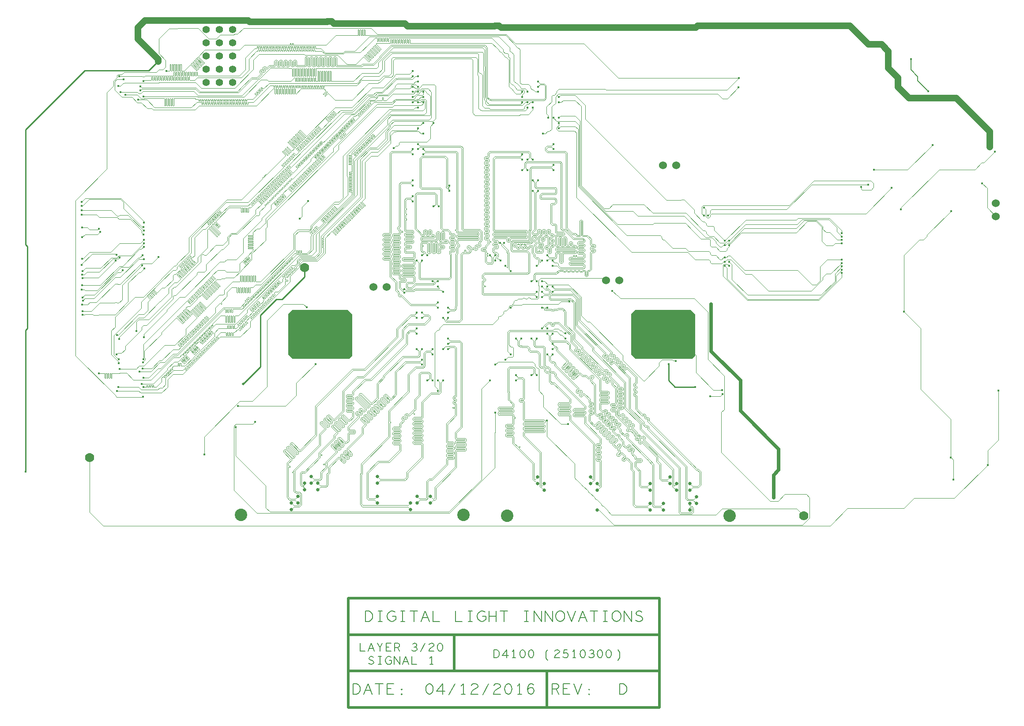
<source format=gbr>
G04 ================== begin FILE IDENTIFICATION RECORD ==================*
G04 Layout Name:  2510300_REV-D.brd*
G04 Film Name:    L03_sig1.gbr*
G04 File Format:  Gerber RS274X*
G04 File Origin:  Cadence Allegro 16.6-2015-S051*
G04 Origin Date:  Tue Apr 12 06:53:56 2016*
G04 *
G04 Layer:  VIA CLASS/L3_SIG1*
G04 Layer:  PIN/L3_SIG1*
G04 Layer:  ETCH/L3_SIG1*
G04 Layer:  DRAWING FORMAT/TITLE_BLOCK*
G04 *
G04 Offset:    (0.00 0.00)*
G04 Mirror:    No*
G04 Mode:      Positive*
G04 Rotation:  0*
G04 FullContactRelief:  No*
G04 UndefLineWidth:     0.00*
G04 ================== end FILE IDENTIFICATION RECORD ====================*
%FSLAX25Y25*MOIN*%
%IR0*IPPOS*OFA0.00000B0.00000*MIA0B0*SFA1.00000B1.00000*%
%ADD15C,.02*%
%ADD16C,.06*%
%ADD12C,.025*%
%ADD11C,.07*%
%ADD10C,.016*%
%ADD13C,.055*%
%ADD14C,.094*%
%ADD17C,.01*%
%ADD18C,.011*%
%ADD19C,.05*%
%ADD20C,.004*%
%ADD21C,.00401*%
%ADD22C,.006*%
%ADD23C,.008*%
%ADD24C,.00399*%
G75*
%LPD*%
G75*
G36*
G01X213000Y128500D02*
X209500Y132000D01*
Y162500D01*
X212500Y165500D01*
X254500D01*
X258000Y162000D01*
Y131000D01*
X255500Y128500D01*
X254204D01*
X254169Y128513D01*
G03X253231I-469J-1214D01*
G01X253196Y128500D01*
X213000D01*
G37*
G36*
G01X472000D02*
X468500Y132000D01*
Y162500D01*
X471500Y165500D01*
X513500D01*
X517000Y162000D01*
Y131000D01*
X514500Y128500D01*
X499880D01*
X499679Y128702D01*
X491709D01*
X491508Y128500D01*
X472000D01*
G37*
G54D10*
X11100Y43100D03*
X54100Y161800D03*
X53900Y169600D03*
X54200Y175000D03*
X54100Y164700D03*
X54400Y172700D03*
X53900Y184100D03*
X54200Y195000D03*
X53700Y180900D03*
X54000Y192200D03*
X54100Y189500D03*
X54000Y204200D03*
X53700Y199500D03*
X53900Y220500D03*
Y228000D03*
X53600Y237700D03*
X53500Y240900D03*
X53600Y244100D03*
Y247300D03*
X66550Y117750D03*
X67400Y224500D03*
X66700Y227000D03*
X80300Y104200D03*
X81100Y107300D03*
X81400Y125300D03*
X82200Y120900D03*
X81730Y143730D03*
X80020Y131920D03*
X81600Y128200D03*
X80300Y146500D03*
X84500Y195700D03*
X80000Y207200D03*
X82250Y205150D03*
X79190Y202790D03*
X81270Y335070D03*
X82850Y330350D03*
X86600Y328300D03*
X85200Y339800D03*
X81840Y342160D03*
X100080Y107120D03*
X99020Y109480D03*
X99970Y100030D03*
X99510Y121290D03*
X97130Y118930D03*
X100010Y126010D03*
X100200Y114200D03*
X100180Y128380D03*
X95000Y149600D03*
X100610Y144910D03*
X100880Y196880D03*
X100420Y213420D03*
X99400Y206900D03*
X99140Y199240D03*
X100470Y203970D03*
X100380Y215780D03*
X100500Y218600D03*
X100200Y222600D03*
X100400Y225500D03*
X100300Y228200D03*
X100500Y231700D03*
X97870Y331530D03*
X97900Y334700D03*
X96260Y324440D03*
X100100Y326800D03*
X100210Y338610D03*
X111400Y205500D03*
X117400Y346400D03*
X146200Y56100D03*
X170000Y77000D03*
X171700Y93000D03*
X184700Y80900D03*
X230047Y124753D03*
X225000Y138000D03*
X217000D03*
X225000Y130000D03*
X217000D03*
X225000Y154500D03*
X217000D03*
X225000Y162000D03*
X217000D03*
Y146000D03*
X225000D03*
X223500Y167500D03*
X224500Y247800D03*
X218150Y234449D03*
X241000Y138000D03*
X249000D03*
X233000D03*
X241000Y130000D03*
X249000D03*
X233000D03*
X241000Y154500D03*
X249000D03*
X233000D03*
X241000Y162000D03*
X249000D03*
X233000D03*
X249000Y146000D03*
X241000D03*
X233000D03*
X297314Y178611D03*
Y181389D03*
X289200Y287900D03*
X310644Y124092D03*
X318518Y112282D03*
X314582D03*
X318518Y135904D03*
X310644D03*
X306708D03*
X310644Y128030D03*
X318518Y131966D03*
X310644Y159548D03*
X306708D03*
Y147715D03*
Y151652D03*
X310644Y163485D03*
X306708D03*
X318518Y187108D03*
X306708Y202856D03*
X310644D03*
X314582Y206792D03*
X310644D03*
X319318Y243807D03*
X303570Y247744D03*
Y259555D03*
Y263492D03*
Y251681D03*
X311445Y283179D03*
X303571D03*
X307507Y291052D03*
X307508Y287115D03*
X311445D03*
Y298948D03*
X303571Y287115D03*
X307508Y302886D03*
X311445Y306822D03*
X307508Y318634D03*
X319319Y306822D03*
X307508Y322571D03*
X303571D03*
Y330445D03*
X307508Y334382D03*
X311445Y330445D03*
Y322571D03*
X303571Y334382D03*
X311445Y326508D03*
X303571D03*
X307508Y330445D03*
X303571Y346193D03*
X307508Y342256D03*
Y338319D03*
X303571Y342256D03*
X322456Y104408D03*
Y112282D03*
X326392D03*
X330330Y139841D03*
Y143778D03*
Y135904D03*
X326392D03*
Y159548D03*
X330330D03*
X326392Y179234D03*
X330330Y163485D03*
Y167422D03*
X322456D03*
Y171359D03*
Y183170D03*
Y187108D03*
X323255Y243807D03*
X331129Y255618D03*
Y259555D03*
X366000Y88000D03*
X361848Y112282D03*
X365785Y124092D03*
Y202856D03*
X361848Y206792D03*
X365785D03*
X369722Y202856D03*
X372389Y216386D03*
X369611D03*
X381534Y116218D03*
Y112282D03*
X385470Y143778D03*
X381534D03*
X377596Y131966D03*
X373659Y128030D03*
X377596Y167422D03*
Y194982D03*
X373659Y198918D03*
X386271Y283178D03*
X390208Y279240D03*
X386271D03*
Y271366D03*
X390208D03*
X390207Y318634D03*
X386270Y330445D03*
X390207Y322571D03*
X386270Y326508D03*
X390207Y330445D03*
X386270Y322571D03*
X405000Y82000D03*
X397282Y116218D03*
X393344D03*
Y143778D03*
X397282D03*
X405156Y131966D03*
Y147715D03*
X401218Y151652D03*
X405156D03*
X401218Y175296D03*
X397282Y179234D03*
X401218D03*
X397282Y175296D03*
X401218Y167422D03*
X405156D03*
Y183170D03*
X393344Y187108D03*
X401218Y183170D03*
X397282Y187108D03*
X401218D03*
X405156Y202856D03*
X401218D03*
X397282Y198918D03*
X405156Y206792D03*
X398082Y263492D03*
Y255618D03*
X394145D03*
Y263492D03*
Y279240D03*
X402018Y298948D03*
X394144Y318634D03*
X405955Y310760D03*
X398081Y334382D03*
Y330445D03*
X394144Y322571D03*
X398081Y338319D03*
X420900Y79100D03*
X409092Y131966D03*
Y139841D03*
Y135904D03*
X419000Y144000D03*
X409092Y147715D03*
X419000Y148000D03*
X409092Y179234D03*
X422000Y172000D03*
X409092Y183170D03*
Y198918D03*
Y202856D03*
X409893Y271366D03*
Y275304D03*
Y291052D03*
Y287114D03*
X413830Y310759D03*
Y306822D03*
X409892Y310759D03*
X413830Y302885D03*
Y322570D03*
Y326508D03*
X454300Y180000D03*
X475500Y130000D03*
Y138000D03*
Y146000D03*
Y162000D03*
Y154500D03*
X491500Y138000D03*
Y130000D03*
X483500Y138000D03*
Y130000D03*
X491500Y154500D03*
Y162000D03*
Y146000D03*
X483500Y154500D03*
Y162000D03*
Y146000D03*
X496900Y124500D03*
X502300Y126900D03*
X499500Y138000D03*
Y130000D03*
X507500D03*
Y138000D03*
Y146000D03*
X499500Y154500D03*
Y162000D03*
Y146000D03*
X507500Y162000D03*
Y154500D03*
X528200Y100300D03*
X516800Y107400D03*
X528900Y170000D03*
X523510Y236789D03*
X526660D03*
X523510Y243088D03*
X537400Y101800D03*
X537200Y105000D03*
X542490Y202061D03*
X539340Y214660D03*
Y202061D03*
X542490Y214660D03*
Y198912D03*
X539340D03*
Y205211D03*
X542490Y217809D03*
X539340D03*
X549500Y333800D03*
X549900Y340900D03*
X576100Y23500D03*
X627500Y193500D03*
Y196000D03*
Y198500D03*
Y201000D03*
Y203500D03*
Y218500D03*
Y221000D03*
Y223500D03*
Y216000D03*
X642200Y258700D03*
X647600Y260400D03*
X651800Y271600D03*
X665300Y257800D03*
X674700Y164300D03*
X672300Y241500D03*
X679900Y355100D03*
X696100Y290400D03*
X693000Y331000D03*
X711761Y37239D03*
X710000Y54000D03*
X710100Y240400D03*
X737900Y48400D03*
X733700Y261300D03*
X739200Y288800D03*
X745900Y104600D03*
X743100Y285100D03*
G54D20*
G01X549900Y340900D02*
X458808D01*
X432718Y366990D01*
X381110D01*
X374223Y373878D01*
X276722D01*
X272100Y378500D01*
X175778D01*
X171378Y374100D01*
X168978D01*
X168628Y373750D01*
X158328D01*
X155078Y370500D01*
X149622D01*
X141622Y378500D01*
X126211D01*
X125910Y378199D01*
X119531D01*
X111801Y370469D01*
Y359531D01*
X117016Y354316D01*
Y349400D01*
X114805Y347189D01*
X111883D01*
X109894Y345200D01*
X85434D01*
X83883Y343649D01*
X81223D01*
X80351Y342777D01*
Y341349D01*
X77634Y338632D01*
Y334934D01*
X72700Y330000D01*
Y272100D01*
X48910Y248310D01*
Y130998D01*
X79120Y100788D01*
Y100592D01*
X79992Y99720D01*
X99660D01*
X99970Y100030D01*
G01X357900Y349762D02*
Y362400D01*
X356300Y364000D01*
X289000D01*
X277500Y352500D01*
G01X146200Y56100D02*
Y69608D01*
X173046Y96454D01*
X182454D01*
X193500Y107500D01*
Y157499D01*
X206001Y170000D01*
X221000D01*
X223500Y167500D01*
G01X366000Y88000D02*
Y73108D01*
X365510Y72618D01*
Y46192D01*
X331327Y12009D01*
X185773D01*
X173300Y24482D01*
X168510Y29273D01*
Y77618D01*
X170014Y79122D01*
X182922D01*
X184700Y80900D01*
G01X171700Y93000D02*
X207600D01*
X215500Y100900D01*
Y110206D01*
X230047Y124753D01*
G01X319319Y306822D02*
X316872Y304375D01*
Y295272D01*
X314300Y292700D01*
X294000D01*
X293249Y291949D01*
Y290434D01*
X292377Y289562D01*
X290862D01*
X289200Y287900D01*
G01X365785Y124092D02*
X368093Y126400D01*
X394100D01*
X395882Y124618D01*
Y123218D01*
X397454Y121646D01*
X397900D01*
X398772Y120774D01*
Y104428D01*
X402200Y101000D01*
Y92400D01*
X415500Y79100D01*
X420900D01*
G01X377596Y131966D02*
X375149Y134413D01*
Y148831D01*
X376480Y150162D01*
X409582D01*
X410520Y151100D01*
X413600D01*
X414910Y149790D01*
X416018D01*
X417808Y148000D01*
X419000D01*
G01Y144000D02*
X416300Y146700D01*
X415000D01*
X414890Y146810D01*
X414782D01*
X413910Y147682D01*
Y147790D01*
X412495Y149205D01*
X376978D01*
X376106Y148333D01*
Y139223D01*
X377596Y137733D01*
X378767D01*
X379600Y136900D01*
Y130700D01*
X378800Y129900D01*
X375529D01*
X373659Y128030D01*
G01X377596Y167422D02*
X378308Y168134D01*
X378435D01*
X379601Y169300D01*
X386000D01*
X386569Y169869D01*
X413469D01*
X415600Y172000D01*
X422000D01*
G01X405000Y82000D02*
Y70000D01*
X425877Y49123D01*
Y38460D01*
X426960Y37377D01*
X427194D01*
X430877Y33694D01*
Y33460D01*
X431960Y32377D01*
X432194D01*
X435787Y28784D01*
Y28423D01*
X436923Y27287D01*
X437284D01*
X440787Y23784D01*
Y23423D01*
X441923Y22287D01*
X442411D01*
X445787Y18911D01*
Y18423D01*
X446923Y17287D01*
X447411D01*
X450787Y13911D01*
Y13423D01*
X453687Y10523D01*
X532423D01*
X537299Y15399D01*
X593601D01*
X599000Y10000D01*
G01X401218Y187108D02*
X403048D01*
X405586Y184570D01*
X421331D01*
X430778Y175123D01*
Y161114D01*
X435382Y156510D01*
X437090D01*
X462300Y131300D01*
Y127700D01*
X477918Y112082D01*
X478482D01*
X489500Y123100D01*
Y125500D01*
X492000Y128000D01*
X499388D01*
X500088Y127300D01*
X501900D01*
X502300Y126900D01*
G01X405955Y310760D02*
Y312589D01*
X404466Y314078D01*
Y319252D01*
X405422Y320208D01*
X405702D01*
X408402Y322908D01*
Y327126D01*
X409274Y327998D01*
X410498D01*
X412340Y329840D01*
Y331062D01*
X413968Y332690D01*
X448718D01*
X449474Y331934D01*
X540934D01*
X549900Y340900D01*
G01X539340Y202061D02*
X538312D01*
X536812Y200561D01*
X529188D01*
X528160Y201589D01*
Y202682D01*
X527281Y203561D01*
X516739D01*
X511149Y209151D01*
X468728D01*
X427141Y250738D01*
Y299569D01*
X425663Y301047D01*
X413547D01*
X412330Y302264D01*
Y303506D01*
X413830Y305006D01*
Y306822D01*
G01X539340Y214660D02*
X538313D01*
X536813Y213160D01*
X535569D01*
X532419Y216310D01*
Y217321D01*
X530431Y219309D01*
X529630Y220109D01*
X525022D01*
X511821Y233310D01*
X508630Y236500D01*
X473522D01*
X469847Y240175D01*
X449281D01*
X429960Y259496D01*
Y308562D01*
X426263Y312259D01*
X415330D01*
X413830Y310759D01*
G01X542490Y214660D02*
Y213632D01*
X540840Y211982D01*
Y210888D01*
X539962Y210010D01*
X535569D01*
X532419Y213160D01*
X529187D01*
X528160Y214187D01*
Y218431D01*
X527282Y219309D01*
X521362D01*
X514971Y225698D01*
X509471Y231198D01*
X485920D01*
X484862Y230140D01*
X458212D01*
X429180Y259172D01*
Y305405D01*
X426185Y308400D01*
X412251D01*
X409892Y310759D01*
G01X539340Y205211D02*
X538313D01*
X536813Y203711D01*
X535569D01*
X532420Y206860D01*
X529187D01*
X528160Y207887D01*
Y208982D01*
X527132Y210010D01*
X511762D01*
X509471Y212301D01*
X500021D01*
X493572Y218750D01*
X492479D01*
X491451Y219778D01*
Y220872D01*
X490424Y221899D01*
X465349D01*
X428400Y258848D01*
Y302248D01*
X426263Y304385D01*
X415330D01*
X413830Y302885D01*
G01X542490Y217809D02*
X541462D01*
X539962Y216309D01*
X535569D01*
X530778Y221100D01*
X527629D01*
X525160Y223569D01*
Y224663D01*
X524132Y225691D01*
X523037D01*
X509928Y238800D01*
X484760D01*
X478360Y245200D01*
X454640D01*
X451740Y242300D01*
X448260D01*
X430900Y259660D01*
Y319433D01*
X426262Y324071D01*
X417145D01*
X415644Y322570D01*
X413830D01*
G01Y326508D02*
X415330Y328008D01*
X426263D01*
X433900Y320371D01*
Y309878D01*
X495278Y248500D01*
X506378D01*
X506678Y248800D01*
X508522D01*
X516200Y241122D01*
Y238829D01*
X522010Y233018D01*
X522888Y232140D01*
X523982D01*
X525160Y230962D01*
Y229868D01*
X526188Y228840D01*
X530431D01*
X531309Y227962D01*
Y225840D01*
X539340Y217809D01*
G01X454300Y180000D02*
X457810Y176490D01*
X458218D01*
X460508Y174200D01*
X516300D01*
X526500Y164000D01*
Y128100D01*
X538890Y115709D01*
Y90390D01*
X536610Y88110D01*
Y58082D01*
X573692Y21000D01*
X579490D01*
X584689Y26199D01*
X600740D01*
X603199Y23740D01*
Y8260D01*
X597939Y3000D01*
X455500D01*
X444273Y14227D01*
X442727D01*
G01X528200Y100300D02*
X535900D01*
X537400Y101800D01*
G01X513627Y135173D02*
X517500Y131300D01*
Y118109D01*
X530609Y105000D01*
X537200D01*
G01X642200Y258700D02*
Y257187D01*
X642977Y256410D01*
X649841D01*
X651590Y258159D01*
Y261213D01*
X649703Y263100D01*
X606498D01*
X587998Y244600D01*
X522914D01*
X522020Y243706D01*
Y238279D01*
X523510Y236789D01*
G01X647600Y260400D02*
X604961D01*
X586000Y241439D01*
X529201D01*
X528309Y240547D01*
Y238540D01*
X527361Y237592D01*
Y237490D01*
X526660Y236789D01*
G01X665300Y257800D02*
X645789Y238289D01*
X529201D01*
X528309Y237397D01*
Y236330D01*
X527278Y235299D01*
X526042D01*
X525010Y236331D01*
Y241588D01*
X523510Y243088D01*
G01X627500Y198500D02*
Y198121D01*
X622403Y193024D01*
Y187323D01*
X611915Y176835D01*
X556447D01*
X544600Y188682D01*
Y199951D01*
X542490Y202061D01*
G01X627500Y193500D02*
Y190218D01*
X610189Y172907D01*
X556124D01*
X537850Y191181D01*
Y199530D01*
X538722Y200402D01*
X541000D01*
X542490Y198912D01*
G01X539340D02*
X540990Y197262D01*
Y189142D01*
X556447Y173685D01*
X609866D01*
X623202Y187021D01*
Y191323D01*
X627500Y195621D01*
Y196000D01*
G01X539340Y202061D02*
X540830Y203551D01*
X543749D01*
X554874Y192425D01*
X559675D01*
X572115Y179985D01*
X604694D01*
X613200Y188491D01*
Y190280D01*
X615720Y192800D01*
X619300D01*
X627500Y201000D01*
G01Y203500D02*
X616420D01*
X611100Y198180D01*
Y187492D01*
X608118Y184510D01*
X605362D01*
X594272Y195600D01*
X554223D01*
X543122Y206701D01*
X541858D01*
X540368Y205211D01*
X539340D01*
G01Y214660D02*
X539760D01*
X541409Y216309D01*
X543112D01*
X554028Y227225D01*
X593297D01*
X599340Y233268D01*
X608441D01*
X613200Y228509D01*
Y226720D01*
X615720Y224200D01*
X618600D01*
X624300Y218500D01*
X627500D01*
G01Y221000D02*
Y221378D01*
X624000Y224878D01*
Y228080D01*
X618034Y234046D01*
X597546D01*
X593800Y230300D01*
X554981D01*
X542490Y217809D01*
G01X539340D02*
X555056Y233525D01*
X593297D01*
X594596Y234824D01*
X618357D01*
X627500Y225681D01*
Y223500D01*
G01Y216000D02*
X622700D01*
X620901Y214201D01*
X615719D01*
X612400Y217520D01*
Y228208D01*
X608118Y232490D01*
X601712D01*
X593147Y223925D01*
X551860D01*
X543444Y215509D01*
X543339D01*
X542490Y214660D01*
G01X651800Y271600D02*
X677300D01*
X696100Y290400D01*
G01X674700Y164300D02*
X687250Y151750D01*
Y105750D01*
X710000Y83000D01*
Y54000D01*
G01X674700Y164300D02*
Y206944D01*
X686196Y218440D01*
X689184D01*
X691940Y221196D01*
Y222240D01*
X710100Y240400D01*
G01X672300Y241500D02*
Y242908D01*
X701092Y271700D01*
X728078D01*
X733378Y277000D01*
X735000D01*
X743100Y285100D01*
G01X711761Y37239D02*
Y52239D01*
X710000Y54000D01*
G01X745900Y104600D02*
Y67231D01*
X737900Y59231D01*
Y48400D01*
G01X744000Y236400D02*
X737500Y242900D01*
Y257500D01*
X733700Y261300D01*
G54D11*
X59500Y53800D03*
X222000Y197500D03*
X599000Y10000D03*
G54D21*
G01X303571Y287115D02*
X302103Y285647D01*
X302102D01*
X302080Y285625D01*
X287626D01*
X286211Y284210D01*
Y223860D01*
X285983Y223632D01*
X281813D01*
X281000Y222819D01*
Y221670D01*
X281813Y220857D01*
X285983D01*
X286211Y220629D01*
Y220308D01*
X285983Y220080D01*
X281813D01*
X281000Y219267D01*
Y218118D01*
X281813Y217305D01*
X285983D01*
X286211Y217077D01*
Y216756D01*
X285983Y216528D01*
X281813D01*
X281000Y215715D01*
Y214566D01*
X281813Y213753D01*
X285983D01*
X286211Y213525D01*
Y213204D01*
X285983Y212976D01*
X281813D01*
X281000Y212163D01*
Y211014D01*
X281813Y210201D01*
X285983D01*
X286211Y209973D01*
Y209652D01*
X285983Y209424D01*
X281813D01*
X281000Y208611D01*
Y207462D01*
X281813Y206649D01*
X285983D01*
X286211Y206421D01*
Y206100D01*
X285983Y205872D01*
X281813D01*
X281000Y205059D01*
Y203910D01*
X281813Y203097D01*
X285983D01*
X286211Y202869D01*
Y190589D01*
X290400Y186400D01*
Y180400D01*
X292649Y178151D01*
Y177829D01*
X292485Y177665D01*
Y176515D01*
X293302Y175698D01*
X294452D01*
X294616Y175862D01*
X294938D01*
X301909Y168891D01*
X306070D01*
X306091Y168912D01*
X320966D01*
X322456Y167422D01*
G01X303571Y283179D02*
X302124Y284626D01*
X300293D01*
X300251Y284668D01*
X288082D01*
X287210Y283796D01*
Y223446D01*
X286397Y222633D01*
X282227D01*
X281999Y222405D01*
Y222084D01*
X282227Y221856D01*
X286397D01*
X287210Y221043D01*
Y219894D01*
X286397Y219081D01*
X282227D01*
X281999Y218853D01*
Y218532D01*
X282227Y218304D01*
X286397D01*
X287210Y217491D01*
Y216342D01*
X286397Y215529D01*
X282227D01*
X281999Y215301D01*
Y214980D01*
X282227Y214752D01*
X286397D01*
X287210Y213939D01*
Y212790D01*
X286397Y211977D01*
X282227D01*
X281999Y211749D01*
Y211428D01*
X282227Y211200D01*
X286397D01*
X287210Y210387D01*
Y209238D01*
X286397Y208425D01*
X282227D01*
X281999Y208197D01*
Y207876D01*
X282227Y207648D01*
X286397D01*
X287210Y206835D01*
Y205686D01*
X286397Y204873D01*
X282227D01*
X281999Y204645D01*
Y204324D01*
X282227Y204096D01*
X286397D01*
X287210Y203283D01*
Y191003D01*
X291399Y186814D01*
Y180814D01*
X291400Y180815D01*
X291401D01*
X293650Y178566D01*
Y177414D01*
X293486Y177250D01*
Y176930D01*
X293717Y176699D01*
X294037D01*
X294201Y176863D01*
X295353D01*
X302326Y169890D01*
X306070D01*
X306091Y169911D01*
X317817D01*
X317859Y169869D01*
X319135D01*
X319177Y169911D01*
X321008D01*
X322456Y171359D01*
G01X303570Y263492D02*
X302177Y262099D01*
X300221D01*
X300214Y262092D01*
X294702D01*
X293297Y260687D01*
Y229006D01*
X293069Y228778D01*
X292813D01*
X292000Y227965D01*
Y226816D01*
X292813Y226003D01*
X293069D01*
X293297Y225775D01*
Y223518D01*
X293069Y223290D01*
X288913D01*
X288100Y222477D01*
Y221328D01*
X288913Y220515D01*
X293069D01*
X293297Y220287D01*
Y219966D01*
X293069Y219738D01*
X288913D01*
X288100Y218925D01*
Y217776D01*
X288913Y216963D01*
X293069D01*
X293297Y216735D01*
Y216414D01*
X293069Y216186D01*
X288913D01*
X288100Y215373D01*
Y214224D01*
X288913Y213411D01*
X293069D01*
X293297Y213183D01*
Y212862D01*
X293069Y212634D01*
X288913D01*
X288100Y211821D01*
Y210672D01*
X288913Y209859D01*
X293069D01*
X293297Y209631D01*
Y209310D01*
X293069Y209082D01*
X288913D01*
X288100Y208269D01*
Y207120D01*
X288913Y206307D01*
X293069D01*
X293297Y206079D01*
Y205758D01*
X293069Y205530D01*
X288913D01*
X288100Y204717D01*
Y203568D01*
X288913Y202755D01*
X293069D01*
X293297Y202527D01*
Y202206D01*
X293069Y201978D01*
X288913D01*
X288100Y201165D01*
Y200016D01*
X288913Y199203D01*
X293069D01*
X293297Y198975D01*
Y198654D01*
X293069Y198426D01*
X288913D01*
X288100Y197613D01*
Y196464D01*
X288913Y195651D01*
X293069D01*
X293297Y195423D01*
Y195102D01*
X293069Y194874D01*
X288913D01*
X288100Y194061D01*
Y192912D01*
X288913Y192099D01*
X293069D01*
X293297Y191871D01*
Y189286D01*
X294110Y188473D01*
X297373D01*
X297601Y188245D01*
Y187924D01*
X297373Y187696D01*
X294110D01*
X293297Y186883D01*
Y182290D01*
X294359Y181227D01*
X295026Y180561D01*
Y180485D01*
X296010Y179501D01*
X296424D01*
X297314Y178611D01*
G01X303570Y259555D02*
X302025Y261100D01*
X300221D01*
X300214Y261093D01*
X295116D01*
X294296Y260273D01*
Y228592D01*
X293483Y227779D01*
X293227D01*
X292999Y227551D01*
Y227230D01*
X293227Y227002D01*
X293483D01*
X294296Y226189D01*
Y225353D01*
X294468Y225181D01*
X295772D01*
X296000Y224953D01*
Y224630D01*
X295772Y224402D01*
X294524D01*
X294296Y224174D01*
Y223104D01*
X293483Y222291D01*
X289327D01*
X289099Y222063D01*
Y221742D01*
X289327Y221514D01*
X293483D01*
X294296Y220701D01*
Y219552D01*
X293483Y218739D01*
X289327D01*
X289099Y218511D01*
Y218190D01*
X289327Y217962D01*
X293483D01*
X294296Y217149D01*
Y216000D01*
X293483Y215187D01*
X289327D01*
X289099Y214959D01*
Y214638D01*
X289327Y214410D01*
X293483D01*
X294296Y213597D01*
Y212448D01*
X293483Y211635D01*
X289327D01*
X289099Y211407D01*
Y211086D01*
X289327Y210858D01*
X293483D01*
X294296Y210045D01*
Y208896D01*
X293483Y208083D01*
X289327D01*
X289099Y207855D01*
Y207534D01*
X289327Y207306D01*
X293483D01*
X294296Y206493D01*
Y205344D01*
X293483Y204531D01*
X289327D01*
X289099Y204303D01*
Y203982D01*
X289327Y203754D01*
X293483D01*
X294296Y202941D01*
Y201792D01*
X293483Y200979D01*
X289327D01*
X289099Y200751D01*
Y200430D01*
X289327Y200202D01*
X293483D01*
X294296Y199389D01*
Y198240D01*
X293483Y197427D01*
X289327D01*
X289099Y197199D01*
Y196878D01*
X289327Y196650D01*
X293483D01*
X294296Y195837D01*
Y194688D01*
X293483Y193875D01*
X289327D01*
X289099Y193647D01*
Y193326D01*
X289327Y193098D01*
X293483D01*
X294296Y192285D01*
Y189700D01*
X294524Y189472D01*
X297787D01*
X298600Y188659D01*
Y187510D01*
X297787Y186697D01*
X294524D01*
X294296Y186469D01*
Y182704D01*
X296025Y180975D01*
Y180899D01*
X296424Y180500D01*
X296425D01*
X297314Y181389D01*
G01X303570Y247744D02*
X302101Y249213D01*
X299123D01*
X298234Y248324D01*
Y242559D01*
X298462Y242331D01*
X298772D01*
X299000Y242103D01*
Y241780D01*
X298772Y241552D01*
X298462D01*
X298234Y241324D01*
Y238621D01*
X298462Y238393D01*
X298772D01*
X299000Y238165D01*
Y237842D01*
X298772Y237614D01*
X298462D01*
X298234Y237386D01*
Y234685D01*
X298462Y234457D01*
X298772D01*
X299000Y234229D01*
Y233906D01*
X298772Y233678D01*
X298462D01*
X298234Y233450D01*
Y227065D01*
X298299Y227000D01*
Y226031D01*
X298527Y225803D01*
X303487D01*
X304300Y224990D01*
Y223841D01*
X303487Y223028D01*
X298527D01*
X298299Y222800D01*
Y222479D01*
X298527Y222251D01*
X303487D01*
X304300Y221438D01*
Y220289D01*
X303487Y219476D01*
X298527D01*
X298299Y219248D01*
Y218927D01*
X298527Y218699D01*
X303487D01*
X304300Y217886D01*
Y216737D01*
X303487Y215924D01*
X298527D01*
X298299Y215696D01*
Y214918D01*
X298527Y214690D01*
X301687D01*
X302500Y213877D01*
Y212728D01*
X301687Y211915D01*
X298527D01*
X298299Y211687D01*
Y209687D01*
X298314Y209672D01*
X304387D01*
X305200Y208859D01*
Y205086D01*
X304387Y204273D01*
X296827D01*
X296599Y204045D01*
Y203724D01*
X296827Y203496D01*
X304387D01*
X305200Y202683D01*
Y200171D01*
X304387Y199358D01*
X296527D01*
X296299Y199130D01*
Y198809D01*
X296527Y198581D01*
X304387D01*
X305200Y197768D01*
Y196619D01*
X304387Y195806D01*
X296527D01*
X296299Y195578D01*
Y195257D01*
X296527Y195029D01*
X304387D01*
X305200Y194216D01*
Y193067D01*
X304387Y192254D01*
X296527D01*
X296299Y192026D01*
Y191705D01*
X296527Y191477D01*
X304387D01*
X305200Y190664D01*
Y186800D01*
X304000Y185600D01*
X299799D01*
X299400Y185201D01*
Y183099D01*
X299799Y182700D01*
X302600D01*
X305600Y185700D01*
X319377D01*
G03X319987Y186310I0J610D01*
G01Y186709D01*
G03X319588Y187108I-399J0D01*
G01X318518D01*
G01X303570Y251681D02*
X302101Y250212D01*
X298709D01*
X297235Y248738D01*
Y227065D01*
X297300Y227000D01*
Y225617D01*
X298113Y224804D01*
X303073D01*
X303301Y224576D01*
Y224255D01*
X303073Y224027D01*
X298113D01*
X297300Y223214D01*
Y222065D01*
X298113Y221252D01*
X303073D01*
X303301Y221024D01*
Y220703D01*
X303073Y220475D01*
X298113D01*
X297300Y219662D01*
Y218513D01*
X298113Y217700D01*
X303073D01*
X303301Y217472D01*
Y217151D01*
X303073Y216923D01*
X298113D01*
X297300Y216110D01*
Y214504D01*
X298113Y213691D01*
X301273D01*
X301501Y213463D01*
Y213142D01*
X301273Y212914D01*
X298113D01*
X297300Y212101D01*
Y209273D01*
X297900Y208673D01*
X303973D01*
X304201Y208445D01*
Y205500D01*
X303973Y205272D01*
X296413D01*
X295600Y204459D01*
Y203310D01*
X296413Y202497D01*
X303973D01*
X304201Y202269D01*
Y200585D01*
X303973Y200357D01*
X296113D01*
X295300Y199544D01*
Y198395D01*
X296113Y197582D01*
X303973D01*
X304201Y197354D01*
Y197033D01*
X303973Y196805D01*
X296113D01*
X295300Y195992D01*
Y194843D01*
X296113Y194030D01*
X303973D01*
X304201Y193802D01*
Y193481D01*
X303973Y193253D01*
X296113D01*
X295300Y192440D01*
Y191291D01*
X296113Y190478D01*
X303973D01*
X304201Y190250D01*
Y187214D01*
X303586Y186599D01*
X299385D01*
X298401Y185615D01*
Y182685D01*
X299385Y181701D01*
X303014D01*
X306014Y184701D01*
X319377D01*
G03X320986Y186310I0J1609D01*
G01Y186709D01*
G02X321385Y187108I399J0D01*
G01X322456D01*
G01X306708Y202856D02*
X308176Y201388D01*
Y189224D01*
X308892Y188508D01*
X331187D01*
X332700Y190021D01*
Y207815D01*
X332299Y208216D01*
Y209511D01*
X332527Y209739D01*
X334787D01*
X335600Y210552D01*
Y211701D01*
X334787Y212514D01*
X332527D01*
X332299Y212742D01*
Y213063D01*
X332527Y213291D01*
X334787D01*
X335600Y214104D01*
Y215253D01*
X334787Y216066D01*
X332527D01*
X332299Y216294D01*
Y216615D01*
X332527Y216843D01*
X334787D01*
X335600Y217656D01*
Y218805D01*
X334787Y219618D01*
X332527D01*
X332299Y219846D01*
Y220167D01*
X332527Y220395D01*
X334787D01*
X335600Y221208D01*
Y222357D01*
X334787Y223170D01*
X332527D01*
X332299Y223398D01*
Y224614D01*
X330254Y226659D01*
X326612D01*
X325699Y227572D01*
Y256814D01*
X324564Y257949D01*
X324150D01*
X324082Y258017D01*
X310597D01*
X310044Y258570D01*
Y279820D01*
X311003Y280779D01*
X327635D01*
X328730Y279684D01*
Y258688D01*
X328801Y258617D01*
G03X330331Y257087I1530J0D01*
G01X330730D01*
G02X331129Y256688I0J-399D01*
G01Y255618D01*
G01X310644Y202856D02*
X309175Y201387D01*
Y189638D01*
X309306Y189507D01*
X330773D01*
X331901Y190635D01*
Y207200D01*
X331300Y207802D01*
Y209925D01*
X332113Y210738D01*
X334373D01*
X334601Y210966D01*
Y211287D01*
X334373Y211515D01*
X332113D01*
X331300Y212328D01*
Y213477D01*
X332113Y214290D01*
X334373D01*
X334601Y214518D01*
Y214839D01*
X334373Y215067D01*
X332113D01*
X331300Y215880D01*
Y217029D01*
X332113Y217842D01*
X334373D01*
X334601Y218070D01*
Y218391D01*
X334373Y218619D01*
X332113D01*
X331300Y219432D01*
Y220581D01*
X332113Y221394D01*
X334373D01*
X334601Y221622D01*
Y221943D01*
X334373Y222171D01*
X332113D01*
X331300Y222984D01*
Y224200D01*
X329840Y225660D01*
X326198D01*
X324700Y227158D01*
Y256400D01*
X324082Y257018D01*
X310182D01*
X309045Y258156D01*
Y280234D01*
X310589Y281778D01*
X328049D01*
X329729Y280098D01*
Y258688D01*
X329800Y258617D01*
G03X330331Y258086I531J0D01*
G01X330730D01*
G03X331129Y258485I0J399D01*
G01Y259555D01*
G01X314582Y206792D02*
X313113Y208261D01*
Y209075D01*
X312129Y210059D01*
X311264D01*
X310399Y210924D01*
Y213374D01*
X310627Y213602D01*
X311272D01*
X311500Y213830D01*
Y214153D01*
X311272Y214381D01*
X310627D01*
X310399Y214609D01*
Y215674D01*
X310627Y215902D01*
X314274D01*
X314502Y215674D01*
Y209013D01*
X315315Y208200D01*
X316464D01*
X317277Y209013D01*
Y215674D01*
X317505Y215902D01*
X317826D01*
X318054Y215674D01*
Y209013D01*
X318867Y208200D01*
X320016D01*
X320829Y209013D01*
Y215674D01*
X321057Y215902D01*
X321378D01*
X321606Y215674D01*
Y209013D01*
X322419Y208200D01*
X323568D01*
X324381Y209013D01*
Y211652D01*
X324609Y211880D01*
X326887D01*
X327700Y212693D01*
Y213842D01*
X326887Y214655D01*
X324609D01*
X324381Y214883D01*
Y215674D01*
X324609Y215902D01*
X329387D01*
X330200Y216715D01*
Y217864D01*
X329387Y218677D01*
X327861D01*
X327633Y218905D01*
Y223987D01*
X326820Y224800D01*
X325671D01*
X324858Y223987D01*
Y218905D01*
X324630Y218677D01*
X324309D01*
X324081Y218905D01*
Y223987D01*
X323268Y224800D01*
X322119D01*
X321306Y223987D01*
Y218905D01*
X321078Y218677D01*
X310627D01*
X310399Y218905D01*
Y219683D01*
X310627Y219911D01*
X319487D01*
X320300Y220724D01*
Y221873D01*
X319487Y222686D01*
X318199D01*
X317971Y222914D01*
Y225587D01*
X317158Y226400D01*
X316009D01*
X315196Y225587D01*
Y222914D01*
X314968Y222686D01*
X314647D01*
X314419Y222914D01*
Y225587D01*
X313606Y226400D01*
X312457D01*
X311644Y225587D01*
Y222914D01*
X311416Y222686D01*
X310627D01*
X306107Y227206D01*
Y252261D01*
X307065Y253219D01*
X320051D01*
X320787Y252483D01*
Y245276D01*
X319318Y243807D01*
G01X310644Y206792D02*
X312114Y208262D01*
Y208661D01*
X311715Y209060D01*
X310850D01*
X309400Y210510D01*
Y216088D01*
X310213Y216901D01*
X314688D01*
X315501Y216088D01*
Y209427D01*
X315729Y209199D01*
X316050D01*
X316278Y209427D01*
Y216088D01*
X317091Y216901D01*
X318240D01*
X319053Y216088D01*
Y209427D01*
X319281Y209199D01*
X319602D01*
X319830Y209427D01*
Y216088D01*
X320643Y216901D01*
X321792D01*
X322605Y216088D01*
Y209427D01*
X322833Y209199D01*
X323154D01*
X323382Y209427D01*
Y212066D01*
X324195Y212879D01*
X326473D01*
X326701Y213107D01*
Y213428D01*
X326473Y213656D01*
X324195D01*
X323382Y214469D01*
Y216088D01*
X324195Y216901D01*
X328973D01*
X329201Y217129D01*
Y217450D01*
X328973Y217678D01*
X327447D01*
X326634Y218491D01*
Y223573D01*
X326406Y223801D01*
X326085D01*
X325857Y223573D01*
Y218491D01*
X325044Y217678D01*
X323895D01*
X323082Y218491D01*
Y223573D01*
X322854Y223801D01*
X322533D01*
X322305Y223573D01*
Y218491D01*
X321492Y217678D01*
X310213D01*
X309400Y218491D01*
Y220097D01*
X310213Y220910D01*
X319073D01*
X319301Y221138D01*
Y221459D01*
X319073Y221687D01*
X317785D01*
X316972Y222500D01*
Y225173D01*
X316744Y225401D01*
X316423D01*
X316195Y225173D01*
Y222500D01*
X315382Y221687D01*
X314233D01*
X313420Y222500D01*
Y225173D01*
X313192Y225401D01*
X312871D01*
X312643Y225173D01*
Y222500D01*
X311830Y221687D01*
X310213D01*
X309692Y222207D01*
Y222491D01*
X305108Y227075D01*
Y252675D01*
X306651Y254218D01*
X320182D01*
X321786Y252614D01*
Y245276D01*
X323255Y243807D01*
G01X311445Y283179D02*
X312913Y284647D01*
X336201D01*
X336600Y284248D01*
Y226582D01*
X336372Y226354D01*
X335728D01*
X335500Y226126D01*
Y225803D01*
X335728Y225575D01*
X336372D01*
X336600Y225347D01*
Y224273D01*
X337413Y223460D01*
X352473D01*
X352701Y223232D01*
Y222911D01*
X352473Y222683D01*
X337413D01*
X336600Y221870D01*
Y220721D01*
X337413Y219908D01*
X352473D01*
X352701Y219680D01*
Y219359D01*
X352473Y219131D01*
X337413D01*
X336600Y218318D01*
Y215427D01*
X337413Y214614D01*
X337673D01*
X337901Y214386D01*
Y214065D01*
X337673Y213837D01*
X337413D01*
X336600Y213024D01*
Y208581D01*
X335805Y207786D01*
Y170695D01*
X335861Y170639D01*
Y169299D01*
X335800Y168905D01*
X335853Y168834D01*
X335800Y168500D01*
X335666Y168366D01*
Y166842D01*
X334846Y166022D01*
X331730D01*
X330330Y167422D01*
G01X307507Y291052D02*
X308977Y289584D01*
X339928D01*
X341404Y288108D01*
Y227066D01*
X341802Y226668D01*
X342352D01*
X342361Y226659D01*
X343521D01*
X343530Y226668D01*
X346289D01*
X346298Y226659D01*
X347458D01*
X347467Y226668D01*
X350226D01*
X350235Y226659D01*
X351395D01*
X351404Y226668D01*
X354232D01*
X356000Y224900D01*
Y218187D01*
X354094Y216281D01*
Y215959D01*
X354953Y215100D01*
Y213952D01*
X354138Y213137D01*
X352990D01*
X352131Y213996D01*
X351809D01*
X351581Y213768D01*
Y213446D01*
X352440Y212587D01*
Y211439D01*
X351625Y210624D01*
X350477D01*
X349618Y211483D01*
X349296D01*
X349113Y211300D01*
X347963D01*
X345989Y213274D01*
X345669D01*
X345439Y213044D01*
Y212724D01*
X347413Y210750D01*
Y209600D01*
X346005Y208192D01*
X341561D01*
X340741Y207372D01*
Y158140D01*
X338882Y156281D01*
X328846D01*
X327862Y157265D01*
Y158078D01*
X326392Y159548D01*
G01X307508Y287115D02*
X308976Y288585D01*
X339514D01*
X340405Y287694D01*
Y226652D01*
X341388Y225669D01*
X341938D01*
X341947Y225660D01*
X343935D01*
X343944Y225669D01*
X345875D01*
X345884Y225660D01*
X347458D01*
X347467Y225669D01*
X349812D01*
X349821Y225660D01*
X351809D01*
X351818Y225669D01*
X353818D01*
X355001Y224486D01*
Y218601D01*
X353095Y216695D01*
Y215545D01*
X353954Y214686D01*
Y214366D01*
X353724Y214136D01*
X353404D01*
X352545Y214995D01*
X351395D01*
X350582Y214182D01*
Y213032D01*
X351441Y212173D01*
Y211853D01*
X351211Y211623D01*
X350891D01*
X350032Y212482D01*
X348882D01*
X348699Y212299D01*
X348377D01*
X346403Y214273D01*
X345255D01*
X344440Y213458D01*
Y212310D01*
X346414Y210336D01*
Y210014D01*
X345591Y209191D01*
X343658D01*
X343430Y209419D01*
Y210772D01*
X343202Y211000D01*
X342879D01*
X342651Y210772D01*
Y209419D01*
X342423Y209191D01*
X341147D01*
X339742Y207786D01*
Y158554D01*
X338468Y157280D01*
X329260D01*
X328861Y157679D01*
Y158079D01*
X330330Y159548D01*
G01X311445Y287115D02*
X312914Y285646D01*
X336615D01*
X337599Y284662D01*
Y224687D01*
X337827Y224459D01*
X352887D01*
X353700Y223646D01*
Y222497D01*
X352887Y221684D01*
X337827D01*
X337599Y221456D01*
Y221135D01*
X337827Y220907D01*
X352887D01*
X353700Y220094D01*
Y218945D01*
X352887Y218132D01*
X337827D01*
X337599Y217904D01*
Y215841D01*
X337827Y215613D01*
X338087D01*
X338900Y214800D01*
Y213651D01*
X338087Y212838D01*
X337827D01*
X337599Y212610D01*
Y208167D01*
X336804Y207372D01*
Y170505D01*
X336860Y170449D01*
Y169222D01*
X336788Y168752D01*
X336718Y168701D01*
X336665Y168366D01*
Y166428D01*
X335260Y165023D01*
X331868D01*
X330330Y163485D01*
G01X397282Y179234D02*
X395813Y177765D01*
X357299D01*
X356900Y178164D01*
Y182877D01*
X357128Y183105D01*
X358272D01*
X358500Y183333D01*
Y183656D01*
X358272Y183884D01*
X357128D01*
X356900Y184112D01*
Y186861D01*
X357128Y187089D01*
X357587D01*
X358400Y187902D01*
Y189051D01*
X357587Y189864D01*
X357128D01*
X356900Y190092D01*
Y191501D01*
X357843Y192444D01*
X361975D01*
X363221Y192521D01*
X390340D01*
X391807Y193988D01*
Y199912D01*
X391800Y199919D01*
Y201855D01*
X391807Y201862D01*
Y203850D01*
X391800Y203857D01*
Y205791D01*
X391807Y205798D01*
Y207786D01*
X391800Y207793D01*
Y208600D01*
X389795Y210605D01*
X379127D01*
X378399Y211333D01*
Y216264D01*
X379348Y217213D01*
X391487D01*
X392300Y218026D01*
Y225542D01*
X392744Y225986D01*
Y271946D01*
X393564Y272766D01*
X408493D01*
X409893Y271366D01*
G01X397282Y175296D02*
X395812Y176766D01*
X356885D01*
X355901Y177750D01*
Y187275D01*
X356714Y188088D01*
X357173D01*
X357401Y188316D01*
Y188637D01*
X357173Y188865D01*
X356714D01*
X355901Y189678D01*
Y191915D01*
X357429Y193443D01*
X361944D01*
X362316Y193466D01*
X362341Y193495D01*
X362372Y193497D01*
X362768Y193520D01*
X389926D01*
X390808Y194402D01*
Y199912D01*
X390801Y199919D01*
Y202269D01*
X390808Y202276D01*
Y203436D01*
X390801Y203443D01*
Y206205D01*
X390808Y206212D01*
Y207372D01*
X390801Y207379D01*
Y208186D01*
X389381Y209606D01*
X378713D01*
X377400Y210919D01*
Y216678D01*
X378934Y218212D01*
X391073D01*
X391301Y218440D01*
Y225956D01*
X391745Y226400D01*
Y272360D01*
X393150Y273765D01*
X408353D01*
X408423Y273835D01*
X408424D01*
X409893Y275304D01*
G01X365785Y202856D02*
X365503Y203964D01*
X366255Y204716D01*
Y205282D01*
X367185Y206212D01*
Y207372D01*
X366365Y208192D01*
X365508D01*
X364001Y209699D01*
Y212169D01*
X364814Y212982D01*
X366984D01*
X367212Y213210D01*
Y213531D01*
X366984Y213759D01*
X364814D01*
X364001Y214572D01*
Y215721D01*
X364814Y216534D01*
X366984D01*
X367212Y216762D01*
Y217083D01*
X366984Y217311D01*
X364814D01*
X364001Y218124D01*
Y219730D01*
X364814Y220543D01*
X374647D01*
X375460Y219730D01*
Y218027D01*
X375688Y217799D01*
X376009D01*
X376237Y218027D01*
Y219730D01*
X377050Y220543D01*
X388973D01*
X389201Y220771D01*
Y221092D01*
X388973Y221320D01*
X364814D01*
X364001Y222133D01*
Y223282D01*
X364814Y224095D01*
X388973D01*
X389201Y224323D01*
Y224644D01*
X388973Y224872D01*
X364814D01*
X364100Y225586D01*
Y280149D01*
X365660Y281709D01*
X384802D01*
X386271Y283178D01*
G01X390208Y279240D02*
X391677Y280709D01*
Y283689D01*
X390788Y284578D01*
X362068D01*
X361248Y283758D01*
Y281560D01*
X360435Y280747D01*
X358727D01*
X358499Y280519D01*
Y280198D01*
X358727Y279970D01*
X360435D01*
X361248Y279157D01*
Y278008D01*
X360435Y277195D01*
X358727D01*
X358499Y276967D01*
Y276646D01*
X358727Y276418D01*
X360435D01*
X361248Y275605D01*
Y274456D01*
X360435Y273643D01*
X358727D01*
X358499Y273415D01*
Y273094D01*
X358727Y272866D01*
X360435D01*
X361248Y272053D01*
Y270904D01*
X360435Y270091D01*
X358727D01*
X358499Y269863D01*
Y269542D01*
X358727Y269314D01*
X360435D01*
X361248Y268501D01*
Y267352D01*
X360435Y266539D01*
X358727D01*
X358499Y266311D01*
Y265990D01*
X358727Y265762D01*
X360435D01*
X361248Y264949D01*
Y263800D01*
X360435Y262987D01*
X358727D01*
X358499Y262759D01*
Y262438D01*
X358727Y262210D01*
X360435D01*
X361248Y261397D01*
Y260248D01*
X360435Y259435D01*
X358727D01*
X358499Y259207D01*
Y258886D01*
X358727Y258658D01*
X360435D01*
X361248Y257845D01*
Y256696D01*
X360435Y255883D01*
X358727D01*
X358499Y255655D01*
Y255334D01*
X358727Y255106D01*
X360435D01*
X361248Y254293D01*
Y253144D01*
X360435Y252331D01*
X358727D01*
X358499Y252103D01*
Y251782D01*
X358727Y251554D01*
X360435D01*
X361248Y250741D01*
Y249592D01*
X360435Y248779D01*
X358727D01*
X358499Y248551D01*
Y248230D01*
X358727Y248002D01*
X360435D01*
X361248Y247189D01*
Y246040D01*
X360435Y245227D01*
X358727D01*
X358499Y244999D01*
Y244678D01*
X358727Y244450D01*
X360435D01*
X361248Y243637D01*
Y242488D01*
X360435Y241675D01*
X358727D01*
X358499Y241447D01*
Y241126D01*
X358727Y240898D01*
X360435D01*
X361248Y240085D01*
Y238936D01*
X360435Y238123D01*
X358727D01*
X358499Y237895D01*
Y237574D01*
X358727Y237346D01*
X360435D01*
X361248Y236533D01*
Y235384D01*
X360435Y234571D01*
X358727D01*
X358499Y234343D01*
Y234022D01*
X358727Y233794D01*
X360435D01*
X361248Y232981D01*
Y231832D01*
X360435Y231019D01*
X358727D01*
X358499Y230791D01*
Y230470D01*
X358727Y230242D01*
X360435D01*
X361248Y229429D01*
Y228280D01*
X360435Y227467D01*
X358727D01*
X358499Y227239D01*
Y226918D01*
X358727Y226690D01*
X360435D01*
X361248Y225877D01*
Y224728D01*
X360435Y223915D01*
X358727D01*
X358499Y223687D01*
Y223366D01*
X358727Y223138D01*
X360435D01*
X361248Y222325D01*
Y221176D01*
X360435Y220363D01*
X358727D01*
X358499Y220135D01*
Y219814D01*
X358727Y219586D01*
X360435D01*
X361248Y218773D01*
Y217833D01*
X361476Y217605D01*
X362272D01*
X362500Y217377D01*
Y217054D01*
X362272Y216826D01*
X361476D01*
X361248Y216598D01*
Y215588D01*
X359333Y213673D01*
Y212441D01*
X358519Y211627D01*
X356565D01*
X356337Y211399D01*
Y211076D01*
X356565Y210848D01*
X358519D01*
X359333Y210034D01*
Y208779D01*
X359561Y208551D01*
X360072D01*
X360300Y208323D01*
Y208000D01*
X360072Y207772D01*
X359561D01*
X359333Y207544D01*
Y207221D01*
X359561Y206993D01*
X360072D01*
X360300Y206765D01*
Y206442D01*
X360072Y206214D01*
X359561D01*
X359333Y205986D01*
Y202369D01*
X359617Y202085D01*
Y202083D01*
X360383Y201317D01*
X363035D01*
X363317Y201599D01*
Y205323D01*
X361848Y206792D01*
G01X394145Y279240D02*
X392676Y280709D01*
Y284103D01*
X391202Y285577D01*
X361654D01*
X360249Y284172D01*
Y281974D01*
X360021Y281746D01*
X358313D01*
X357500Y280933D01*
Y279784D01*
X358313Y278971D01*
X360021D01*
X360249Y278743D01*
Y278422D01*
X360021Y278194D01*
X358313D01*
X357500Y277381D01*
Y276232D01*
X358313Y275419D01*
X360021D01*
X360249Y275191D01*
Y274870D01*
X360021Y274642D01*
X358313D01*
X357500Y273829D01*
Y272680D01*
X358313Y271867D01*
X360021D01*
X360249Y271639D01*
Y271318D01*
X360021Y271090D01*
X358313D01*
X357500Y270277D01*
Y269128D01*
X358313Y268315D01*
X360021D01*
X360249Y268087D01*
Y267766D01*
X360021Y267538D01*
X358313D01*
X357500Y266725D01*
Y265576D01*
X358313Y264763D01*
X360021D01*
X360249Y264535D01*
Y264214D01*
X360021Y263986D01*
X358313D01*
X357500Y263173D01*
Y262024D01*
X358313Y261211D01*
X360021D01*
X360249Y260983D01*
Y260662D01*
X360021Y260434D01*
X358313D01*
X357500Y259621D01*
Y258472D01*
X358313Y257659D01*
X360021D01*
X360249Y257431D01*
Y257110D01*
X360021Y256882D01*
X358313D01*
X357500Y256069D01*
Y254920D01*
X358313Y254107D01*
X360021D01*
X360249Y253879D01*
Y253558D01*
X360021Y253330D01*
X358313D01*
X357500Y252517D01*
Y251368D01*
X358313Y250555D01*
X360021D01*
X360249Y250327D01*
Y250006D01*
X360021Y249778D01*
X358313D01*
X357500Y248965D01*
Y247816D01*
X358313Y247003D01*
X360021D01*
X360249Y246775D01*
Y246454D01*
X360021Y246226D01*
X358313D01*
X357500Y245413D01*
Y244264D01*
X358313Y243451D01*
X360021D01*
X360249Y243223D01*
Y242902D01*
X360021Y242674D01*
X358313D01*
X357500Y241861D01*
Y240712D01*
X358313Y239899D01*
X360021D01*
X360249Y239671D01*
Y239350D01*
X360021Y239122D01*
X358313D01*
X357500Y238309D01*
Y237160D01*
X358313Y236347D01*
X360021D01*
X360249Y236119D01*
Y235798D01*
X360021Y235570D01*
X358313D01*
X357500Y234757D01*
Y233608D01*
X358313Y232795D01*
X360021D01*
X360249Y232567D01*
Y232246D01*
X360021Y232018D01*
X358313D01*
X357500Y231205D01*
Y230056D01*
X358313Y229243D01*
X360021D01*
X360249Y229015D01*
Y228694D01*
X360021Y228466D01*
X358313D01*
X357500Y227653D01*
Y226504D01*
X358313Y225691D01*
X360021D01*
X360249Y225463D01*
Y225142D01*
X360021Y224914D01*
X358313D01*
X357500Y224101D01*
Y222952D01*
X358313Y222139D01*
X360021D01*
X360249Y221911D01*
Y221590D01*
X360021Y221362D01*
X358313D01*
X357500Y220549D01*
Y219400D01*
X358313Y218587D01*
X360021D01*
X360249Y218359D01*
Y216228D01*
X360247Y216226D01*
Y216003D01*
X358332Y214088D01*
Y212856D01*
X358104Y212628D01*
X356150D01*
X355336Y211814D01*
Y210661D01*
X356150Y209847D01*
X358104D01*
X358332Y209619D01*
Y201954D01*
X358616Y201670D01*
Y201668D01*
X358907Y201377D01*
X358911D01*
X359969Y200318D01*
X363449D01*
X364316Y201185D01*
Y205323D01*
X365785Y206792D01*
G01X369722Y202856D02*
X368253Y204325D01*
X367449D01*
X367254Y204520D01*
Y204868D01*
X368184Y205798D01*
Y207786D01*
X366779Y209191D01*
X365922D01*
X365000Y210113D01*
Y211755D01*
X365228Y211983D01*
X367398D01*
X368211Y212796D01*
Y213945D01*
X367398Y214758D01*
X365228D01*
X365000Y214986D01*
Y215307D01*
X365228Y215535D01*
X367398D01*
X368211Y216348D01*
Y217497D01*
X367398Y218310D01*
X365228D01*
X365000Y218538D01*
Y219316D01*
X365228Y219544D01*
X374233D01*
X374461Y219316D01*
Y217613D01*
X375274Y216800D01*
X376423D01*
X377236Y217613D01*
Y219316D01*
X377464Y219544D01*
X389387D01*
X390200Y220357D01*
Y221506D01*
X389387Y222319D01*
X365228D01*
X365000Y222547D01*
Y222868D01*
X365228Y223096D01*
X389387D01*
X390200Y223909D01*
Y225058D01*
X389387Y225871D01*
X365228D01*
X365099Y226000D01*
Y279735D01*
X366074Y280710D01*
X384801D01*
X386271Y279240D01*
G01X369611Y216386D02*
X370501Y215496D01*
Y214385D01*
X374701Y210185D01*
Y208986D01*
X375197Y208490D01*
Y197792D01*
X375094Y197689D01*
X374888D01*
X373659Y198918D01*
G01X372389Y216386D02*
X371500Y215497D01*
Y214800D01*
X375500Y210800D01*
Y209600D01*
X376196Y208905D01*
Y196382D01*
X377596Y194982D01*
G01X398082Y255618D02*
X396613Y254149D01*
Y226300D01*
X394599Y224286D01*
Y223508D01*
X394827Y223280D01*
X397391D01*
X397619Y223508D01*
Y225787D01*
X398432Y226600D01*
X399581D01*
X400394Y225787D01*
Y223508D01*
X400622Y223280D01*
X400943D01*
X401171Y223508D01*
Y225787D01*
X401984Y226600D01*
X403133D01*
X403946Y225787D01*
Y223508D01*
X404174Y223280D01*
X404495D01*
X404723Y223508D01*
Y225787D01*
X405536Y226600D01*
X406685D01*
X407498Y225787D01*
Y223508D01*
X407726Y223280D01*
X409287D01*
X410100Y222467D01*
Y221318D01*
X409287Y220505D01*
X408479D01*
X408251Y220277D01*
Y219499D01*
X408479Y219271D01*
X409510D01*
X410323Y218458D01*
Y217309D01*
X409510Y216496D01*
X408479D01*
X408251Y216268D01*
Y215947D01*
X408479Y215719D01*
X409510D01*
X410323Y214906D01*
Y213757D01*
X409510Y212944D01*
X408479D01*
X408251Y212716D01*
Y209005D01*
X407438Y208192D01*
X406289D01*
X405476Y209005D01*
Y211369D01*
X405248Y211597D01*
X403913D01*
X403100Y212410D01*
Y213559D01*
X403913Y214372D01*
X405248D01*
X405476Y214600D01*
Y220277D01*
X405248Y220505D01*
X403418D01*
X403190Y220277D01*
Y218213D01*
X402377Y217400D01*
X401228D01*
X400415Y218213D01*
Y220277D01*
X400187Y220505D01*
X399360D01*
X399132Y220277D01*
Y216559D01*
X399360Y216331D01*
X401487D01*
X402300Y215518D01*
Y214369D01*
X401487Y213556D01*
X399360D01*
X399132Y213328D01*
Y213007D01*
X399360Y212779D01*
X401487D01*
X402300Y211966D01*
Y209500D01*
X401300Y208500D01*
X397170D01*
X396357Y209313D01*
Y212777D01*
X395376Y213758D01*
Y214967D01*
X396357Y215948D01*
Y216329D01*
X395376Y217310D01*
Y218519D01*
X396357Y219500D01*
Y220277D01*
X396129Y220505D01*
X394718D01*
X394076Y219863D01*
Y216876D01*
X392637Y215437D01*
X389478D01*
X389041Y215000D01*
X388699D01*
X388262Y215437D01*
X387920D01*
X387483Y215000D01*
X387141D01*
X386704Y215437D01*
X386362D01*
X385925Y215000D01*
X385583D01*
X385146Y215437D01*
X384804D01*
X384367Y215000D01*
X384025D01*
X383588Y215437D01*
X383246D01*
X382809Y215000D01*
X382467D01*
X382030Y215437D01*
X380750D01*
X380199Y214886D01*
Y214214D01*
X380252Y214161D01*
X382033D01*
X382846Y213348D01*
Y212727D01*
X383074Y212499D01*
X383395D01*
X383623Y212727D01*
Y213348D01*
X384436Y214161D01*
X385585D01*
X386398Y213348D01*
Y212727D01*
X386626Y212499D01*
X386947D01*
X387175Y212727D01*
Y213348D01*
X387988Y214161D01*
X389137D01*
X389950Y213348D01*
Y212727D01*
X390178Y212499D01*
X390499D01*
X390727Y212727D01*
Y213348D01*
X391540Y214161D01*
X393786D01*
X394599Y213348D01*
Y208930D01*
X395882Y207647D01*
Y206212D01*
X396839Y205255D01*
X398276D01*
X399681Y203850D01*
Y201729D01*
X399784Y201626D01*
X399988D01*
X401218Y202856D01*
G01X394145Y255618D02*
X395614Y254149D01*
Y226714D01*
X393600Y224700D01*
Y223094D01*
X394413Y222281D01*
X397805D01*
X398618Y223094D01*
Y225373D01*
X398846Y225601D01*
X399167D01*
X399395Y225373D01*
Y223094D01*
X400208Y222281D01*
X401357D01*
X402170Y223094D01*
Y225373D01*
X402398Y225601D01*
X402719D01*
X402947Y225373D01*
Y223094D01*
X403760Y222281D01*
X404909D01*
X405722Y223094D01*
Y225373D01*
X405950Y225601D01*
X406271D01*
X406499Y225373D01*
Y223094D01*
X407312Y222281D01*
X408873D01*
X409101Y222053D01*
Y221732D01*
X408873Y221504D01*
X408065D01*
X407252Y220691D01*
Y219085D01*
X408065Y218272D01*
X409096D01*
X409324Y218044D01*
Y217723D01*
X409096Y217495D01*
X408065D01*
X407252Y216682D01*
Y215533D01*
X408065Y214720D01*
X409096D01*
X409324Y214492D01*
Y214171D01*
X409096Y213943D01*
X408065D01*
X407252Y213130D01*
Y209419D01*
X407024Y209191D01*
X406703D01*
X406475Y209419D01*
Y211783D01*
X405662Y212596D01*
X404327D01*
X404099Y212824D01*
Y213145D01*
X404327Y213373D01*
X405662D01*
X406475Y214186D01*
Y220691D01*
X405662Y221504D01*
X403004D01*
X402191Y220691D01*
Y218627D01*
X401963Y218399D01*
X401642D01*
X401414Y218627D01*
Y220691D01*
X400601Y221504D01*
X398946D01*
X398133Y220691D01*
Y216145D01*
X398946Y215332D01*
X401073D01*
X401301Y215104D01*
Y214783D01*
X401073Y214555D01*
X398946D01*
X398133Y213742D01*
Y212593D01*
X398946Y211780D01*
X401073D01*
X401301Y211552D01*
Y209914D01*
X400886Y209499D01*
X399599D01*
X399371Y209727D01*
Y210272D01*
X399143Y210500D01*
X398820D01*
X398592Y210272D01*
Y209671D01*
X398420Y209499D01*
X397584D01*
X397356Y209727D01*
Y213191D01*
X396375Y214172D01*
Y214553D01*
X397356Y215534D01*
Y216743D01*
X396375Y217724D01*
Y218105D01*
X397356Y219086D01*
Y220691D01*
X396543Y221504D01*
X394304D01*
X393077Y220277D01*
Y217290D01*
X392223Y216436D01*
X380336D01*
X379200Y215300D01*
Y213800D01*
X379838Y213162D01*
X381619D01*
X381847Y212934D01*
Y212313D01*
X382660Y211500D01*
X383809D01*
X384622Y212313D01*
Y212934D01*
X384850Y213162D01*
X385171D01*
X385399Y212934D01*
Y212313D01*
X386212Y211500D01*
X387361D01*
X388174Y212313D01*
Y212934D01*
X388402Y213162D01*
X388723D01*
X388951Y212934D01*
Y212313D01*
X389764Y211500D01*
X390913D01*
X391726Y212313D01*
Y212934D01*
X391954Y213162D01*
X393372D01*
X393600Y212934D01*
Y208516D01*
X394883Y207233D01*
Y205798D01*
X396425Y204256D01*
X397862D01*
X398682Y203436D01*
Y200318D01*
X397282Y198918D01*
G01X386271Y271366D02*
X387740Y272835D01*
Y276366D01*
X389214Y277840D01*
X415238D01*
X416366Y276712D01*
Y227479D01*
X417186Y226659D01*
X418611D01*
X420659Y224611D01*
Y224428D01*
X425188Y219899D01*
X432132D01*
X433307Y218724D01*
Y218593D01*
X433399Y218501D01*
Y217309D01*
X432586Y216496D01*
X429227D01*
X428999Y216268D01*
Y215947D01*
X429227Y215719D01*
X432586D01*
X433399Y214906D01*
Y213757D01*
X432586Y212944D01*
X429227D01*
X428999Y212716D01*
Y212395D01*
X429227Y212167D01*
X432586D01*
X433399Y211354D01*
Y210205D01*
X432586Y209392D01*
X429227D01*
X428999Y209164D01*
Y208843D01*
X429227Y208615D01*
X432586D01*
X433399Y207802D01*
Y205420D01*
X432586Y204607D01*
X422827D01*
X422599Y204379D01*
Y204058D01*
X422827Y203830D01*
X432586D01*
X433399Y203017D01*
Y201868D01*
X432586Y201055D01*
X422827D01*
X422599Y200827D01*
Y200506D01*
X422827Y200278D01*
X432586D01*
X433399Y199465D01*
Y197700D01*
X432200Y196501D01*
X414886D01*
X412469Y198918D01*
X409092D01*
G01X390208Y271366D02*
X388739Y272835D01*
Y275952D01*
X389628Y276841D01*
X414824D01*
X415367Y276298D01*
Y227065D01*
X416772Y225660D01*
X418196D01*
X424957Y218900D01*
X431998D01*
X432400Y218498D01*
Y217723D01*
X432172Y217495D01*
X428813D01*
X428000Y216682D01*
Y215533D01*
X428813Y214720D01*
X432172D01*
X432400Y214492D01*
Y214171D01*
X432172Y213943D01*
X428813D01*
X428000Y213130D01*
Y211981D01*
X428813Y211168D01*
X432172D01*
X432400Y210940D01*
Y210619D01*
X432172Y210391D01*
X428813D01*
X428000Y209578D01*
Y208429D01*
X428813Y207616D01*
X432172D01*
X432400Y207388D01*
Y205834D01*
X432172Y205606D01*
X427451D01*
X427223Y205834D01*
Y206772D01*
X426995Y207000D01*
X426672D01*
X426444Y206772D01*
Y205834D01*
X426216Y205606D01*
X425893D01*
X425665Y205834D01*
Y206772D01*
X425437Y207000D01*
X425114D01*
X424886Y206772D01*
Y205834D01*
X424658Y205606D01*
X422413D01*
X421600Y204793D01*
Y203644D01*
X422413Y202831D01*
X432172D01*
X432400Y202603D01*
Y202282D01*
X432172Y202054D01*
X422413D01*
X421600Y201241D01*
Y200092D01*
X422413Y199279D01*
X432172D01*
X432400Y199051D01*
Y198114D01*
X431786Y197500D01*
X415300D01*
X413600Y199200D01*
Y200403D01*
X412616Y201387D01*
X410561D01*
X409092Y202856D01*
G01X393344Y187108D02*
X394813Y188577D01*
Y191968D01*
X396288Y193443D01*
X411543D01*
X413798Y195698D01*
X417068D01*
X417764Y195002D01*
X418541D01*
X419237Y195698D01*
X420220D01*
X420916Y195002D01*
X421693D01*
X422389Y195698D01*
X423372D01*
X424068Y195002D01*
X424845D01*
X425541Y195698D01*
X426524D01*
X427220Y195002D01*
X427997D01*
X428693Y195698D01*
X429676D01*
X430372Y195002D01*
X431149D01*
X431845Y195698D01*
X433659D01*
X434356Y195001D01*
Y192076D01*
X434584Y191848D01*
X434907D01*
X435135Y192076D01*
Y195001D01*
X435818Y195684D01*
X436565Y195718D01*
X436566D01*
X436898Y195732D01*
X437499Y196333D01*
Y209129D01*
X438313Y209943D01*
X440271D01*
X440499Y210171D01*
Y210494D01*
X440271Y210722D01*
X438313D01*
X437499Y211536D01*
Y212689D01*
X438313Y213503D01*
X440271D01*
X440499Y213731D01*
Y214054D01*
X440271Y214282D01*
X438313D01*
X437499Y215096D01*
Y218685D01*
X434983Y221201D01*
X431904D01*
X431207Y221898D01*
Y232471D01*
X430979Y232699D01*
X430656D01*
X430428Y232471D01*
Y221898D01*
X429731Y221201D01*
X427299D01*
X426001Y222499D01*
X423869D01*
X421434Y224934D01*
X421436D01*
X419305Y227065D01*
Y283757D01*
X418484Y284578D01*
X405099D01*
X403557Y286120D01*
Y288108D01*
X405032Y289583D01*
X408424D01*
X409893Y291052D01*
G01X397282Y187108D02*
X395812Y188578D01*
Y191554D01*
X396702Y192444D01*
X411958D01*
X414411Y194897D01*
X416736D01*
X417432Y194201D01*
X418873D01*
X419569Y194897D01*
X419888D01*
X420584Y194201D01*
X422025D01*
X422721Y194897D01*
X423040D01*
X423736Y194201D01*
X425177D01*
X425873Y194897D01*
X426192D01*
X426888Y194201D01*
X428329D01*
X429025Y194897D01*
X429344D01*
X430040Y194201D01*
X431481D01*
X432177Y194897D01*
X433327D01*
X433555Y194669D01*
Y191744D01*
X434252Y191047D01*
X435239D01*
X435936Y191744D01*
Y194669D01*
X436164Y194897D01*
X437245Y194944D01*
X438500Y196201D01*
Y208714D01*
X438728Y208942D01*
X440686D01*
X441500Y209756D01*
Y210909D01*
X440686Y211723D01*
X438728D01*
X438500Y211951D01*
Y212274D01*
X438728Y212502D01*
X440686D01*
X441500Y213316D01*
Y214469D01*
X440686Y215283D01*
X438728D01*
X438500Y215511D01*
Y219100D01*
X435598Y222002D01*
X432236D01*
X432008Y222230D01*
Y232803D01*
X431311Y233500D01*
X430324D01*
X429627Y232803D01*
Y222230D01*
X429399Y222002D01*
X427914D01*
X426416Y223500D01*
X424284D01*
X420304Y227479D01*
Y284171D01*
X418898Y285577D01*
X405513D01*
X404556Y286534D01*
Y287694D01*
X405446Y288584D01*
X408423D01*
X409893Y287114D01*
G01X405156Y202856D02*
X406625Y204325D01*
X411115D01*
X412300Y205510D01*
Y208045D01*
X412528Y208273D01*
X414103D01*
X414331Y208045D01*
Y201813D01*
X415144Y201000D01*
X416293D01*
X417106Y201813D01*
Y208045D01*
X417334Y208273D01*
X426287D01*
X427100Y209086D01*
Y210235D01*
X426287Y211048D01*
X412528D01*
X412300Y211276D01*
Y211597D01*
X412528Y211825D01*
X426287D01*
X427100Y212638D01*
Y213787D01*
X426287Y214600D01*
X424551D01*
X424323Y214828D01*
Y216487D01*
X423510Y217300D01*
X422361D01*
X421548Y216487D01*
Y214828D01*
X421320Y214600D01*
X420101D01*
X419873Y214828D01*
Y219987D01*
X419060Y220800D01*
X417911D01*
X417098Y219987D01*
Y214828D01*
X416870Y214600D01*
X416549D01*
X416321Y214828D01*
Y219987D01*
X415508Y220800D01*
X414359D01*
X413546Y219987D01*
Y214828D01*
X413318Y214600D01*
X412528D01*
X412300Y214828D01*
Y221425D01*
X412528Y221653D01*
X417287D01*
X418100Y222466D01*
Y223615D01*
X417287Y224428D01*
X412664D01*
X412368Y224724D01*
Y229632D01*
X411500Y230500D01*
X409400D01*
X408461Y231439D01*
Y245062D01*
X408744Y245345D01*
X410887D01*
X412292Y246750D01*
Y249014D01*
X411163Y250143D01*
X400657D01*
X400481Y250319D01*
Y252123D01*
X401439Y253081D01*
X411481D01*
X412314Y253914D01*
Y257286D01*
X411446Y258155D01*
X397503D01*
X396613Y259045D01*
Y262023D01*
X398082Y263492D01*
G01X405156Y206792D02*
X406624Y205324D01*
X410701D01*
X411301Y205924D01*
Y208459D01*
X412114Y209272D01*
X414517D01*
X415330Y208459D01*
Y202227D01*
X415558Y201999D01*
X415879D01*
X416107Y202227D01*
Y208459D01*
X416920Y209272D01*
X425873D01*
X426101Y209500D01*
Y209821D01*
X425873Y210049D01*
X412114D01*
X411301Y210862D01*
Y212011D01*
X412114Y212824D01*
X425873D01*
X426101Y213052D01*
Y213373D01*
X425873Y213601D01*
X424137D01*
X423324Y214414D01*
Y216073D01*
X423096Y216301D01*
X422775D01*
X422547Y216073D01*
Y214414D01*
X421734Y213601D01*
X419687D01*
X418874Y214414D01*
Y219573D01*
X418646Y219801D01*
X418325D01*
X418097Y219573D01*
Y214414D01*
X417284Y213601D01*
X416135D01*
X415322Y214414D01*
Y219573D01*
X415094Y219801D01*
X414773D01*
X414545Y219573D01*
Y214414D01*
X413732Y213601D01*
X412114D01*
X411301Y214414D01*
Y221839D01*
X412114Y222652D01*
X416873D01*
X417101Y222880D01*
Y223201D01*
X416873Y223429D01*
X412250D01*
X411369Y224310D01*
Y229218D01*
X411086Y229501D01*
X408986D01*
X407462Y231025D01*
Y245476D01*
X408330Y246344D01*
X410473D01*
X411293Y247164D01*
Y248600D01*
X410749Y249144D01*
X400243D01*
X399482Y249905D01*
Y252537D01*
X401025Y254080D01*
X411067D01*
X411315Y254328D01*
Y256872D01*
X411031Y257156D01*
X397089D01*
X395614Y258631D01*
Y262023D01*
X394145Y263492D01*
G54D12*
G01X528900Y170000D02*
Y134390D01*
X551200Y112090D01*
Y89100D01*
X580000Y60300D01*
Y44500D01*
X576100Y40600D01*
Y23500D01*
X111200Y353600D03*
X211727Y19727D03*
Y14727D03*
X216727Y19727D03*
X226727Y34727D03*
Y39727D03*
X216727Y24727D03*
X231727Y34727D03*
Y29727D03*
X221727Y34727D03*
Y29727D03*
X276727Y19727D03*
Y39727D03*
Y24727D03*
Y34727D03*
X301727Y14727D03*
Y19727D03*
X316727D03*
X306727D03*
X316727Y24727D03*
X306727D03*
X397727Y34227D03*
X402727D03*
Y29227D03*
X397727Y39227D03*
X442727Y14227D03*
X437727Y34227D03*
Y39227D03*
X442727Y34227D03*
Y29227D03*
X492727Y14227D03*
X482727Y19227D03*
X492727D03*
X482727Y14227D03*
Y34227D03*
Y29227D03*
X512727Y19227D03*
Y14227D03*
Y29227D03*
X497727Y39227D03*
X512727Y34227D03*
X497727D03*
X502727Y29227D03*
Y34227D03*
X517727Y19227D03*
Y24227D03*
G54D22*
G01X263917Y-86500D02*
Y-92500D01*
X267583D01*
G01X269958D02*
X272250Y-86500D01*
X274542Y-92500D01*
G01X273717Y-90400D02*
X270783D01*
G01X278750Y-92500D02*
Y-89800D01*
X276917Y-86500D01*
G01X280583D02*
X278750Y-89800D01*
G01X287083Y-92500D02*
X283417D01*
Y-86500D01*
X287083D01*
G01X285617Y-89400D02*
X283417D01*
G01X289917Y-92500D02*
Y-86500D01*
X292208D01*
X292942Y-86800D01*
X293400Y-87200D01*
X293583Y-88000D01*
X293400Y-88800D01*
X292850Y-89300D01*
X292208Y-89600D01*
X289917D01*
G01X292208D02*
X293583Y-92500D01*
G01X302733Y-91300D02*
X303283Y-92000D01*
X304017Y-92400D01*
X304842Y-92500D01*
X305575Y-92400D01*
X306308Y-91900D01*
X306767Y-91300D01*
X306858Y-90700D01*
X306675Y-90000D01*
X306033Y-89500D01*
X305392Y-89300D01*
X304567D01*
G01X305392D02*
X305942Y-89000D01*
X306400Y-88500D01*
X306583Y-87900D01*
X306400Y-87300D01*
X305942Y-86800D01*
X305117Y-86500D01*
X304292Y-86600D01*
X303467Y-87000D01*
G01X309600Y-92700D02*
X312900Y-86500D01*
G01X316008Y-87500D02*
X316558Y-86900D01*
X317200Y-86600D01*
X317933Y-86500D01*
X318850Y-86700D01*
X319492Y-87200D01*
X319675Y-87800D01*
X319583Y-88400D01*
X319217Y-88900D01*
X317383Y-89900D01*
X316558Y-90600D01*
X316008Y-91600D01*
X315825Y-92500D01*
X319675D01*
G01X324250Y-86500D02*
X323517Y-86700D01*
X322967Y-87200D01*
X322600Y-87800D01*
X322325Y-88600D01*
X322233Y-89500D01*
X322325Y-90400D01*
X322600Y-91200D01*
X322967Y-91800D01*
X323517Y-92300D01*
X324250Y-92500D01*
X324983Y-92300D01*
X325533Y-91800D01*
X325900Y-91200D01*
X326175Y-90400D01*
X326267Y-89500D01*
X326175Y-88600D01*
X325900Y-87800D01*
X325533Y-87200D01*
X324983Y-86700D01*
X324250Y-86500D01*
G01X270325Y-101700D02*
X271058Y-102200D01*
X271883Y-102500D01*
X272617D01*
X273350Y-102200D01*
X273900Y-101700D01*
X274175Y-101000D01*
X273992Y-100300D01*
X273533Y-99700D01*
X272708Y-99300D01*
X271608Y-99100D01*
X270967Y-98700D01*
X270692Y-98000D01*
X270875Y-97300D01*
X271333Y-96800D01*
X271975Y-96500D01*
X272617D01*
X273258Y-96700D01*
X273808Y-97200D01*
G01X277650Y-96500D02*
X279850D01*
G01X278750D02*
Y-102500D01*
G01X277650D02*
X279850D01*
G01X285800Y-99500D02*
X287633D01*
Y-101300D01*
X287083Y-101900D01*
X286442Y-102300D01*
X285525Y-102500D01*
X284608Y-102300D01*
X283967Y-101900D01*
X283417Y-101300D01*
X283050Y-100600D01*
X282867Y-99800D01*
Y-99100D01*
X283050Y-98500D01*
X283417Y-97800D01*
X283967Y-97200D01*
X284517Y-96800D01*
X285250Y-96500D01*
X285892D01*
X286625Y-96700D01*
X287175Y-97100D01*
G01X289642Y-102500D02*
Y-96500D01*
X293858Y-102500D01*
Y-96500D01*
G01X295958Y-102500D02*
X298250Y-96500D01*
X300542Y-102500D01*
G01X299717Y-100400D02*
X296783D01*
G01X302917Y-96500D02*
Y-102500D01*
X306583D01*
G01X317750D02*
Y-96500D01*
X316650Y-97700D01*
G01Y-102500D02*
X318850D01*
G01X364983Y-97500D02*
Y-91500D01*
X366817D01*
X367550Y-91800D01*
X368100Y-92200D01*
X368558Y-92800D01*
X368925Y-93500D01*
X369017Y-94500D01*
X368925Y-95500D01*
X368558Y-96200D01*
X368100Y-96800D01*
X367550Y-97200D01*
X366817Y-97500D01*
X364983D01*
G01X374600D02*
Y-91500D01*
X371208Y-95800D01*
X375792D01*
G01X380000Y-97500D02*
Y-91500D01*
X378900Y-92700D01*
G01Y-97500D02*
X381100D01*
G01X386500Y-91500D02*
X385767Y-91700D01*
X385217Y-92200D01*
X384850Y-92800D01*
X384575Y-93600D01*
X384483Y-94500D01*
X384575Y-95400D01*
X384850Y-96200D01*
X385217Y-96800D01*
X385767Y-97300D01*
X386500Y-97500D01*
X387233Y-97300D01*
X387783Y-96800D01*
X388150Y-96200D01*
X388425Y-95400D01*
X388517Y-94500D01*
X388425Y-93600D01*
X388150Y-92800D01*
X387783Y-92200D01*
X387233Y-91700D01*
X386500Y-91500D01*
G01X393000D02*
X392267Y-91700D01*
X391717Y-92200D01*
X391350Y-92800D01*
X391075Y-93600D01*
X390983Y-94500D01*
X391075Y-95400D01*
X391350Y-96200D01*
X391717Y-96800D01*
X392267Y-97300D01*
X393000Y-97500D01*
X393733Y-97300D01*
X394283Y-96800D01*
X394650Y-96200D01*
X394925Y-95400D01*
X395017Y-94500D01*
X394925Y-93600D01*
X394650Y-92800D01*
X394283Y-92200D01*
X393733Y-91700D01*
X393000Y-91500D01*
G01X405542Y-99500D02*
X404625Y-98500D01*
X404167Y-97500D01*
Y-93500D01*
X404625Y-92500D01*
X405542Y-91500D01*
G01X410758Y-92500D02*
X411308Y-91900D01*
X411950Y-91600D01*
X412683Y-91500D01*
X413600Y-91700D01*
X414242Y-92200D01*
X414425Y-92800D01*
X414333Y-93400D01*
X413967Y-93900D01*
X412133Y-94900D01*
X411308Y-95600D01*
X410758Y-96600D01*
X410575Y-97500D01*
X414425D01*
G01X416983Y-96600D02*
X417533Y-97100D01*
X418175Y-97400D01*
X419000Y-97500D01*
X419825Y-97300D01*
X420467Y-96900D01*
X420925Y-96200D01*
X421017Y-95400D01*
X420833Y-94600D01*
X420375Y-94100D01*
X419733Y-93700D01*
X419092Y-93600D01*
X418450Y-93700D01*
X417625Y-94100D01*
X417900Y-91500D01*
X420375D01*
G01X425500Y-97500D02*
Y-91500D01*
X424400Y-92700D01*
G01Y-97500D02*
X426600D01*
G01X432000Y-91500D02*
X431267Y-91700D01*
X430717Y-92200D01*
X430350Y-92800D01*
X430075Y-93600D01*
X429983Y-94500D01*
X430075Y-95400D01*
X430350Y-96200D01*
X430717Y-96800D01*
X431267Y-97300D01*
X432000Y-97500D01*
X432733Y-97300D01*
X433283Y-96800D01*
X433650Y-96200D01*
X433925Y-95400D01*
X434017Y-94500D01*
X433925Y-93600D01*
X433650Y-92800D01*
X433283Y-92200D01*
X432733Y-91700D01*
X432000Y-91500D01*
G01X436483Y-96300D02*
X437033Y-97000D01*
X437767Y-97400D01*
X438592Y-97500D01*
X439325Y-97400D01*
X440058Y-96900D01*
X440517Y-96300D01*
X440608Y-95700D01*
X440425Y-95000D01*
X439783Y-94500D01*
X439142Y-94300D01*
X438317D01*
G01X439142D02*
X439692Y-94000D01*
X440150Y-93500D01*
X440333Y-92900D01*
X440150Y-92300D01*
X439692Y-91800D01*
X438867Y-91500D01*
X438042Y-91600D01*
X437217Y-92000D01*
G01X445000Y-91500D02*
X444267Y-91700D01*
X443717Y-92200D01*
X443350Y-92800D01*
X443075Y-93600D01*
X442983Y-94500D01*
X443075Y-95400D01*
X443350Y-96200D01*
X443717Y-96800D01*
X444267Y-97300D01*
X445000Y-97500D01*
X445733Y-97300D01*
X446283Y-96800D01*
X446650Y-96200D01*
X446925Y-95400D01*
X447017Y-94500D01*
X446925Y-93600D01*
X446650Y-92800D01*
X446283Y-92200D01*
X445733Y-91700D01*
X445000Y-91500D01*
G01X451500D02*
X450767Y-91700D01*
X450217Y-92200D01*
X449850Y-92800D01*
X449575Y-93600D01*
X449483Y-94500D01*
X449575Y-95400D01*
X449850Y-96200D01*
X450217Y-96800D01*
X450767Y-97300D01*
X451500Y-97500D01*
X452233Y-97300D01*
X452783Y-96800D01*
X453150Y-96200D01*
X453425Y-95400D01*
X453517Y-94500D01*
X453425Y-93600D01*
X453150Y-92800D01*
X452783Y-92200D01*
X452233Y-91700D01*
X451500Y-91500D01*
G01X458458Y-99500D02*
X459375Y-98500D01*
X459833Y-97500D01*
Y-93500D01*
X459375Y-92500D01*
X458458Y-91500D01*
G54D13*
X147500Y337500D03*
Y357500D03*
Y347500D03*
Y367500D03*
Y377500D03*
X157500Y337500D03*
Y357500D03*
Y347500D03*
Y367500D03*
Y377500D03*
X167500Y337500D03*
Y357500D03*
Y347500D03*
Y367500D03*
Y377500D03*
G54D23*
G01X258500Y-125000D02*
Y-117000D01*
X261000D01*
X262000Y-117400D01*
X262750Y-117933D01*
X263375Y-118733D01*
X263875Y-119667D01*
X264000Y-121000D01*
X263875Y-122333D01*
X263375Y-123267D01*
X262750Y-124067D01*
X262000Y-124600D01*
X261000Y-125000D01*
X258500D01*
G01X266625D02*
X269750Y-117000D01*
X272875Y-125000D01*
G01X271750Y-122200D02*
X267750D01*
G01X278250Y-117000D02*
Y-125000D01*
G01X275375Y-117000D02*
X281125D01*
G01X289250Y-125000D02*
X284250D01*
Y-117000D01*
X289250D01*
G01X287250Y-120867D02*
X284250D01*
G01X295250Y-125267D02*
X295000Y-125133D01*
Y-124867D01*
X295250Y-124733D01*
X295500Y-124867D01*
Y-125133D01*
X295250Y-125267D01*
G01Y-121667D02*
X295000Y-121533D01*
Y-121267D01*
X295250Y-121133D01*
X295500Y-121267D01*
Y-121533D01*
X295250Y-121667D01*
G01X267750Y-70000D02*
Y-62000D01*
X270250D01*
X271250Y-62400D01*
X272000Y-62933D01*
X272625Y-63733D01*
X273125Y-64667D01*
X273250Y-66000D01*
X273125Y-67333D01*
X272625Y-68267D01*
X272000Y-69067D01*
X271250Y-69600D01*
X270250Y-70000D01*
X267750D01*
G01X277500Y-62000D02*
X280500D01*
G01X279000D02*
Y-70000D01*
G01X277500D02*
X280500D01*
G01X288250Y-66000D02*
X290750D01*
Y-68400D01*
X290000Y-69200D01*
X289125Y-69733D01*
X287875Y-70000D01*
X286625Y-69733D01*
X285750Y-69200D01*
X285000Y-68400D01*
X284500Y-67467D01*
X284250Y-66400D01*
Y-65467D01*
X284500Y-64667D01*
X285000Y-63733D01*
X285750Y-62933D01*
X286500Y-62400D01*
X287500Y-62000D01*
X288375D01*
X289375Y-62267D01*
X290125Y-62800D01*
G01X294500Y-62000D02*
X297500D01*
G01X296000D02*
Y-70000D01*
G01X294500D02*
X297500D01*
G01X304500Y-62000D02*
Y-70000D01*
G01X301625Y-62000D02*
X307375D01*
G01X309875Y-70000D02*
X313000Y-62000D01*
X316125Y-70000D01*
G01X315000Y-67200D02*
X311000D01*
G01X319000Y-62000D02*
Y-70000D01*
X324000D01*
G01X336000Y-62000D02*
Y-70000D01*
X341000D01*
G01X345500Y-62000D02*
X348500D01*
G01X347000D02*
Y-70000D01*
G01X345500D02*
X348500D01*
G01X356250Y-66000D02*
X358750D01*
Y-68400D01*
X358000Y-69200D01*
X357125Y-69733D01*
X355875Y-70000D01*
X354625Y-69733D01*
X353750Y-69200D01*
X353000Y-68400D01*
X352500Y-67467D01*
X352250Y-66400D01*
Y-65467D01*
X352500Y-64667D01*
X353000Y-63733D01*
X353750Y-62933D01*
X354500Y-62400D01*
X355500Y-62000D01*
X356375D01*
X357375Y-62267D01*
X358125Y-62800D01*
G01X361375Y-70000D02*
Y-62000D01*
G01X366625D02*
Y-70000D01*
G01Y-66000D02*
X361375D01*
G01X372500Y-62000D02*
Y-70000D01*
G01X369625Y-62000D02*
X375375D01*
G01X388000D02*
X391000D01*
G01X389500D02*
Y-70000D01*
G01X388000D02*
X391000D01*
G01X395125D02*
Y-62000D01*
X400875Y-70000D01*
Y-62000D01*
G01X403625Y-70000D02*
Y-62000D01*
X409375Y-70000D01*
Y-62000D01*
G01X415000Y-70000D02*
X414000Y-69867D01*
X413125Y-69333D01*
X412375Y-68533D01*
X411875Y-67600D01*
X411625Y-66533D01*
Y-65467D01*
X411875Y-64400D01*
X412375Y-63467D01*
X413125Y-62667D01*
X414000Y-62133D01*
X415000Y-62000D01*
X416000Y-62133D01*
X416875Y-62667D01*
X417625Y-63467D01*
X418125Y-64400D01*
X418375Y-65467D01*
Y-66533D01*
X418125Y-67600D01*
X417625Y-68533D01*
X416875Y-69333D01*
X416000Y-69867D01*
X415000Y-70000D01*
G01X420375Y-62000D02*
X423500Y-70000D01*
X426625Y-62000D01*
G01X428875Y-70000D02*
X432000Y-62000D01*
X435125Y-70000D01*
G01X434000Y-67200D02*
X430000D01*
G01X440500Y-62000D02*
Y-70000D01*
G01X437625Y-62000D02*
X443375D01*
G01X447500D02*
X450500D01*
G01X449000D02*
Y-70000D01*
G01X447500D02*
X450500D01*
G01X457500D02*
X456500Y-69867D01*
X455625Y-69333D01*
X454875Y-68533D01*
X454375Y-67600D01*
X454125Y-66533D01*
Y-65467D01*
X454375Y-64400D01*
X454875Y-63467D01*
X455625Y-62667D01*
X456500Y-62133D01*
X457500Y-62000D01*
X458500Y-62133D01*
X459375Y-62667D01*
X460125Y-63467D01*
X460625Y-64400D01*
X460875Y-65467D01*
Y-66533D01*
X460625Y-67600D01*
X460125Y-68533D01*
X459375Y-69333D01*
X458500Y-69867D01*
X457500Y-70000D01*
G01X463125D02*
Y-62000D01*
X468875Y-70000D01*
Y-62000D01*
G01X471875Y-68934D02*
X472875Y-69600D01*
X474000Y-70000D01*
X475000D01*
X476000Y-69600D01*
X476750Y-68934D01*
X477125Y-68000D01*
X476875Y-67067D01*
X476250Y-66267D01*
X475125Y-65733D01*
X473625Y-65467D01*
X472750Y-64933D01*
X472375Y-64000D01*
X472625Y-63067D01*
X473250Y-62400D01*
X474125Y-62000D01*
X475000D01*
X475875Y-62267D01*
X476625Y-62933D01*
G01X316250Y-117000D02*
X315250Y-117267D01*
X314500Y-117933D01*
X314000Y-118733D01*
X313625Y-119800D01*
X313500Y-121000D01*
X313625Y-122200D01*
X314000Y-123267D01*
X314500Y-124067D01*
X315250Y-124733D01*
X316250Y-125000D01*
X317250Y-124733D01*
X318000Y-124067D01*
X318500Y-123267D01*
X318875Y-122200D01*
X319000Y-121000D01*
X318875Y-119800D01*
X318500Y-118733D01*
X318000Y-117933D01*
X317250Y-117267D01*
X316250Y-117000D01*
G01X326250Y-125000D02*
Y-117000D01*
X321625Y-122733D01*
X327875D01*
G01X331000Y-125267D02*
X335500Y-117000D01*
G01X341750Y-125000D02*
Y-117000D01*
X340250Y-118600D01*
G01Y-125000D02*
X343250D01*
G01X347875Y-118333D02*
X348625Y-117533D01*
X349500Y-117133D01*
X350500Y-117000D01*
X351750Y-117267D01*
X352625Y-117933D01*
X352875Y-118733D01*
X352750Y-119534D01*
X352250Y-120200D01*
X349750Y-121533D01*
X348625Y-122467D01*
X347875Y-123800D01*
X347625Y-125000D01*
X352875D01*
G01X356500Y-125267D02*
X361000Y-117000D01*
G01X364875Y-118333D02*
X365625Y-117533D01*
X366500Y-117133D01*
X367500Y-117000D01*
X368750Y-117267D01*
X369625Y-117933D01*
X369875Y-118733D01*
X369750Y-119534D01*
X369250Y-120200D01*
X366750Y-121533D01*
X365625Y-122467D01*
X364875Y-123800D01*
X364625Y-125000D01*
X369875D01*
G01X375750Y-117000D02*
X374750Y-117267D01*
X374000Y-117933D01*
X373500Y-118733D01*
X373125Y-119800D01*
X373000Y-121000D01*
X373125Y-122200D01*
X373500Y-123267D01*
X374000Y-124067D01*
X374750Y-124733D01*
X375750Y-125000D01*
X376750Y-124733D01*
X377500Y-124067D01*
X378000Y-123267D01*
X378375Y-122200D01*
X378500Y-121000D01*
X378375Y-119800D01*
X378000Y-118733D01*
X377500Y-117933D01*
X376750Y-117267D01*
X375750Y-117000D01*
G01X384250Y-125000D02*
Y-117000D01*
X382750Y-118600D01*
G01Y-125000D02*
X385750D01*
G01X390375Y-121667D02*
X391250Y-120733D01*
X392000Y-120200D01*
X393000Y-119933D01*
X393875Y-120200D01*
X394500Y-120733D01*
X395000Y-121533D01*
X395125Y-122467D01*
X395000Y-123267D01*
X394500Y-124067D01*
X393750Y-124733D01*
X392875Y-125000D01*
X391875Y-124733D01*
X391000Y-123934D01*
X390500Y-122733D01*
X390375Y-121400D01*
X390625Y-119667D01*
X391000Y-118733D01*
X391625Y-117800D01*
X392500Y-117133D01*
X393375Y-117000D01*
X394250Y-117267D01*
X394875Y-117933D01*
G01X408750Y-125000D02*
Y-117000D01*
X411875D01*
X412875Y-117400D01*
X413500Y-117933D01*
X413750Y-119000D01*
X413500Y-120067D01*
X412750Y-120733D01*
X411875Y-121133D01*
X408750D01*
G01X411875D02*
X413750Y-125000D01*
G01X422250D02*
X417250D01*
Y-117000D01*
X422250D01*
G01X420250Y-120867D02*
X417250D01*
G01X425125Y-117000D02*
X428250Y-125000D01*
X431375Y-117000D01*
G01X436750Y-125267D02*
X436500Y-125133D01*
Y-124867D01*
X436750Y-124733D01*
X437000Y-124867D01*
Y-125133D01*
X436750Y-125267D01*
G01Y-121667D02*
X436500Y-121533D01*
Y-121267D01*
X436750Y-121133D01*
X437000Y-121267D01*
Y-121533D01*
X436750Y-121667D01*
G01X459750Y-125000D02*
Y-117000D01*
X462250D01*
X463250Y-117400D01*
X464000Y-117933D01*
X464625Y-118733D01*
X465125Y-119667D01*
X465250Y-121000D01*
X465125Y-122333D01*
X464625Y-123267D01*
X464000Y-124067D01*
X463250Y-124600D01*
X462250Y-125000D01*
X459750D01*
G01X693000Y331000D02*
X685000Y339000D01*
Y342000D01*
X679900Y347100D01*
Y355100D01*
G54D14*
X174000Y10500D03*
X342000D03*
X375000Y10000D03*
X543000D03*
G54D24*
G01X111400Y205500D02*
X106630Y200730D01*
X98437D01*
X82467Y184760D01*
X81233D01*
X80613Y185380D01*
X78973D01*
X64703Y171110D01*
X59610D01*
X58100Y169600D01*
X53900D01*
G01X54200Y175000D02*
X56000Y176800D01*
X63300D01*
X80490Y193990D01*
X82790D01*
X84500Y195700D01*
G01X54100Y161800D02*
X55793D01*
X56283Y162290D01*
X61803D01*
X62483Y161610D01*
X66150D01*
X66583Y162043D01*
X78750D01*
X88600Y171893D01*
Y185807D01*
X96783Y193990D01*
X97990D01*
X100880Y196880D01*
G01X99140Y199240D02*
X84100Y184200D01*
Y173393D01*
X81617Y170910D01*
X80337D01*
X80037Y171210D01*
X78803D01*
X78503Y170910D01*
X67110D01*
X60900Y164700D01*
X54100D01*
G01X54400Y172700D02*
X55923Y174223D01*
X62997D01*
X78874Y190100D01*
X82593D01*
X96483Y203990D01*
X97717D01*
X97737Y203970D01*
X100470D01*
G01X53900Y184100D02*
X67600D01*
X82255Y198755D01*
X84548D01*
X97283Y211490D01*
X98490D01*
X100420Y213420D01*
G01X54200Y195000D02*
X56400Y197200D01*
X68000D01*
X75857Y205057D01*
X80050D01*
X81633Y206640D01*
X91240D01*
X100380Y215780D01*
G01X99400Y206900D02*
X97267Y204767D01*
X96161D01*
X89372Y197978D01*
X83078D01*
X65310Y180210D01*
X56283D01*
X55593Y180900D01*
X53700D01*
G01X54000Y192200D02*
X55593D01*
X57603Y194210D01*
X67017D01*
X77087Y204280D01*
X81380D01*
X82250Y205150D01*
G01X54100Y189500D02*
X54510Y189910D01*
X66210D01*
X79090Y202790D01*
X79190D01*
G01X54000Y204200D02*
X54600D01*
X59700Y209300D01*
X75400D01*
X82110Y216010D01*
X97910D01*
X100500Y218600D01*
G01X53700Y199500D02*
Y200207D01*
X61483Y207990D01*
X79210D01*
X80000Y207200D01*
G01X53900Y220500D02*
X56100Y222700D01*
X65600D01*
X67400Y224500D01*
G01X66700Y227000D02*
X66010Y226310D01*
X59590D01*
X57900Y228000D01*
X53900D01*
G01X53600Y237700D02*
X64933D01*
X66900Y235733D01*
X66967D01*
X67110Y235590D01*
X80417D01*
X81707Y234300D01*
X90208D01*
X98017Y226490D01*
X98890Y225617D01*
Y223909D01*
X100200Y222600D01*
G01X100400Y225500D02*
X88550Y237350D01*
X82257D01*
X81417Y236510D01*
X80183D01*
X75793Y240900D01*
X53500D01*
G01X53600Y244100D02*
X54300D01*
X59360Y249160D01*
X82947D01*
X85200Y246907D01*
Y242293D01*
X99293Y228200D01*
X100300D01*
G01X53600Y247300D02*
Y247400D01*
X56137Y249937D01*
X83269D01*
X100500Y232706D01*
Y231700D01*
G01X737900Y48400D02*
X712700Y23200D01*
X682200D01*
X674500Y15500D01*
X632000D01*
X618724Y2224D01*
X69776D01*
X59500Y12500D01*
Y53800D01*
G01X66550Y117750D02*
X70703D01*
X70931Y117522D01*
Y114228D01*
X71159Y114000D01*
X71480D01*
X71708Y114228D01*
Y117522D01*
X71936Y117750D01*
X72257D01*
X72485Y117522D01*
Y114228D01*
X72713Y114000D01*
X73034D01*
X73262Y114228D01*
Y117522D01*
X73490Y117750D01*
X73811D01*
X74039Y117522D01*
Y114228D01*
X74267Y114000D01*
X74588D01*
X74816Y114228D01*
Y117522D01*
X75044Y117750D01*
X75365D01*
X75593Y117522D01*
Y114228D01*
X75821Y114000D01*
X76142D01*
X76370Y114228D01*
Y117522D01*
X76598Y117750D01*
X82143D01*
X82183Y117790D01*
X87620D01*
X92700Y112710D01*
X105909D01*
X122899Y129700D01*
X127100D01*
X129360Y131960D01*
X129682D01*
X130109Y131533D01*
X130431D01*
X130659Y131761D01*
Y132083D01*
X130232Y132510D01*
Y132832D01*
X130460Y133060D01*
X130782D01*
X131209Y132633D01*
X131531D01*
X131759Y132861D01*
Y133183D01*
X131332Y133610D01*
Y133932D01*
X131560Y134160D01*
X131882D01*
X132309Y133733D01*
X132631D01*
X132859Y133961D01*
Y134283D01*
X132432Y134710D01*
Y135032D01*
X132660Y135260D01*
X132982D01*
X133409Y134833D01*
X133731D01*
X133959Y135061D01*
Y135383D01*
X133532Y135810D01*
Y136132D01*
X133760Y136360D01*
X134082D01*
X134509Y135933D01*
X134831D01*
X135059Y136161D01*
Y136483D01*
X134632Y136910D01*
Y137232D01*
X134860Y137460D01*
X135182D01*
X135609Y137033D01*
X135931D01*
X136159Y137261D01*
Y137583D01*
X135732Y138010D01*
Y138332D01*
X135960Y138560D01*
X136282D01*
X136709Y138133D01*
X137031D01*
X137259Y138361D01*
Y138683D01*
X136832Y139110D01*
Y139432D01*
X137060Y139660D01*
X137382D01*
X137809Y139233D01*
X138131D01*
X138359Y139461D01*
Y139783D01*
X137932Y140210D01*
Y140532D01*
X138160Y140760D01*
X138482D01*
X138909Y140333D01*
X139231D01*
X139459Y140561D01*
Y140883D01*
X139032Y141310D01*
Y141632D01*
X139260Y141860D01*
X139582D01*
X140009Y141433D01*
X140331D01*
X140559Y141661D01*
Y141983D01*
X140132Y142410D01*
Y142732D01*
X140360Y142960D01*
X140682D01*
X141109Y142533D01*
X141431D01*
X141659Y142761D01*
Y143083D01*
X141232Y143510D01*
Y143832D01*
X141460Y144060D01*
X141782D01*
X142209Y143633D01*
X142531D01*
X142759Y143861D01*
Y144183D01*
X142332Y144610D01*
Y144932D01*
X142560Y145160D01*
X142882D01*
X143309Y144733D01*
X143631D01*
X143859Y144961D01*
Y145283D01*
X143432Y145710D01*
Y146032D01*
X143660Y146260D01*
X143982D01*
X144409Y145833D01*
X144731D01*
X144959Y146061D01*
Y146383D01*
X144532Y146810D01*
Y147132D01*
X144760Y147360D01*
X145082D01*
X145509Y146933D01*
X145831D01*
X146059Y147161D01*
Y147483D01*
X145632Y147910D01*
Y148232D01*
X145860Y148460D01*
X146182D01*
X146609Y148033D01*
X146931D01*
X147159Y148261D01*
Y148583D01*
X146732Y149010D01*
Y149332D01*
X146960Y149560D01*
X147282D01*
X147709Y149133D01*
X148031D01*
X148259Y149361D01*
Y149683D01*
X147832Y150110D01*
Y150432D01*
X148060Y150660D01*
X148382D01*
X148809Y150233D01*
X149131D01*
X149359Y150461D01*
Y150783D01*
X148932Y151210D01*
Y151532D01*
X149160Y151760D01*
X149482D01*
X149909Y151333D01*
X150231D01*
X150459Y151561D01*
Y151883D01*
X150032Y152310D01*
Y152632D01*
X150260Y152860D01*
X150582D01*
X151009Y152433D01*
X151331D01*
X151559Y152661D01*
Y152983D01*
X151132Y153410D01*
Y153732D01*
X151360Y153960D01*
X151682D01*
X152109Y153533D01*
X152431D01*
X152659Y153761D01*
Y154083D01*
X152232Y154510D01*
Y154832D01*
X158500Y161100D01*
X161959D01*
X162187Y160872D01*
Y156328D01*
X162415Y156100D01*
X162736D01*
X162964Y156328D01*
Y160872D01*
X163192Y161100D01*
X163513D01*
X163741Y160872D01*
Y156328D01*
X163969Y156100D01*
X164290D01*
X164518Y156328D01*
Y160872D01*
X164746Y161100D01*
X165067D01*
X165295Y160872D01*
Y156328D01*
X165523Y156100D01*
X165844D01*
X166072Y156328D01*
Y160872D01*
X166300Y161100D01*
X166621D01*
X166849Y160872D01*
Y156328D01*
X167077Y156100D01*
X167398D01*
X167626Y156328D01*
Y160872D01*
X167854Y161100D01*
X168175D01*
X168403Y160872D01*
Y156328D01*
X168631Y156100D01*
X168952D01*
X169180Y156328D01*
Y160872D01*
X169408Y161100D01*
X171800D01*
X217400Y206700D01*
X227200D01*
X230400Y209900D01*
Y222701D01*
X259477Y251778D01*
Y278284D01*
X285500Y304307D01*
Y306500D01*
X288269Y309269D01*
X315998D01*
X317650Y310921D01*
Y330350D01*
X315200Y332800D01*
X310300D01*
X309435Y331935D01*
X306891D01*
X306178Y331222D01*
X305356D01*
X304579Y330445D01*
X303571D01*
G01X80300Y104200D02*
X96700D01*
X98100Y102800D01*
X114000D01*
X118600Y107400D01*
Y112900D01*
X122515Y116815D01*
X129915D01*
X158265Y145165D01*
X173365D01*
X180800Y152600D01*
Y156900D01*
X210800Y186900D01*
Y190900D01*
X217801Y197901D01*
Y199202D01*
X218577Y199978D01*
Y200679D01*
X220498Y202600D01*
X231600D01*
X237500Y208500D01*
Y220000D01*
X242326Y224826D01*
X242648D01*
X245076Y222398D01*
X245398D01*
X245626Y222626D01*
Y222948D01*
X243198Y225376D01*
Y225698D01*
X243426Y225926D01*
X243748D01*
X246176Y223498D01*
X246498D01*
X246726Y223726D01*
Y224048D01*
X244298Y226476D01*
Y226798D01*
X244526Y227026D01*
X244848D01*
X247276Y224598D01*
X247598D01*
X247826Y224826D01*
Y225148D01*
X245398Y227576D01*
Y227898D01*
X245626Y228126D01*
X245948D01*
X248376Y225698D01*
X248698D01*
X248926Y225926D01*
Y226248D01*
X246498Y228676D01*
Y228998D01*
X246726Y229226D01*
X247048D01*
X249476Y226798D01*
X249798D01*
X250026Y227026D01*
Y227348D01*
X247598Y229776D01*
Y230098D01*
X247826Y230326D01*
X248148D01*
X250576Y227898D01*
X250898D01*
X251126Y228126D01*
Y228448D01*
X248698Y230876D01*
Y231198D01*
X248926Y231426D01*
X249248D01*
X251676Y228998D01*
X251998D01*
X252226Y229226D01*
Y229548D01*
X249798Y231976D01*
Y232298D01*
X250026Y232526D01*
X250348D01*
X252776Y230098D01*
X253098D01*
X253326Y230326D01*
Y230648D01*
X250898Y233076D01*
Y233398D01*
X251126Y233626D01*
X251448D01*
X253876Y231198D01*
X254198D01*
X254426Y231426D01*
Y231748D01*
X251998Y234176D01*
Y234498D01*
X252226Y234726D01*
X252548D01*
X254976Y232298D01*
X255298D01*
X255526Y232526D01*
Y232848D01*
X253098Y235276D01*
Y235598D01*
X253326Y235826D01*
X253648D01*
X256076Y233398D01*
X256398D01*
X256626Y233626D01*
Y233948D01*
X254198Y236376D01*
Y236698D01*
X254426Y236926D01*
X254748D01*
X257176Y234498D01*
X257498D01*
X257726Y234726D01*
Y235048D01*
X255298Y237476D01*
Y237798D01*
X255526Y238026D01*
X255848D01*
X258276Y235598D01*
X258598D01*
X258826Y235826D01*
Y236148D01*
X256398Y238576D01*
Y238898D01*
X256626Y239126D01*
X256948D01*
X259376Y236698D01*
X259698D01*
X259926Y236926D01*
Y237248D01*
X257498Y239676D01*
Y239998D01*
X257726Y240226D01*
X258048D01*
X260476Y237798D01*
X260798D01*
X261026Y238026D01*
Y238348D01*
X258598Y240776D01*
Y241098D01*
X258826Y241326D01*
X259148D01*
X261576Y238898D01*
X261898D01*
X262126Y239126D01*
Y239448D01*
X259698Y241876D01*
Y242198D01*
X259926Y242426D01*
X260248D01*
X262676Y239998D01*
X262998D01*
X263226Y240226D01*
Y240548D01*
X260798Y242976D01*
Y243298D01*
X261026Y243526D01*
X261348D01*
X263776Y241098D01*
X264098D01*
X264326Y241326D01*
Y241648D01*
X261898Y244076D01*
Y244398D01*
X262126Y244626D01*
X262448D01*
X264876Y242198D01*
X265198D01*
X265426Y242426D01*
Y242748D01*
X262998Y245176D01*
Y245498D01*
X263226Y245726D01*
X263548D01*
X265976Y243298D01*
X266298D01*
X266526Y243526D01*
Y243848D01*
X264098Y246276D01*
Y246598D01*
X264326Y246826D01*
X264648D01*
X267076Y244398D01*
X267398D01*
X267626Y244626D01*
Y244948D01*
X265198Y247376D01*
Y247698D01*
X267400Y249900D01*
Y277200D01*
X272100Y281900D01*
X277300D01*
X286877Y291477D01*
Y297677D01*
X289432Y300232D01*
X290936D01*
X291142Y300438D01*
X308125D01*
X309615Y298948D01*
X311445D01*
G01X81100Y107300D02*
X96600D01*
X98553Y105347D01*
X111030D01*
X112383Y106700D01*
X114400D01*
X117000Y109300D01*
Y114200D01*
X122765Y119965D01*
X129865D01*
X130811Y120911D01*
X131133D01*
X131860Y120184D01*
X132182D01*
X132410Y120412D01*
Y120734D01*
X131683Y121461D01*
Y121783D01*
X131911Y122011D01*
X132233D01*
X132960Y121284D01*
X133282D01*
X133510Y121512D01*
Y121834D01*
X132783Y122561D01*
Y122883D01*
X133011Y123111D01*
X133333D01*
X134060Y122384D01*
X134382D01*
X134610Y122612D01*
Y122934D01*
X133883Y123661D01*
Y123983D01*
X134111Y124211D01*
X134433D01*
X135160Y123484D01*
X135482D01*
X135710Y123712D01*
Y124034D01*
X134983Y124761D01*
Y125083D01*
X135211Y125311D01*
X135533D01*
X136260Y124584D01*
X136582D01*
X136810Y124812D01*
Y125134D01*
X136083Y125861D01*
Y126183D01*
X136311Y126411D01*
X136633D01*
X137360Y125684D01*
X137682D01*
X137910Y125912D01*
Y126234D01*
X137183Y126961D01*
Y127283D01*
X137411Y127511D01*
X137733D01*
X138460Y126784D01*
X138782D01*
X139010Y127012D01*
Y127334D01*
X138283Y128061D01*
Y128383D01*
X138511Y128611D01*
X138833D01*
X139560Y127884D01*
X139882D01*
X140110Y128112D01*
Y128434D01*
X139383Y129161D01*
Y129483D01*
X139611Y129711D01*
X139933D01*
X140660Y128984D01*
X140982D01*
X141210Y129212D01*
Y129534D01*
X140483Y130261D01*
Y130583D01*
X140711Y130811D01*
X141033D01*
X141760Y130084D01*
X142082D01*
X142310Y130312D01*
Y130634D01*
X141583Y131361D01*
Y131683D01*
X141811Y131911D01*
X142133D01*
X142860Y131184D01*
X143182D01*
X143410Y131412D01*
Y131734D01*
X142683Y132461D01*
Y132783D01*
X142911Y133011D01*
X143233D01*
X143960Y132284D01*
X144282D01*
X144510Y132512D01*
Y132834D01*
X143783Y133561D01*
Y133883D01*
X144011Y134111D01*
X144333D01*
X145060Y133384D01*
X145382D01*
X145610Y133612D01*
Y133934D01*
X144883Y134661D01*
Y134983D01*
X145111Y135211D01*
X145433D01*
X146160Y134484D01*
X146482D01*
X146710Y134712D01*
Y135034D01*
X145983Y135761D01*
Y136083D01*
X146211Y136311D01*
X146533D01*
X147260Y135584D01*
X147582D01*
X147810Y135812D01*
Y136134D01*
X147083Y136861D01*
Y137183D01*
X147311Y137411D01*
X147633D01*
X148360Y136684D01*
X148682D01*
X148910Y136912D01*
Y137234D01*
X148183Y137961D01*
Y138283D01*
X148411Y138511D01*
X148733D01*
X149460Y137784D01*
X149782D01*
X150010Y138012D01*
Y138334D01*
X149283Y139061D01*
Y139383D01*
X149511Y139611D01*
X149833D01*
X150560Y138884D01*
X150882D01*
X151110Y139112D01*
Y139434D01*
X150383Y140161D01*
Y140483D01*
X150611Y140711D01*
X150933D01*
X151660Y139984D01*
X151982D01*
X152210Y140212D01*
Y140534D01*
X151483Y141261D01*
Y141583D01*
X151711Y141811D01*
X152033D01*
X152760Y141084D01*
X153082D01*
X153310Y141312D01*
Y141634D01*
X152583Y142361D01*
Y142683D01*
X152811Y142911D01*
X153133D01*
X153860Y142184D01*
X154182D01*
X154410Y142412D01*
Y142734D01*
X153683Y143461D01*
Y143783D01*
X153911Y144011D01*
X154233D01*
X154960Y143284D01*
X155282D01*
X155510Y143512D01*
Y143834D01*
X154783Y144561D01*
Y144883D01*
X155011Y145111D01*
X155333D01*
X156060Y144384D01*
X156382D01*
X156610Y144612D01*
Y144934D01*
X155883Y145661D01*
Y145983D01*
X158400Y148500D01*
X160043D01*
X160058Y148485D01*
X162167D01*
X162395Y148257D01*
Y146328D01*
X162623Y146100D01*
X162944D01*
X163172Y146328D01*
Y148257D01*
X163400Y148485D01*
X163721D01*
X163949Y148257D01*
Y146328D01*
X164177Y146100D01*
X164498D01*
X164726Y146328D01*
Y148257D01*
X164954Y148485D01*
X165275D01*
X165503Y148257D01*
Y146328D01*
X165731Y146100D01*
X166052D01*
X166280Y146328D01*
Y148257D01*
X166508Y148485D01*
X166829D01*
X167057Y148257D01*
Y146328D01*
X167285Y146100D01*
X167606D01*
X167834Y146328D01*
Y148257D01*
X168062Y148485D01*
X168978D01*
X171511Y151018D01*
X171833D01*
X172860Y149991D01*
X173182D01*
X173410Y150219D01*
Y150541D01*
X172383Y151568D01*
Y151890D01*
X172611Y152118D01*
X172933D01*
X173960Y151091D01*
X174282D01*
X174510Y151319D01*
Y151641D01*
X173483Y152668D01*
Y152990D01*
X173711Y153218D01*
X174033D01*
X175060Y152191D01*
X175382D01*
X175610Y152419D01*
Y152741D01*
X174583Y153768D01*
Y154090D01*
X174811Y154318D01*
X175133D01*
X176160Y153291D01*
X176482D01*
X176710Y153519D01*
Y153841D01*
X175683Y154868D01*
Y155190D01*
X175911Y155418D01*
X176233D01*
X177260Y154391D01*
X177582D01*
X177810Y154619D01*
Y154941D01*
X176783Y155968D01*
Y156290D01*
X177011Y156518D01*
X177333D01*
X178360Y155491D01*
X178682D01*
X178910Y155719D01*
Y156041D01*
X177883Y157068D01*
Y157390D01*
X180274Y159781D01*
X180596D01*
X181427Y158950D01*
X181749D01*
X181977Y159178D01*
Y159500D01*
X181146Y160331D01*
Y160653D01*
X181374Y160881D01*
X181696D01*
X182527Y160050D01*
X182849D01*
X183077Y160278D01*
Y160600D01*
X182246Y161431D01*
Y161753D01*
X182474Y161981D01*
X182796D01*
X183627Y161150D01*
X183949D01*
X184177Y161378D01*
Y161700D01*
X183346Y162531D01*
Y162853D01*
X183574Y163081D01*
X183896D01*
X184727Y162250D01*
X185049D01*
X185277Y162478D01*
Y162800D01*
X184446Y163631D01*
Y163953D01*
X184674Y164181D01*
X184996D01*
X185827Y163350D01*
X186149D01*
X186377Y163578D01*
Y163900D01*
X185546Y164731D01*
Y165053D01*
X185774Y165281D01*
X186096D01*
X186927Y164450D01*
X187249D01*
X187477Y164678D01*
Y165000D01*
X186646Y165831D01*
Y166153D01*
X186874Y166381D01*
X187196D01*
X188027Y165550D01*
X188349D01*
X188577Y165778D01*
Y166100D01*
X187746Y166931D01*
Y167253D01*
X187974Y167481D01*
X188296D01*
X189127Y166650D01*
X189449D01*
X189677Y166878D01*
Y167200D01*
X188846Y168031D01*
Y168353D01*
X189074Y168581D01*
X189396D01*
X190227Y167750D01*
X190549D01*
X190777Y167978D01*
Y168300D01*
X189946Y169131D01*
Y169453D01*
X190174Y169681D01*
X190496D01*
X191327Y168850D01*
X191649D01*
X191877Y169078D01*
Y169400D01*
X191046Y170231D01*
Y170553D01*
X191274Y170781D01*
X191596D01*
X192427Y169950D01*
X192749D01*
X192977Y170178D01*
Y170500D01*
X192146Y171331D01*
Y171653D01*
X192374Y171881D01*
X192696D01*
X193527Y171050D01*
X193849D01*
X194077Y171278D01*
Y171600D01*
X193246Y172431D01*
Y172753D01*
X193474Y172981D01*
X193796D01*
X194627Y172150D01*
X194949D01*
X195177Y172378D01*
Y172700D01*
X194346Y173531D01*
Y173853D01*
X194574Y174081D01*
X194896D01*
X195727Y173250D01*
X196049D01*
X196277Y173478D01*
Y173800D01*
X195446Y174631D01*
Y174953D01*
X195674Y175181D01*
X195996D01*
X196827Y174350D01*
X197149D01*
X197377Y174578D01*
Y174900D01*
X196546Y175731D01*
Y176053D01*
X196774Y176281D01*
X197096D01*
X197927Y175450D01*
X198249D01*
X198477Y175678D01*
Y176000D01*
X197646Y176831D01*
Y177153D01*
X197874Y177381D01*
X198196D01*
X199027Y176550D01*
X199349D01*
X199577Y176778D01*
Y177100D01*
X198746Y177931D01*
Y178253D01*
X199603Y179110D01*
X201911D01*
X207290Y184489D01*
Y187157D01*
X207518Y187385D01*
X208973D01*
X209201Y187613D01*
Y187934D01*
X208973Y188162D01*
X207518D01*
X207290Y188390D01*
Y189790D01*
X207959Y190459D01*
X208281D01*
X208608Y190132D01*
X208930D01*
X209158Y190360D01*
Y190682D01*
X208831Y191009D01*
Y191331D01*
X209059Y191559D01*
X209381D01*
X209708Y191232D01*
X210030D01*
X210258Y191460D01*
Y191782D01*
X209931Y192109D01*
Y192431D01*
X210159Y192659D01*
X210481D01*
X210808Y192332D01*
X211130D01*
X211358Y192560D01*
Y192882D01*
X211031Y193209D01*
Y193531D01*
X211259Y193759D01*
X211581D01*
X211908Y193432D01*
X212230D01*
X212458Y193660D01*
Y193982D01*
X212131Y194309D01*
Y194631D01*
X212359Y194859D01*
X212681D01*
X213008Y194532D01*
X213330D01*
X213558Y194760D01*
Y195082D01*
X213231Y195409D01*
Y195731D01*
X213459Y195959D01*
X213781D01*
X214108Y195632D01*
X214430D01*
X214658Y195860D01*
Y196182D01*
X214331Y196509D01*
Y196831D01*
X214559Y197059D01*
X214881D01*
X215208Y196732D01*
X215530D01*
X215758Y196960D01*
Y197282D01*
X215431Y197609D01*
Y197931D01*
X217800Y200300D01*
Y201900D01*
X219400Y203500D01*
X230800D01*
X236200Y208900D01*
Y212727D01*
X235972Y212955D01*
X235328D01*
X235100Y213183D01*
Y213504D01*
X235328Y213732D01*
X235972D01*
X236200Y213960D01*
Y214281D01*
X235972Y214509D01*
X235328D01*
X235100Y214737D01*
Y215058D01*
X235328Y215286D01*
X235972D01*
X236200Y215514D01*
Y215835D01*
X235972Y216063D01*
X235328D01*
X235100Y216291D01*
Y216612D01*
X235328Y216840D01*
X235972D01*
X236200Y217068D01*
Y217389D01*
X235972Y217617D01*
X235328D01*
X235100Y217845D01*
Y218166D01*
X235328Y218394D01*
X235972D01*
X236200Y218622D01*
Y218943D01*
X235972Y219171D01*
X235328D01*
X235100Y219399D01*
Y219720D01*
X235328Y219948D01*
X235972D01*
X236200Y220176D01*
Y221700D01*
X265200Y250700D01*
Y277900D01*
X272300Y285000D01*
X277300D01*
X286100Y293800D01*
Y299500D01*
X287995Y301395D01*
X306395D01*
X307508Y302508D01*
Y302886D01*
G01X303571Y346193D02*
X303493D01*
X301100Y343800D01*
X290778D01*
X290000Y343022D01*
Y342400D01*
X281300Y333700D01*
X272900D01*
X257700Y318500D01*
X245000D01*
X223425Y296925D01*
X223103D01*
X218575Y301453D01*
X218253D01*
X218025Y301225D01*
Y300903D01*
X222553Y296375D01*
Y296053D01*
X222325Y295825D01*
X222003D01*
X217475Y300353D01*
X217153D01*
X216925Y300125D01*
Y299803D01*
X221453Y295275D01*
Y294953D01*
X221225Y294725D01*
X220903D01*
X216375Y299253D01*
X216053D01*
X215825Y299025D01*
Y298703D01*
X220353Y294175D01*
Y293853D01*
X220125Y293625D01*
X219803D01*
X215275Y298153D01*
X214953D01*
X214725Y297925D01*
Y297603D01*
X219253Y293075D01*
Y292753D01*
X219025Y292525D01*
X218703D01*
X214175Y297053D01*
X213853D01*
X213625Y296825D01*
Y296503D01*
X218153Y291975D01*
Y291653D01*
X217925Y291425D01*
X217603D01*
X213075Y295953D01*
X212753D01*
X212525Y295725D01*
Y295403D01*
X217053Y290875D01*
Y290553D01*
X216825Y290325D01*
X216503D01*
X211975Y294853D01*
X211653D01*
X211425Y294625D01*
Y294303D01*
X215953Y289775D01*
Y289453D01*
X215725Y289225D01*
X215403D01*
X210875Y293753D01*
X210553D01*
X210325Y293525D01*
Y293203D01*
X214853Y288675D01*
Y288353D01*
X214625Y288125D01*
X214303D01*
X209775Y292653D01*
X209453D01*
X209225Y292425D01*
Y292103D01*
X213753Y287575D01*
Y287253D01*
X212291Y285791D01*
X211969D01*
X208941Y288819D01*
X208619D01*
X208391Y288591D01*
Y288269D01*
X211419Y285241D01*
Y284919D01*
X211191Y284691D01*
X210869D01*
X207841Y287719D01*
X207519D01*
X207291Y287491D01*
Y287169D01*
X210319Y284141D01*
Y283819D01*
X210091Y283591D01*
X209769D01*
X206741Y286619D01*
X206419D01*
X206191Y286391D01*
Y286069D01*
X209219Y283041D01*
Y282719D01*
X208991Y282491D01*
X208669D01*
X205641Y285519D01*
X205319D01*
X205091Y285291D01*
Y284969D01*
X207241Y282819D01*
Y281941D01*
X193377Y268077D01*
X193055D01*
X192877Y268255D01*
X192555D01*
X192327Y268027D01*
Y267705D01*
X192505Y267527D01*
Y267205D01*
X192277Y266977D01*
X191955D01*
X191777Y267155D01*
X191455D01*
X191227Y266927D01*
Y266605D01*
X191405Y266427D01*
Y266105D01*
X191177Y265877D01*
X190855D01*
X190677Y266055D01*
X190355D01*
X190127Y265827D01*
Y265505D01*
X190305Y265327D01*
Y265005D01*
X174200Y248900D01*
X163100D01*
X134500Y220300D01*
Y209400D01*
X125555Y200455D01*
Y199758D01*
X124682Y198885D01*
X123618D01*
X114040Y189307D01*
Y189173D01*
X113167Y188300D01*
X113100D01*
X100100Y175300D01*
X93800D01*
X78770Y160270D01*
Y152670D01*
X76000Y149900D01*
Y131800D01*
X80110Y127690D01*
Y127583D01*
X81400Y126293D01*
Y125300D01*
G01X307508Y318634D02*
X305677D01*
X304187Y317144D01*
X286044D01*
X259790Y290890D01*
Y290883D01*
X258917Y290010D01*
X258910D01*
X250900Y282000D01*
Y250300D01*
X247800Y247200D01*
X244400D01*
X226400Y229200D01*
Y227400D01*
X225400Y226400D01*
X216523D01*
X213400Y223277D01*
Y211700D01*
X188600Y186900D01*
X185129D01*
X184901Y187128D01*
Y191372D01*
X184673Y191600D01*
X184352D01*
X184124Y191372D01*
Y187128D01*
X183896Y186900D01*
X183575D01*
X183347Y187128D01*
Y191372D01*
X183119Y191600D01*
X182798D01*
X182570Y191372D01*
Y187128D01*
X182342Y186900D01*
X182021D01*
X181793Y187128D01*
Y191372D01*
X181565Y191600D01*
X181244D01*
X181016Y191372D01*
Y187128D01*
X180788Y186900D01*
X180467D01*
X180239Y187128D01*
Y191372D01*
X180011Y191600D01*
X179690D01*
X179462Y191372D01*
Y187128D01*
X179234Y186900D01*
X178913D01*
X178685Y187128D01*
Y191372D01*
X178457Y191600D01*
X178136D01*
X177908Y191372D01*
Y187128D01*
X177680Y186900D01*
X177359D01*
X177131Y187128D01*
Y191372D01*
X176903Y191600D01*
X176582D01*
X176354Y191372D01*
Y187128D01*
X176126Y186900D01*
X175805D01*
X175577Y187128D01*
Y191372D01*
X175349Y191600D01*
X175028D01*
X174800Y191372D01*
Y187128D01*
X174572Y186900D01*
X174251D01*
X174023Y187128D01*
Y191372D01*
X173795Y191600D01*
X173474D01*
X173246Y191372D01*
Y187128D01*
X173018Y186900D01*
X167478D01*
X161165Y180587D01*
Y177708D01*
X160292Y176835D01*
X157643D01*
X148018Y167210D01*
X147696D01*
X143164Y171742D01*
X142842D01*
X142614Y171514D01*
Y171192D01*
X147146Y166660D01*
Y166338D01*
X146918Y166110D01*
X146596D01*
X142064Y170642D01*
X141742D01*
X141514Y170414D01*
Y170092D01*
X146046Y165560D01*
Y165238D01*
X145818Y165010D01*
X145496D01*
X140964Y169542D01*
X140642D01*
X140414Y169314D01*
Y168992D01*
X144946Y164460D01*
Y164138D01*
X144718Y163910D01*
X144396D01*
X139864Y168442D01*
X139542D01*
X139314Y168214D01*
Y167892D01*
X143846Y163360D01*
Y163038D01*
X143618Y162810D01*
X143296D01*
X138764Y167342D01*
X138442D01*
X138214Y167114D01*
Y166792D01*
X142746Y162260D01*
Y161938D01*
X142518Y161710D01*
X142196D01*
X137664Y166242D01*
X137342D01*
X137114Y166014D01*
Y165692D01*
X141646Y161160D01*
Y160838D01*
X141418Y160610D01*
X141096D01*
X136564Y165142D01*
X136242D01*
X136014Y164914D01*
Y164592D01*
X140546Y160060D01*
Y159738D01*
X132080Y151272D01*
Y146980D01*
X123965Y138865D01*
X116365D01*
X100600Y123100D01*
X97000D01*
X94800Y120900D01*
X82200D01*
G01X307508Y330445D02*
X305678D01*
X304187Y328954D01*
X288552D01*
X283598Y324000D01*
X281435D01*
X281207Y324228D01*
Y326172D01*
X280979Y326400D01*
X280658D01*
X280430Y326172D01*
Y324228D01*
X280202Y324000D01*
X276700D01*
X276246Y323546D01*
X271646D01*
X271083Y322983D01*
Y322661D01*
X272011Y321733D01*
Y321411D01*
X271783Y321183D01*
X271461D01*
X270533Y322111D01*
X270211D01*
X269983Y321883D01*
Y321561D01*
X270911Y320633D01*
Y320311D01*
X270683Y320083D01*
X270361D01*
X269433Y321011D01*
X269111D01*
X268883Y320783D01*
Y320461D01*
X269811Y319533D01*
Y319211D01*
X269583Y318983D01*
X269261D01*
X268333Y319911D01*
X268011D01*
X267783Y319683D01*
Y319361D01*
X268711Y318433D01*
Y318111D01*
X268483Y317883D01*
X268161D01*
X267233Y318811D01*
X266911D01*
X266683Y318583D01*
Y318261D01*
X267611Y317333D01*
Y317011D01*
X267383Y316783D01*
X267061D01*
X266133Y317711D01*
X265811D01*
X265583Y317483D01*
Y317161D01*
X266511Y316233D01*
Y315911D01*
X266283Y315683D01*
X265961D01*
X265033Y316611D01*
X264711D01*
X264483Y316383D01*
Y316061D01*
X265411Y315133D01*
Y314811D01*
X265183Y314583D01*
X264861D01*
X263933Y315511D01*
X263611D01*
X263383Y315283D01*
Y314961D01*
X264311Y314033D01*
Y313711D01*
X264083Y313483D01*
X263761D01*
X262833Y314411D01*
X262511D01*
X262283Y314183D01*
Y313861D01*
X263211Y312933D01*
Y312611D01*
X262983Y312383D01*
X262661D01*
X261733Y313311D01*
X261411D01*
X260000Y311900D01*
X258793D01*
X258064Y311171D01*
Y310849D01*
X259594Y309318D01*
Y308996D01*
X259366Y308768D01*
X259044D01*
X257514Y310299D01*
X257192D01*
X256964Y310071D01*
Y309749D01*
X258494Y308218D01*
Y307896D01*
X258266Y307668D01*
X257944D01*
X256414Y309199D01*
X256092D01*
X255864Y308971D01*
Y308649D01*
X257394Y307118D01*
Y306796D01*
X257166Y306568D01*
X256844D01*
X255314Y308099D01*
X254992D01*
X254764Y307871D01*
Y307549D01*
X256294Y306018D01*
Y305696D01*
X256066Y305468D01*
X255744D01*
X254214Y306999D01*
X253892D01*
X253664Y306771D01*
Y306449D01*
X255194Y304918D01*
Y304596D01*
X254966Y304368D01*
X254644D01*
X253114Y305899D01*
X252792D01*
X252564Y305671D01*
Y305349D01*
X254094Y303818D01*
Y303496D01*
X253866Y303268D01*
X253544D01*
X252014Y304799D01*
X251692D01*
X251464Y304571D01*
Y304249D01*
X252994Y302718D01*
Y302396D01*
X252766Y302168D01*
X252444D01*
X250914Y303699D01*
X250592D01*
X250364Y303471D01*
Y303149D01*
X251894Y301618D01*
Y301296D01*
X251666Y301068D01*
X251344D01*
X249814Y302599D01*
X249492D01*
X249264Y302371D01*
Y302049D01*
X250794Y300518D01*
Y300196D01*
X250566Y299968D01*
X250244D01*
X248714Y301499D01*
X248392D01*
X248164Y301271D01*
Y300949D01*
X249694Y299418D01*
Y299096D01*
X249466Y298868D01*
X249144D01*
X247614Y300399D01*
X247292D01*
X247064Y300171D01*
Y299849D01*
X248594Y298318D01*
Y297996D01*
X248366Y297768D01*
X248044D01*
X246514Y299299D01*
X246192D01*
X245964Y299071D01*
Y298749D01*
X247494Y297218D01*
Y296896D01*
X247266Y296668D01*
X246944D01*
X245414Y298199D01*
X245092D01*
X244864Y297971D01*
Y297649D01*
X246394Y296118D01*
Y295796D01*
X246166Y295568D01*
X245844D01*
X244314Y297099D01*
X243992D01*
X243764Y296871D01*
Y296549D01*
X245294Y295018D01*
Y294696D01*
X245066Y294468D01*
X244744D01*
X243214Y295999D01*
X242892D01*
X242664Y295771D01*
Y295449D01*
X244194Y293918D01*
Y293596D01*
X243966Y293368D01*
X243644D01*
X242114Y294899D01*
X241792D01*
X241564Y294671D01*
Y294349D01*
X243094Y292818D01*
Y292496D01*
X242866Y292268D01*
X242544D01*
X241014Y293799D01*
X240692D01*
X240464Y293571D01*
Y293249D01*
X241994Y291718D01*
Y291396D01*
X241766Y291168D01*
X241444D01*
X239914Y292699D01*
X239592D01*
X239364Y292471D01*
Y292149D01*
X240894Y290618D01*
Y290296D01*
X240666Y290068D01*
X240344D01*
X238814Y291599D01*
X238492D01*
X238264Y291371D01*
Y291049D01*
X239794Y289518D01*
Y289196D01*
X239566Y288968D01*
X239244D01*
X237714Y290499D01*
X237392D01*
X237164Y290271D01*
Y289949D01*
X238694Y288418D01*
Y288096D01*
X238466Y287868D01*
X238144D01*
X236614Y289399D01*
X236292D01*
X236064Y289171D01*
Y288849D01*
X237594Y287318D01*
Y286996D01*
X237366Y286768D01*
X237044D01*
X235514Y288299D01*
X235192D01*
X234964Y288071D01*
Y287749D01*
X236494Y286218D01*
Y285896D01*
X236266Y285668D01*
X235944D01*
X234414Y287199D01*
X234092D01*
X233864Y286971D01*
Y286649D01*
X235394Y285118D01*
Y284796D01*
X235166Y284568D01*
X234844D01*
X233314Y286099D01*
X232992D01*
X232764Y285871D01*
Y285549D01*
X234294Y284018D01*
Y283696D01*
X234066Y283468D01*
X233744D01*
X232214Y284999D01*
X231892D01*
X231664Y284771D01*
Y284449D01*
X233194Y282918D01*
Y282596D01*
X232966Y282368D01*
X232644D01*
X231114Y283899D01*
X230792D01*
X230564Y283671D01*
Y283349D01*
X232094Y281818D01*
Y281496D01*
X231866Y281268D01*
X231544D01*
X230014Y282799D01*
X229692D01*
X229464Y282571D01*
Y282249D01*
X230994Y280718D01*
Y280396D01*
X230766Y280168D01*
X230444D01*
X228914Y281699D01*
X228592D01*
X226510Y279617D01*
Y278403D01*
X212781Y264674D01*
X212459D01*
X212128Y265004D01*
X211806D01*
X211578Y264776D01*
Y264455D01*
X211909Y264124D01*
Y263802D01*
X211681Y263574D01*
X211359D01*
X211028Y263904D01*
X210706D01*
X210478Y263676D01*
Y263355D01*
X210809Y263024D01*
Y262702D01*
X210581Y262474D01*
X210259D01*
X209928Y262804D01*
X209606D01*
X209378Y262576D01*
Y262255D01*
X209709Y261924D01*
Y261602D01*
X209481Y261374D01*
X209159D01*
X208828Y261704D01*
X208506D01*
X208278Y261476D01*
Y261155D01*
X208609Y260824D01*
Y260502D01*
X208381Y260274D01*
X208059D01*
X207728Y260604D01*
X207406D01*
X207178Y260376D01*
Y260055D01*
X207509Y259724D01*
Y259402D01*
X207281Y259174D01*
X206959D01*
X206628Y259504D01*
X206306D01*
X206078Y259276D01*
Y258955D01*
X206409Y258624D01*
Y258302D01*
X206181Y258074D01*
X205859D01*
X205528Y258404D01*
X205206D01*
X204978Y258176D01*
Y257855D01*
X205309Y257524D01*
Y257202D01*
X205081Y256974D01*
X204759D01*
X204428Y257304D01*
X204106D01*
X203878Y257076D01*
Y256755D01*
X204209Y256424D01*
Y256102D01*
X203981Y255874D01*
X203659D01*
X203328Y256204D01*
X203006D01*
X202778Y255976D01*
Y255655D01*
X203109Y255324D01*
Y255002D01*
X202881Y254774D01*
X202559D01*
X202228Y255104D01*
X201906D01*
X201678Y254876D01*
Y254555D01*
X202009Y254224D01*
Y253902D01*
X201781Y253674D01*
X201459D01*
X201128Y254004D01*
X200806D01*
X200578Y253776D01*
Y253455D01*
X200909Y253124D01*
Y252802D01*
X200681Y252574D01*
X200359D01*
X200028Y252904D01*
X199706D01*
X199478Y252676D01*
Y252355D01*
X199809Y252024D01*
Y251702D01*
X199581Y251474D01*
X199259D01*
X198928Y251804D01*
X198606D01*
X198378Y251576D01*
Y251255D01*
X198709Y250924D01*
Y250602D01*
X198481Y250374D01*
X198159D01*
X197828Y250704D01*
X197506D01*
X197278Y250476D01*
Y250155D01*
X197609Y249824D01*
Y249502D01*
X197381Y249274D01*
X197059D01*
X196728Y249604D01*
X196406D01*
X196178Y249376D01*
Y249055D01*
X196509Y248724D01*
Y248402D01*
X196281Y248174D01*
X195959D01*
X195628Y248504D01*
X195306D01*
X195078Y248276D01*
Y247955D01*
X195409Y247624D01*
Y247302D01*
X195181Y247074D01*
X194859D01*
X194528Y247404D01*
X194206D01*
X193978Y247176D01*
Y246855D01*
X194309Y246524D01*
Y246202D01*
X194081Y245974D01*
X193759D01*
X193428Y246304D01*
X193106D01*
X192878Y246076D01*
Y245755D01*
X193209Y245424D01*
Y245102D01*
X192981Y244874D01*
X192659D01*
X192328Y245204D01*
X192006D01*
X191778Y244976D01*
Y244655D01*
X192109Y244324D01*
Y244002D01*
X187990Y239883D01*
Y237883D01*
X187117Y237010D01*
X185110D01*
X170899Y222799D01*
X166919D01*
X164401Y220281D01*
Y215594D01*
X160122Y211315D01*
X159058D01*
X147590Y199847D01*
Y195583D01*
X146217Y194210D01*
X141373D01*
X140380Y193217D01*
Y192363D01*
X124682Y176665D01*
X123448D01*
X122575Y175792D01*
Y174075D01*
X102400Y153900D01*
X100093D01*
X98810Y152617D01*
Y150710D01*
X86490Y138390D01*
Y135754D01*
X83526Y132790D01*
X80890D01*
X80020Y131920D01*
G01X303571Y342256D02*
X303456D01*
X301966Y340766D01*
X292066D01*
X292000Y340700D01*
X290400D01*
X280050Y330350D01*
X275750D01*
X273700Y328300D01*
X269600D01*
X257900Y316600D01*
X249100D01*
X246357Y313857D01*
X246035D01*
X244007Y315885D01*
X243685D01*
X243457Y315657D01*
Y315335D01*
X245485Y313307D01*
Y312985D01*
X245257Y312757D01*
X244935D01*
X242907Y314785D01*
X242585D01*
X242357Y314557D01*
Y314235D01*
X244385Y312207D01*
Y311885D01*
X244157Y311657D01*
X243835D01*
X241807Y313685D01*
X241485D01*
X241257Y313457D01*
Y313135D01*
X243285Y311107D01*
Y310785D01*
X243057Y310557D01*
X242735D01*
X240707Y312585D01*
X240385D01*
X240157Y312357D01*
Y312035D01*
X242185Y310007D01*
Y309685D01*
X241957Y309457D01*
X241635D01*
X239607Y311485D01*
X239285D01*
X239057Y311257D01*
Y310935D01*
X241085Y308907D01*
Y308585D01*
X240857Y308357D01*
X240535D01*
X238507Y310385D01*
X238185D01*
X237957Y310157D01*
Y309835D01*
X239985Y307807D01*
Y307485D01*
X234855Y302355D01*
X234533D01*
X232605Y304283D01*
X232283D01*
X232055Y304055D01*
Y303733D01*
X233983Y301805D01*
Y301483D01*
X233755Y301255D01*
X233433D01*
X231505Y303183D01*
X231183D01*
X230955Y302955D01*
Y302633D01*
X232883Y300705D01*
Y300383D01*
X232655Y300155D01*
X232333D01*
X230405Y302083D01*
X230083D01*
X229855Y301855D01*
Y301533D01*
X231783Y299605D01*
Y299283D01*
X231555Y299055D01*
X231233D01*
X229305Y300983D01*
X228983D01*
X228755Y300755D01*
Y300433D01*
X230683Y298505D01*
Y298183D01*
X230455Y297955D01*
X230133D01*
X228205Y299883D01*
X227883D01*
X227655Y299655D01*
Y299333D01*
X229583Y297405D01*
Y297083D01*
X229355Y296855D01*
X229033D01*
X227105Y298783D01*
X226783D01*
X226555Y298555D01*
Y298233D01*
X228483Y296305D01*
Y295983D01*
X228255Y295755D01*
X227933D01*
X226005Y297683D01*
X225683D01*
X225455Y297455D01*
Y297133D01*
X227383Y295205D01*
Y294883D01*
X227155Y294655D01*
X226833D01*
X224905Y296583D01*
X224583D01*
X224355Y296355D01*
Y296033D01*
X226283Y294105D01*
Y293783D01*
X226055Y293555D01*
X225733D01*
X223805Y295483D01*
X223483D01*
X223255Y295255D01*
Y294933D01*
X225183Y293005D01*
Y292683D01*
X224955Y292455D01*
X224633D01*
X222705Y294383D01*
X222383D01*
X222155Y294155D01*
Y293833D01*
X224083Y291905D01*
Y291583D01*
X223855Y291355D01*
X223533D01*
X221605Y293283D01*
X221283D01*
X221055Y293055D01*
Y292733D01*
X222983Y290805D01*
Y290483D01*
X222755Y290255D01*
X222433D01*
X220505Y292183D01*
X220183D01*
X219955Y291955D01*
Y291633D01*
X221883Y289705D01*
Y289383D01*
X221655Y289155D01*
X221333D01*
X219405Y291083D01*
X219083D01*
X218855Y290855D01*
Y290533D01*
X220783Y288605D01*
Y288283D01*
X220555Y288055D01*
X220233D01*
X218305Y289983D01*
X217983D01*
X217755Y289755D01*
Y289433D01*
X219683Y287505D01*
Y287183D01*
X219455Y286955D01*
X219133D01*
X217205Y288883D01*
X216883D01*
X216655Y288655D01*
Y288333D01*
X218583Y286405D01*
Y286083D01*
X218355Y285855D01*
X218033D01*
X216105Y287783D01*
X215783D01*
X215555Y287555D01*
Y287233D01*
X217483Y285305D01*
Y284983D01*
X215470Y282970D01*
X215148D01*
X213920Y284198D01*
X213598D01*
X213370Y283970D01*
Y283648D01*
X214598Y282420D01*
Y282098D01*
X214370Y281870D01*
X214048D01*
X212820Y283098D01*
X212498D01*
X212270Y282870D01*
Y282548D01*
X213498Y281320D01*
Y280998D01*
X213270Y280770D01*
X212948D01*
X211720Y281998D01*
X211398D01*
X211170Y281770D01*
Y281448D01*
X212398Y280220D01*
Y279898D01*
X212170Y279670D01*
X211848D01*
X210620Y280898D01*
X210298D01*
X210070Y280670D01*
Y280348D01*
X211298Y279120D01*
Y278798D01*
X211070Y278570D01*
X210748D01*
X209520Y279798D01*
X209198D01*
X208970Y279570D01*
Y279248D01*
X210198Y278020D01*
Y277698D01*
X209970Y277470D01*
X209648D01*
X208420Y278698D01*
X208098D01*
X207870Y278470D01*
Y278148D01*
X209098Y276920D01*
Y276598D01*
X208870Y276370D01*
X208548D01*
X207320Y277598D01*
X206998D01*
X206770Y277370D01*
Y277048D01*
X207998Y275820D01*
Y275498D01*
X207770Y275270D01*
X207448D01*
X206220Y276498D01*
X205898D01*
X205670Y276270D01*
Y275948D01*
X206898Y274720D01*
Y274398D01*
X206670Y274170D01*
X206348D01*
X205120Y275398D01*
X204798D01*
X204570Y275170D01*
Y274848D01*
X205798Y273620D01*
Y273298D01*
X179350Y246850D01*
X162650D01*
X136200Y220400D01*
Y208500D01*
X125555Y197855D01*
Y196608D01*
X124682Y195735D01*
X122435D01*
X113260Y186560D01*
X113213D01*
X98400Y171747D01*
Y167000D01*
X77800Y146400D01*
Y131600D01*
X81200Y128200D01*
X81600D01*
G01X80300Y146500D02*
X81100D01*
X96700Y162100D01*
X100500D01*
X103600Y165200D01*
Y171575D01*
X105379Y173354D01*
Y173676D01*
X103640Y175416D01*
Y175738D01*
X103868Y175966D01*
X104190D01*
X105929Y174226D01*
X106251D01*
X106479Y174454D01*
Y174776D01*
X104740Y176516D01*
Y176838D01*
X104968Y177066D01*
X105290D01*
X107029Y175326D01*
X107351D01*
X107579Y175554D01*
Y175876D01*
X105840Y177616D01*
Y177938D01*
X106068Y178166D01*
X106390D01*
X108129Y176426D01*
X108451D01*
X108679Y176654D01*
Y176976D01*
X106940Y178716D01*
Y179038D01*
X107168Y179266D01*
X107490D01*
X109229Y177526D01*
X109551D01*
X109779Y177754D01*
Y178076D01*
X108040Y179816D01*
Y180138D01*
X108268Y180366D01*
X108590D01*
X110329Y178626D01*
X110651D01*
X114133Y182108D01*
X116291D01*
X122575Y188392D01*
Y191542D01*
X123618Y192585D01*
X124682D01*
X128755Y196658D01*
Y196980D01*
X127429Y198306D01*
Y198628D01*
X127657Y198856D01*
X127979D01*
X129305Y197530D01*
X129627D01*
X129855Y197758D01*
Y198080D01*
X128529Y199406D01*
Y199728D01*
X128757Y199956D01*
X129079D01*
X130405Y198630D01*
X130727D01*
X130955Y198858D01*
Y199180D01*
X129629Y200506D01*
Y200828D01*
X129857Y201056D01*
X130179D01*
X131505Y199730D01*
X131827D01*
X132055Y199958D01*
Y200280D01*
X130729Y201606D01*
Y201928D01*
X130957Y202156D01*
X131279D01*
X132605Y200830D01*
X132927D01*
X133155Y201058D01*
Y201380D01*
X131829Y202706D01*
Y203028D01*
X132057Y203256D01*
X132379D01*
X133705Y201930D01*
X134027D01*
X134255Y202158D01*
Y202480D01*
X132929Y203806D01*
Y204128D01*
X133157Y204356D01*
X133479D01*
X134805Y203030D01*
X135127D01*
X135355Y203258D01*
Y203580D01*
X134029Y204906D01*
Y205228D01*
X134257Y205456D01*
X134579D01*
X135905Y204130D01*
X136227D01*
X136455Y204358D01*
Y204680D01*
X135129Y206006D01*
Y206328D01*
X135357Y206556D01*
X135679D01*
X137005Y205230D01*
X137327D01*
X138800Y206703D01*
Y220100D01*
X145190Y226490D01*
X146990D01*
X149928Y229428D01*
Y229750D01*
X148450Y231228D01*
Y231550D01*
X148678Y231778D01*
X149000D01*
X150478Y230300D01*
X150800D01*
X151028Y230528D01*
Y230850D01*
X149550Y232328D01*
Y232650D01*
X149778Y232878D01*
X150100D01*
X151578Y231400D01*
X151900D01*
X152128Y231628D01*
Y231950D01*
X150650Y233428D01*
Y233750D01*
X150878Y233978D01*
X151200D01*
X152678Y232500D01*
X153000D01*
X153228Y232728D01*
Y233050D01*
X151750Y234528D01*
Y234850D01*
X151978Y235078D01*
X152300D01*
X153778Y233600D01*
X154100D01*
X154328Y233828D01*
Y234150D01*
X152850Y235628D01*
Y235950D01*
X153078Y236178D01*
X153400D01*
X154878Y234700D01*
X155200D01*
X155428Y234928D01*
Y235250D01*
X153950Y236728D01*
Y237050D01*
X154178Y237278D01*
X154500D01*
X155978Y235800D01*
X156300D01*
X156528Y236028D01*
Y236350D01*
X155050Y237828D01*
Y238150D01*
X155278Y238378D01*
X155600D01*
X157078Y236900D01*
X157400D01*
X157628Y237128D01*
Y237450D01*
X156150Y238928D01*
Y239250D01*
X156378Y239478D01*
X156700D01*
X158178Y238000D01*
X158500D01*
X158728Y238228D01*
Y238550D01*
X157250Y240028D01*
Y240350D01*
X157478Y240578D01*
X157800D01*
X159278Y239100D01*
X159600D01*
X164900Y244400D01*
X179100D01*
X180624Y245924D01*
X180946D01*
X181873Y244997D01*
X182195D01*
X182423Y245225D01*
Y245547D01*
X181496Y246474D01*
Y246796D01*
X181724Y247024D01*
X182046D01*
X182973Y246097D01*
X183295D01*
X183523Y246325D01*
Y246647D01*
X182596Y247574D01*
Y247896D01*
X182824Y248124D01*
X183146D01*
X184073Y247197D01*
X184395D01*
X184623Y247425D01*
Y247747D01*
X183696Y248674D01*
Y248996D01*
X183924Y249224D01*
X184246D01*
X185173Y248297D01*
X185495D01*
X185723Y248525D01*
Y248847D01*
X184796Y249774D01*
Y250096D01*
X185024Y250324D01*
X185346D01*
X186273Y249397D01*
X186595D01*
X186823Y249625D01*
Y249947D01*
X185896Y250874D01*
Y251196D01*
X186124Y251424D01*
X186446D01*
X187373Y250497D01*
X187695D01*
X187923Y250725D01*
Y251047D01*
X186996Y251974D01*
Y252296D01*
X187224Y252524D01*
X187546D01*
X188473Y251597D01*
X188795D01*
X189023Y251825D01*
Y252147D01*
X188096Y253074D01*
Y253396D01*
X188324Y253624D01*
X188646D01*
X189573Y252697D01*
X189895D01*
X190123Y252925D01*
Y253247D01*
X189196Y254174D01*
Y254496D01*
X189424Y254724D01*
X189746D01*
X190673Y253797D01*
X190995D01*
X191223Y254025D01*
Y254347D01*
X190296Y255274D01*
Y255596D01*
X190524Y255824D01*
X190846D01*
X191773Y254897D01*
X192095D01*
X192323Y255125D01*
Y255447D01*
X191396Y256374D01*
Y256696D01*
X191624Y256924D01*
X191946D01*
X192873Y255997D01*
X193195D01*
X193423Y256225D01*
Y256547D01*
X192496Y257474D01*
Y257796D01*
X192724Y258024D01*
X193046D01*
X193973Y257097D01*
X194295D01*
X194523Y257325D01*
Y257647D01*
X193596Y258574D01*
Y258896D01*
X193824Y259124D01*
X194146D01*
X195073Y258197D01*
X195395D01*
X195623Y258425D01*
Y258747D01*
X194696Y259674D01*
Y259996D01*
X194924Y260224D01*
X195246D01*
X196173Y259297D01*
X196495D01*
X196723Y259525D01*
Y259847D01*
X195796Y260774D01*
Y261096D01*
X196024Y261324D01*
X196346D01*
X197273Y260397D01*
X197595D01*
X197823Y260625D01*
Y260947D01*
X196896Y261874D01*
Y262196D01*
X197124Y262424D01*
X197446D01*
X198373Y261497D01*
X198695D01*
X198923Y261725D01*
Y262047D01*
X197996Y262974D01*
Y263296D01*
X198224Y263524D01*
X198546D01*
X199473Y262597D01*
X199795D01*
X200023Y262825D01*
Y263147D01*
X199096Y264074D01*
Y264396D01*
X199324Y264624D01*
X199646D01*
X200573Y263697D01*
X200895D01*
X201123Y263925D01*
Y264247D01*
X200196Y265174D01*
Y265496D01*
X200424Y265724D01*
X200746D01*
X201673Y264797D01*
X201995D01*
X202223Y265025D01*
Y265347D01*
X201296Y266274D01*
Y266596D01*
X201524Y266824D01*
X201846D01*
X202773Y265897D01*
X203095D01*
X203323Y266125D01*
Y266447D01*
X202396Y267374D01*
Y267696D01*
X202624Y267924D01*
X202946D01*
X203873Y266997D01*
X204195D01*
X204423Y267225D01*
Y267547D01*
X203496Y268474D01*
Y268796D01*
X203724Y269024D01*
X204046D01*
X204973Y268097D01*
X205295D01*
X205523Y268325D01*
Y268647D01*
X204596Y269574D01*
Y269896D01*
X204824Y270124D01*
X205146D01*
X206073Y269197D01*
X206395D01*
X206623Y269425D01*
Y269747D01*
X205696Y270674D01*
Y270996D01*
X205924Y271224D01*
X206246D01*
X207173Y270297D01*
X207495D01*
X207723Y270525D01*
Y270847D01*
X206796Y271774D01*
Y272096D01*
X207024Y272324D01*
X207346D01*
X208273Y271397D01*
X208595D01*
X208823Y271625D01*
Y271947D01*
X207896Y272874D01*
Y273196D01*
X208124Y273424D01*
X208446D01*
X209373Y272497D01*
X209695D01*
X209923Y272725D01*
Y273047D01*
X208996Y273974D01*
Y274296D01*
X209224Y274524D01*
X209546D01*
X210473Y273597D01*
X210795D01*
X211023Y273825D01*
Y274147D01*
X210096Y275074D01*
Y275396D01*
X221800Y287100D01*
X222100D01*
X250400Y315400D01*
X258100D01*
X270100Y327400D01*
X274800D01*
X276900Y329500D01*
X280700D01*
X291100Y339900D01*
X303300D01*
X304166Y340766D01*
X304188D01*
X305678Y342256D01*
X307508D01*
G01Y338319D02*
X305680D01*
X304057Y336696D01*
X291966D01*
X290269Y334999D01*
Y333869D01*
X284667Y328267D01*
X277561D01*
X275594Y326300D01*
X271600D01*
X259300Y314000D01*
X252300D01*
X181099Y242799D01*
X179609D01*
X179381Y242571D01*
Y239728D01*
X179153Y239500D01*
X178832D01*
X178604Y239728D01*
Y242571D01*
X178376Y242799D01*
X178055D01*
X177827Y242571D01*
Y239728D01*
X177599Y239500D01*
X177278D01*
X177050Y239728D01*
Y242571D01*
X176822Y242799D01*
X176501D01*
X176273Y242571D01*
Y239728D01*
X176045Y239500D01*
X175724D01*
X175496Y239728D01*
Y242571D01*
X175268Y242799D01*
X174947D01*
X174719Y242571D01*
Y239728D01*
X174491Y239500D01*
X174170D01*
X173942Y239728D01*
Y242571D01*
X173714Y242799D01*
X164899D01*
X154758Y232658D01*
Y232336D01*
X157837Y229257D01*
Y228935D01*
X157609Y228707D01*
X157287D01*
X154208Y231786D01*
X153886D01*
X153658Y231558D01*
Y231236D01*
X156737Y228157D01*
Y227835D01*
X156509Y227607D01*
X156187D01*
X153108Y230686D01*
X152786D01*
X152234Y230134D01*
Y229812D01*
X158212Y223834D01*
Y223512D01*
X157984Y223284D01*
X157662D01*
X151684Y229262D01*
X151362D01*
X151134Y229034D01*
Y228712D01*
X157112Y222734D01*
Y222412D01*
X156884Y222184D01*
X156562D01*
X150584Y228162D01*
X150262D01*
X150034Y227934D01*
Y227612D01*
X156012Y221634D01*
Y221312D01*
X155784Y221084D01*
X155462D01*
X149484Y227062D01*
X149162D01*
X148400Y226300D01*
Y212693D01*
X141100Y205393D01*
Y201800D01*
X140072Y200772D01*
X139750D01*
X137022Y203500D01*
X136700D01*
X136472Y203272D01*
Y202950D01*
X139200Y200222D01*
Y199900D01*
X138972Y199672D01*
X138650D01*
X135922Y202400D01*
X135600D01*
X135372Y202172D01*
Y201850D01*
X138100Y199122D01*
Y198800D01*
X137872Y198572D01*
X137550D01*
X134822Y201300D01*
X134500D01*
X134272Y201072D01*
Y200750D01*
X137000Y198022D01*
Y197700D01*
X136772Y197472D01*
X136450D01*
X133722Y200200D01*
X133400D01*
X133172Y199972D01*
Y199650D01*
X135900Y196922D01*
Y196600D01*
X135672Y196372D01*
X135350D01*
X132622Y199100D01*
X132300D01*
X132072Y198872D01*
Y198550D01*
X134800Y195822D01*
Y195500D01*
X134572Y195272D01*
X134250D01*
X131522Y198000D01*
X131200D01*
X130972Y197772D01*
Y197450D01*
X133700Y194722D01*
Y194400D01*
X133472Y194172D01*
X133150D01*
X130422Y196900D01*
X130100D01*
X129872Y196672D01*
Y196350D01*
X132600Y193622D01*
Y193300D01*
X132372Y193072D01*
X132050D01*
X129322Y195800D01*
X129000D01*
X128772Y195572D01*
Y195250D01*
X131500Y192522D01*
Y192200D01*
X131272Y191972D01*
X130950D01*
X128222Y194700D01*
X127900D01*
X127672Y194472D01*
Y194150D01*
X130400Y191422D01*
Y191100D01*
X130172Y190872D01*
X129850D01*
X127122Y193600D01*
X126800D01*
X126572Y193372D01*
Y193050D01*
X129300Y190322D01*
Y190000D01*
X129072Y189772D01*
X128750D01*
X126022Y192500D01*
X125700D01*
X125472Y192272D01*
Y191950D01*
X128200Y189222D01*
Y188900D01*
X125415Y186115D01*
X123448D01*
X119200Y181867D01*
Y178113D01*
X112857Y171770D01*
X112670D01*
X100600Y159700D01*
X96500D01*
X81730Y144930D01*
Y143730D01*
G01X386270Y330445D02*
X384779Y328954D01*
X381446D01*
X379885Y330515D01*
Y331062D01*
X378055Y332892D01*
X377779D01*
X376906Y333765D01*
Y333794D01*
X376130Y334570D01*
Y337271D01*
X376123Y337278D01*
Y354509D01*
X374118Y356514D01*
X373842D01*
X372969Y357387D01*
Y357663D01*
X372012Y358620D01*
Y358621D01*
X371139Y359494D01*
X371138D01*
X370181Y360451D01*
X369905D01*
X369032Y361324D01*
Y361600D01*
X368075Y362557D01*
Y362558D01*
X367202Y363431D01*
X367201D01*
X363232Y367400D01*
X301681D01*
X301453Y367628D01*
Y369872D01*
X301225Y370100D01*
X300904D01*
X300676Y369872D01*
Y367628D01*
X300448Y367400D01*
X300127D01*
X299899Y367628D01*
Y369872D01*
X299671Y370100D01*
X299350D01*
X299122Y369872D01*
Y367628D01*
X298894Y367400D01*
X298573D01*
X298345Y367628D01*
Y369872D01*
X298117Y370100D01*
X297796D01*
X297568Y369872D01*
Y367628D01*
X297340Y367400D01*
X297019D01*
X296791Y367628D01*
Y369872D01*
X296563Y370100D01*
X296242D01*
X296014Y369872D01*
Y367628D01*
X295786Y367400D01*
X295465D01*
X295237Y367628D01*
Y369872D01*
X295009Y370100D01*
X294688D01*
X294460Y369872D01*
Y367628D01*
X294232Y367400D01*
X293911D01*
X293683Y367628D01*
Y369872D01*
X293455Y370100D01*
X293134D01*
X292906Y369872D01*
Y367628D01*
X292678Y367400D01*
X292357D01*
X292129Y367628D01*
Y369872D01*
X291901Y370100D01*
X291580D01*
X291352Y369872D01*
Y367628D01*
X291124Y367400D01*
X290803D01*
X290575Y367628D01*
Y369872D01*
X290347Y370100D01*
X290026D01*
X289798Y369872D01*
Y367628D01*
X289570Y367400D01*
X289249D01*
X289021Y367628D01*
Y369872D01*
X288793Y370100D01*
X288472D01*
X288244Y369872D01*
Y367628D01*
X288016Y367400D01*
X287695D01*
X287467Y367628D01*
Y369872D01*
X287239Y370100D01*
X286918D01*
X286690Y369872D01*
Y367628D01*
X286462Y367400D01*
X276500D01*
X275858Y366758D01*
Y366436D01*
X279532Y362762D01*
Y362440D01*
X279304Y362212D01*
X278982D01*
X275308Y365886D01*
X274986D01*
X274758Y365658D01*
Y365336D01*
X278432Y361662D01*
Y361340D01*
X278204Y361112D01*
X277882D01*
X274208Y364786D01*
X273886D01*
X273658Y364558D01*
Y364236D01*
X277332Y360562D01*
Y360240D01*
X277104Y360012D01*
X276782D01*
X273108Y363686D01*
X272786D01*
X272558Y363458D01*
Y363136D01*
X276232Y359462D01*
Y359140D01*
X276004Y358912D01*
X275682D01*
X272008Y362586D01*
X271686D01*
X271458Y362358D01*
Y362036D01*
X275132Y358362D01*
Y358040D01*
X274904Y357812D01*
X274582D01*
X270908Y361486D01*
X270586D01*
X270358Y361258D01*
Y360936D01*
X274032Y357262D01*
Y356940D01*
X273804Y356712D01*
X273482D01*
X269808Y360386D01*
X269486D01*
X269258Y360158D01*
Y359836D01*
X272932Y356162D01*
Y355840D01*
X272704Y355612D01*
X272382D01*
X268708Y359286D01*
X268386D01*
X268158Y359058D01*
Y358736D01*
X271832Y355062D01*
Y354740D01*
X271604Y354512D01*
X271282D01*
X267608Y358186D01*
X267286D01*
X267058Y357958D01*
Y357636D01*
X270732Y353962D01*
Y353640D01*
X270504Y353412D01*
X270182D01*
X266508Y357086D01*
X266186D01*
X260401Y351301D01*
X254175D01*
X254000Y351476D01*
X253586D01*
X246716Y358346D01*
X222061D01*
X221617Y358790D01*
X187490D01*
X183300Y354600D01*
Y347500D01*
X169100Y333300D01*
X143900D01*
X139460Y337740D01*
X112133D01*
X111513Y337120D01*
X99593D01*
X99513Y337200D01*
X85800D01*
X85440Y336840D01*
X84797D01*
X83027Y335070D01*
X81270D01*
G01X85200Y339800D02*
X79900D01*
X78410Y338310D01*
Y331990D01*
X83910Y326490D01*
X85997D01*
X86007Y326500D01*
X91400D01*
X95500Y322400D01*
X98700D01*
X103300Y317800D01*
X106600D01*
X107600Y316800D01*
X139100D01*
X142300Y320000D01*
X185500D01*
X198300Y332800D01*
X199078D01*
X199306Y332572D01*
Y329228D01*
X199534Y329000D01*
X199855D01*
X200083Y329228D01*
Y332572D01*
X200311Y332800D01*
X200632D01*
X200860Y332572D01*
Y329228D01*
X201088Y329000D01*
X201409D01*
X201637Y329228D01*
Y332572D01*
X201865Y332800D01*
X202186D01*
X202414Y332572D01*
Y329228D01*
X202642Y329000D01*
X202963D01*
X203191Y329228D01*
Y332572D01*
X203419Y332800D01*
X203740D01*
X203968Y332572D01*
Y329228D01*
X204196Y329000D01*
X204517D01*
X204745Y329228D01*
Y332572D01*
X204973Y332800D01*
X205294D01*
X205522Y332572D01*
Y329228D01*
X205750Y329000D01*
X206071D01*
X206299Y329228D01*
Y332572D01*
X206527Y332800D01*
X206848D01*
X207076Y332572D01*
Y329228D01*
X207304Y329000D01*
X207625D01*
X207853Y329228D01*
Y332572D01*
X208081Y332800D01*
X208402D01*
X208630Y332572D01*
Y329228D01*
X208858Y329000D01*
X209179D01*
X209407Y329228D01*
Y332572D01*
X209635Y332800D01*
X209956D01*
X210184Y332572D01*
Y329228D01*
X210412Y329000D01*
X210733D01*
X210961Y329228D01*
Y332572D01*
X211189Y332800D01*
X211510D01*
X211738Y332572D01*
Y329228D01*
X211966Y329000D01*
X212287D01*
X212515Y329228D01*
Y332572D01*
X212743Y332800D01*
X213064D01*
X213292Y332572D01*
Y329228D01*
X213520Y329000D01*
X213841D01*
X214069Y329228D01*
Y332572D01*
X214297Y332800D01*
X214618D01*
X214846Y332572D01*
Y329228D01*
X215074Y329000D01*
X215395D01*
X219195Y332800D01*
X236500D01*
X237945Y331355D01*
Y331033D01*
X235967Y329055D01*
Y328733D01*
X236195Y328505D01*
X236517D01*
X238495Y330483D01*
X238817D01*
X239045Y330255D01*
Y329933D01*
X237067Y327955D01*
Y327633D01*
X237295Y327405D01*
X237617D01*
X239595Y329383D01*
X239917D01*
X244900Y324400D01*
X257800D01*
X270240Y336840D01*
X277273D01*
X278383Y337950D01*
X278777D01*
X282560Y341733D01*
X287433D01*
X288900Y343200D01*
Y354200D01*
X290256Y355556D01*
X347844D01*
X348800Y354600D01*
Y314500D01*
X350600Y312700D01*
X384200D01*
X384706Y313206D01*
X391006D01*
X392654Y314854D01*
Y315313D01*
X394144Y316803D01*
Y318634D01*
G01X386270Y322571D02*
X384779Y321080D01*
X361220D01*
X359177Y323123D01*
Y325315D01*
X358223Y326269D01*
Y349439D01*
X357900Y349762D01*
G01X277500Y352500D02*
Y349500D01*
X276640Y348640D01*
X276533D01*
X276193Y348300D01*
X230644D01*
X230416Y348072D01*
Y342428D01*
X230188Y342200D01*
X229867D01*
X229639Y342428D01*
Y348072D01*
X229411Y348300D01*
X229090D01*
X228862Y348072D01*
Y342428D01*
X228634Y342200D01*
X228313D01*
X228085Y342428D01*
Y348072D01*
X227857Y348300D01*
X227536D01*
X227308Y348072D01*
Y342428D01*
X227080Y342200D01*
X226759D01*
X226531Y342428D01*
Y348072D01*
X226303Y348300D01*
X225982D01*
X225754Y348072D01*
Y342428D01*
X225526Y342200D01*
X225205D01*
X224977Y342428D01*
Y348072D01*
X224749Y348300D01*
X224428D01*
X224200Y348072D01*
Y342428D01*
X223972Y342200D01*
X223651D01*
X223423Y342428D01*
Y348072D01*
X223195Y348300D01*
X222874D01*
X222646Y348072D01*
Y342428D01*
X222418Y342200D01*
X222097D01*
X221869Y342428D01*
Y348072D01*
X221641Y348300D01*
X221320D01*
X221092Y348072D01*
Y342428D01*
X220864Y342200D01*
X220543D01*
X220315Y342428D01*
Y348072D01*
X220087Y348300D01*
X219766D01*
X219538Y348072D01*
Y342428D01*
X219310Y342200D01*
X218989D01*
X218761Y342428D01*
Y348072D01*
X218533Y348300D01*
X218212D01*
X217984Y348072D01*
Y342428D01*
X217756Y342200D01*
X217435D01*
X217207Y342428D01*
Y348072D01*
X216979Y348300D01*
X216658D01*
X216430Y348072D01*
Y342428D01*
X216202Y342200D01*
X215881D01*
X215653Y342428D01*
Y348072D01*
X215425Y348300D01*
X215104D01*
X214876Y348072D01*
Y342428D01*
X214648Y342200D01*
X214327D01*
X214099Y342428D01*
Y348072D01*
X213871Y348300D01*
X213550D01*
X213322Y348072D01*
Y342428D01*
X213094Y342200D01*
X212773D01*
X212545Y342428D01*
Y348072D01*
X212317Y348300D01*
X209807D01*
X209617Y348490D01*
X196290D01*
X187900Y340100D01*
X187300D01*
X174700Y327500D01*
X141700D01*
X138267Y330933D01*
X99933D01*
X99650Y330650D01*
X99443D01*
X98193Y329400D01*
X96400D01*
X95450Y330350D01*
X82850D01*
G01X86600Y328300D02*
X95400D01*
X98390Y325310D01*
X100717D01*
X100907Y325500D01*
X115844D01*
X116072Y325272D01*
Y320228D01*
X116300Y320000D01*
X116621D01*
X116849Y320228D01*
Y325272D01*
X117077Y325500D01*
X117398D01*
X117626Y325272D01*
Y320228D01*
X117854Y320000D01*
X118175D01*
X118403Y320228D01*
Y325272D01*
X118631Y325500D01*
X118952D01*
X119180Y325272D01*
Y320228D01*
X119408Y320000D01*
X119729D01*
X119957Y320228D01*
Y325272D01*
X120185Y325500D01*
X120506D01*
X120734Y325272D01*
Y320228D01*
X120962Y320000D01*
X121283D01*
X121511Y320228D01*
Y325272D01*
X121739Y325500D01*
X122060D01*
X122288Y325272D01*
Y320228D01*
X122516Y320000D01*
X122837D01*
X123065Y320228D01*
Y325272D01*
X123293Y325500D01*
X139100D01*
X139700Y324900D01*
X141579D01*
X141807Y324672D01*
Y323728D01*
X142035Y323500D01*
X142356D01*
X142584Y323728D01*
Y324672D01*
X142812Y324900D01*
X143133D01*
X143361Y324672D01*
Y323728D01*
X143589Y323500D01*
X143910D01*
X144138Y323728D01*
Y324672D01*
X144366Y324900D01*
X144687D01*
X144915Y324672D01*
Y323728D01*
X145143Y323500D01*
X145464D01*
X145692Y323728D01*
Y324672D01*
X145920Y324900D01*
X146241D01*
X146469Y324672D01*
Y323728D01*
X146697Y323500D01*
X147018D01*
X147246Y323728D01*
Y324672D01*
X147474Y324900D01*
X147795D01*
X148023Y324672D01*
Y323728D01*
X148251Y323500D01*
X148572D01*
X148800Y323728D01*
Y324672D01*
X149028Y324900D01*
X149349D01*
X149577Y324672D01*
Y323728D01*
X149805Y323500D01*
X150126D01*
X150354Y323728D01*
Y324672D01*
X150582Y324900D01*
X150903D01*
X151131Y324672D01*
Y323728D01*
X151359Y323500D01*
X151680D01*
X151908Y323728D01*
Y324672D01*
X152136Y324900D01*
X152457D01*
X152685Y324672D01*
Y323728D01*
X152913Y323500D01*
X153234D01*
X153462Y323728D01*
Y324672D01*
X153690Y324900D01*
X154011D01*
X154239Y324672D01*
Y323728D01*
X154467Y323500D01*
X154788D01*
X155016Y323728D01*
Y324672D01*
X155244Y324900D01*
X155565D01*
X155793Y324672D01*
Y323728D01*
X156021Y323500D01*
X156342D01*
X156570Y323728D01*
Y324672D01*
X156798Y324900D01*
X157119D01*
X157347Y324672D01*
Y323728D01*
X157575Y323500D01*
X157896D01*
X158124Y323728D01*
Y324672D01*
X158352Y324900D01*
X158673D01*
X158901Y324672D01*
Y323728D01*
X159129Y323500D01*
X159450D01*
X159678Y323728D01*
Y324672D01*
X159906Y324900D01*
X160227D01*
X160455Y324672D01*
Y323728D01*
X160683Y323500D01*
X161004D01*
X161232Y323728D01*
Y324672D01*
X161460Y324900D01*
X161781D01*
X162009Y324672D01*
Y323728D01*
X162237Y323500D01*
X162558D01*
X162786Y323728D01*
Y324672D01*
X163014Y324900D01*
X163335D01*
X163563Y324672D01*
Y323728D01*
X163791Y323500D01*
X164112D01*
X164340Y323728D01*
Y324672D01*
X164568Y324900D01*
X164889D01*
X165117Y324672D01*
Y323728D01*
X165345Y323500D01*
X165666D01*
X165894Y323728D01*
Y324672D01*
X166122Y324900D01*
X166443D01*
X166671Y324672D01*
Y323728D01*
X166899Y323500D01*
X167220D01*
X167448Y323728D01*
Y324672D01*
X167676Y324900D01*
X167997D01*
X168225Y324672D01*
Y323728D01*
X168453Y323500D01*
X168774D01*
X169002Y323728D01*
Y324672D01*
X169230Y324900D01*
X169551D01*
X169779Y324672D01*
Y323728D01*
X170007Y323500D01*
X170328D01*
X170556Y323728D01*
Y324672D01*
X170784Y324900D01*
X171105D01*
X171333Y324672D01*
Y323728D01*
X171561Y323500D01*
X171882D01*
X172110Y323728D01*
Y324672D01*
X172338Y324900D01*
X172659D01*
X172887Y324672D01*
Y323728D01*
X173115Y323500D01*
X173436D01*
X173664Y323728D01*
Y324672D01*
X173892Y324900D01*
X174213D01*
X174441Y324672D01*
Y323728D01*
X174669Y323500D01*
X174990D01*
X175218Y323728D01*
Y324672D01*
X175446Y324900D01*
X175767D01*
X175995Y324672D01*
Y323728D01*
X176223Y323500D01*
X176544D01*
X176772Y323728D01*
Y324672D01*
X177000Y324900D01*
X177321D01*
X177549Y324672D01*
Y323728D01*
X177777Y323500D01*
X178098D01*
X178326Y323728D01*
Y324672D01*
X178554Y324900D01*
X183000D01*
X185601Y327501D01*
Y327823D01*
X184373Y329051D01*
Y329373D01*
X184601Y329601D01*
X184923D01*
X186151Y328373D01*
X186473D01*
X186701Y328601D01*
Y328923D01*
X185473Y330151D01*
Y330473D01*
X185701Y330701D01*
X186023D01*
X187251Y329473D01*
X187573D01*
X187801Y329701D01*
Y330023D01*
X186573Y331251D01*
Y331573D01*
X186801Y331801D01*
X187123D01*
X188351Y330573D01*
X188673D01*
X188901Y330801D01*
Y331123D01*
X187673Y332351D01*
Y332673D01*
X187901Y332901D01*
X188223D01*
X189451Y331673D01*
X189773D01*
X190001Y331901D01*
Y332223D01*
X188773Y333451D01*
Y333773D01*
X189001Y334001D01*
X189323D01*
X190551Y332773D01*
X190873D01*
X195100Y337000D01*
X261400D01*
X266600Y342200D01*
X278100D01*
X282200Y346300D01*
Y353800D01*
X287894Y359494D01*
X352707D01*
X353262Y358939D01*
Y345575D01*
X354135Y344702D01*
X354800D01*
X356243Y343259D01*
Y321954D01*
X356200Y321911D01*
Y319800D01*
X357900Y318100D01*
X361075D01*
X362031Y317144D01*
X386887D01*
X387760Y318017D01*
Y319260D01*
X389581Y321081D01*
X390824D01*
X392314Y322571D01*
X394144D01*
G01X81840Y342160D02*
X99313D01*
X99623Y341850D01*
X100857D01*
X101707Y342700D01*
X122799D01*
X123027Y342928D01*
Y345272D01*
X123255Y345500D01*
X123576D01*
X123804Y345272D01*
Y342928D01*
X124032Y342700D01*
X124353D01*
X124581Y342928D01*
Y345272D01*
X124809Y345500D01*
X125130D01*
X125358Y345272D01*
Y342928D01*
X125586Y342700D01*
X125907D01*
X126135Y342928D01*
Y345272D01*
X126363Y345500D01*
X126684D01*
X126912Y345272D01*
Y342928D01*
X127140Y342700D01*
X127461D01*
X127689Y342928D01*
Y345272D01*
X127917Y345500D01*
X128238D01*
X128466Y345272D01*
Y342928D01*
X128694Y342700D01*
X129015D01*
X129243Y342928D01*
Y345272D01*
X129471Y345500D01*
X129792D01*
X130020Y345272D01*
Y342928D01*
X130248Y342700D01*
X130569D01*
X130797Y342928D01*
Y345272D01*
X131025Y345500D01*
X131346D01*
X131574Y345272D01*
Y342928D01*
X131802Y342700D01*
X132123D01*
X132351Y342928D01*
Y345272D01*
X132579Y345500D01*
X132900D01*
X133128Y345272D01*
Y342928D01*
X133356Y342700D01*
X133677D01*
X133905Y342928D01*
Y345272D01*
X134133Y345500D01*
X134454D01*
X134682Y345272D01*
Y342928D01*
X134910Y342700D01*
X135231D01*
X135459Y342928D01*
Y345272D01*
X135687Y345500D01*
X136008D01*
X136236Y345272D01*
Y342928D01*
X136464Y342700D01*
X136785D01*
X137013Y342928D01*
Y345272D01*
X137241Y345500D01*
X137562D01*
X137790Y345272D01*
Y342928D01*
X138018Y342700D01*
X138339D01*
X138567Y342928D01*
Y345272D01*
X138795Y345500D01*
X139116D01*
X139344Y345272D01*
Y342928D01*
X139572Y342700D01*
X139893D01*
X140121Y342928D01*
Y345272D01*
X140349Y345500D01*
X140670D01*
X140898Y345272D01*
Y342928D01*
X141126Y342700D01*
X172600D01*
X177300Y347400D01*
Y356300D01*
X184300Y363300D01*
X185538D01*
X185766Y363528D01*
Y364772D01*
X185994Y365000D01*
X186315D01*
X186543Y364772D01*
Y363528D01*
X186771Y363300D01*
X187092D01*
X187320Y363528D01*
Y364772D01*
X187548Y365000D01*
X187869D01*
X188097Y364772D01*
Y363528D01*
X188325Y363300D01*
X188646D01*
X188874Y363528D01*
Y364772D01*
X189102Y365000D01*
X189423D01*
X189651Y364772D01*
Y363528D01*
X189879Y363300D01*
X190200D01*
X190428Y363528D01*
Y364772D01*
X190656Y365000D01*
X190977D01*
X191205Y364772D01*
Y363528D01*
X191433Y363300D01*
X191754D01*
X191982Y363528D01*
Y364772D01*
X192210Y365000D01*
X192531D01*
X192759Y364772D01*
Y363528D01*
X192987Y363300D01*
X193308D01*
X193536Y363528D01*
Y364772D01*
X193764Y365000D01*
X194085D01*
X194313Y364772D01*
Y363528D01*
X194541Y363300D01*
X194862D01*
X195090Y363528D01*
Y364772D01*
X195318Y365000D01*
X195639D01*
X195867Y364772D01*
Y363528D01*
X196095Y363300D01*
X196416D01*
X196644Y363528D01*
Y364772D01*
X196872Y365000D01*
X197193D01*
X197421Y364772D01*
Y363528D01*
X197649Y363300D01*
X197970D01*
X198198Y363528D01*
Y364772D01*
X198426Y365000D01*
X198747D01*
X198975Y364772D01*
Y363528D01*
X199203Y363300D01*
X199524D01*
X199752Y363528D01*
Y364772D01*
X199980Y365000D01*
X200301D01*
X200529Y364772D01*
Y363528D01*
X200757Y363300D01*
X201078D01*
X201306Y363528D01*
Y364772D01*
X201534Y365000D01*
X201855D01*
X202083Y364772D01*
Y363528D01*
X202311Y363300D01*
X202632D01*
X202860Y363528D01*
Y364772D01*
X203088Y365000D01*
X203409D01*
X203637Y364772D01*
Y363528D01*
X203865Y363300D01*
X204186D01*
X204414Y363528D01*
Y364772D01*
X204642Y365000D01*
X204963D01*
X205191Y364772D01*
Y363528D01*
X205419Y363300D01*
X205740D01*
X205968Y363528D01*
Y364772D01*
X206196Y365000D01*
X206517D01*
X206745Y364772D01*
Y363528D01*
X206973Y363300D01*
X207294D01*
X207522Y363528D01*
Y364772D01*
X207750Y365000D01*
X208071D01*
X208299Y364772D01*
Y363528D01*
X208527Y363300D01*
X208848D01*
X209076Y363528D01*
Y364772D01*
X209304Y365000D01*
X209625D01*
X209853Y364772D01*
Y363528D01*
X210081Y363300D01*
X210402D01*
X210630Y363528D01*
Y364772D01*
X210858Y365000D01*
X211179D01*
X211407Y364772D01*
Y363528D01*
X211635Y363300D01*
X211956D01*
X212184Y363528D01*
Y364772D01*
X212412Y365000D01*
X212733D01*
X212961Y364772D01*
Y363528D01*
X213189Y363300D01*
X213510D01*
X213738Y363528D01*
Y364772D01*
X213966Y365000D01*
X214287D01*
X214515Y364772D01*
Y363528D01*
X214743Y363300D01*
X215064D01*
X215292Y363528D01*
Y364772D01*
X215520Y365000D01*
X215841D01*
X216069Y364772D01*
Y363528D01*
X216297Y363300D01*
X216618D01*
X216846Y363528D01*
Y364772D01*
X217074Y365000D01*
X217395D01*
X217623Y364772D01*
Y363528D01*
X217851Y363300D01*
X218172D01*
X218400Y363528D01*
Y364772D01*
X218628Y365000D01*
X218949D01*
X219177Y364772D01*
Y363528D01*
X219405Y363300D01*
X219726D01*
X219954Y363528D01*
Y364772D01*
X220182Y365000D01*
X220503D01*
X220731Y364772D01*
Y363528D01*
X220959Y363300D01*
X221280D01*
X221508Y363528D01*
Y364772D01*
X221736Y365000D01*
X222057D01*
X222285Y364772D01*
Y363528D01*
X222513Y363300D01*
X222834D01*
X223062Y363528D01*
Y364772D01*
X223290Y365000D01*
X223611D01*
X223839Y364772D01*
Y363528D01*
X224067Y363300D01*
X224388D01*
X224616Y363528D01*
Y364772D01*
X224844Y365000D01*
X225165D01*
X225393Y364772D01*
Y363528D01*
X225621Y363300D01*
X225942D01*
X226170Y363528D01*
Y364772D01*
X226398Y365000D01*
X226719D01*
X226947Y364772D01*
Y363528D01*
X227175Y363300D01*
X227496D01*
X227724Y363528D01*
Y364772D01*
X227952Y365000D01*
X228273D01*
X228501Y364772D01*
Y363528D01*
X228729Y363300D01*
X229050D01*
X229278Y363528D01*
Y364772D01*
X229506Y365000D01*
X229827D01*
X230055Y364772D01*
Y363528D01*
X230283Y363300D01*
X234100D01*
X237500Y359900D01*
X250801D01*
X252279Y361378D01*
X260024D01*
X270746Y372100D01*
X368600D01*
X376906Y363794D01*
Y361324D01*
X377779Y360451D01*
X378056D01*
X379886Y358621D01*
Y338659D01*
X381717Y336828D01*
X382172D01*
X384780Y334220D01*
Y333765D01*
X385653Y332892D01*
X388408D01*
X390207Y331093D01*
Y330445D01*
G01X100080Y107120D02*
X102351D01*
X102579Y107348D01*
Y108472D01*
X102807Y108700D01*
X103128D01*
X103356Y108472D01*
Y107348D01*
X103584Y107120D01*
X103905D01*
X104133Y107348D01*
Y108472D01*
X104361Y108700D01*
X104682D01*
X104910Y108472D01*
Y107348D01*
X105138Y107120D01*
X105459D01*
X105687Y107348D01*
Y108472D01*
X105915Y108700D01*
X106236D01*
X106464Y108472D01*
Y107348D01*
X106692Y107120D01*
X107013D01*
X107241Y107348D01*
Y108472D01*
X107469Y108700D01*
X107790D01*
X108018Y108472D01*
Y107348D01*
X108246Y107120D01*
X109937D01*
X114040Y111223D01*
Y114240D01*
X115109Y115309D01*
X115431D01*
X116009Y114731D01*
X116331D01*
X116559Y114959D01*
Y115281D01*
X115981Y115859D01*
Y116181D01*
X116209Y116409D01*
X116531D01*
X117109Y115831D01*
X117431D01*
X117659Y116059D01*
Y116381D01*
X117081Y116959D01*
Y117281D01*
X117309Y117509D01*
X117631D01*
X118209Y116931D01*
X118531D01*
X118759Y117159D01*
Y117481D01*
X118181Y118059D01*
Y118381D01*
X118409Y118609D01*
X118731D01*
X119309Y118031D01*
X119631D01*
X119859Y118259D01*
Y118581D01*
X119281Y119159D01*
Y119481D01*
X119509Y119709D01*
X119831D01*
X120409Y119131D01*
X120731D01*
X120959Y119359D01*
Y119681D01*
X120381Y120259D01*
Y120581D01*
X120609Y120809D01*
X120931D01*
X121509Y120231D01*
X121831D01*
X122059Y120459D01*
Y120781D01*
X121481Y121359D01*
Y121681D01*
X122915Y123115D01*
X125860D01*
X126088Y123343D01*
Y125172D01*
X126316Y125400D01*
X126637D01*
X126865Y125172D01*
Y123343D01*
X127093Y123115D01*
X127414D01*
X127642Y123343D01*
Y125172D01*
X127870Y125400D01*
X128191D01*
X128419Y125172D01*
Y123343D01*
X128647Y123115D01*
X131622D01*
X138090Y129583D01*
Y129790D01*
X153900Y145600D01*
Y148400D01*
X156965Y151465D01*
X163350D01*
X163578Y151693D01*
Y153572D01*
X163806Y153800D01*
X164127D01*
X164355Y153572D01*
Y151693D01*
X164583Y151465D01*
X164904D01*
X165132Y151693D01*
Y153572D01*
X165360Y153800D01*
X165681D01*
X165909Y153572D01*
Y151693D01*
X166137Y151465D01*
X166458D01*
X166686Y151693D01*
Y153572D01*
X166914Y153800D01*
X167235D01*
X167463Y153572D01*
Y151693D01*
X167691Y151465D01*
X168012D01*
X168240Y151693D01*
Y153572D01*
X168468Y153800D01*
X168789D01*
X169017Y153572D01*
Y151693D01*
X169245Y151465D01*
X170265D01*
X171986Y153186D01*
Y153508D01*
X171058Y154436D01*
Y154758D01*
X171286Y154986D01*
X171608D01*
X172536Y154058D01*
X172858D01*
X173086Y154286D01*
Y154608D01*
X172158Y155536D01*
Y155858D01*
X172386Y156086D01*
X172708D01*
X173636Y155158D01*
X173958D01*
X174186Y155386D01*
Y155708D01*
X173258Y156636D01*
Y156958D01*
X173486Y157186D01*
X173808D01*
X174736Y156258D01*
X175058D01*
X175286Y156486D01*
Y156808D01*
X174358Y157736D01*
Y158058D01*
X174586Y158286D01*
X174908D01*
X175836Y157358D01*
X176158D01*
X176386Y157586D01*
Y157908D01*
X175458Y158836D01*
Y159158D01*
X175686Y159386D01*
X176008D01*
X176936Y158458D01*
X177258D01*
X177486Y158686D01*
Y159008D01*
X176558Y159936D01*
Y160258D01*
X176786Y160486D01*
X177108D01*
X178036Y159558D01*
X178358D01*
X178586Y159786D01*
Y160108D01*
X177658Y161036D01*
Y161358D01*
X177886Y161586D01*
X178208D01*
X179136Y160658D01*
X179458D01*
X182593Y163793D01*
Y164115D01*
X180665Y166043D01*
Y166365D01*
X180893Y166593D01*
X181215D01*
X183143Y164665D01*
X183465D01*
X183693Y164893D01*
Y165215D01*
X181765Y167143D01*
Y167465D01*
X181993Y167693D01*
X182315D01*
X184243Y165765D01*
X184565D01*
X184793Y165993D01*
Y166315D01*
X182865Y168243D01*
Y168565D01*
X183093Y168793D01*
X183415D01*
X185343Y166865D01*
X185665D01*
X185893Y167093D01*
Y167415D01*
X183965Y169343D01*
Y169665D01*
X184193Y169893D01*
X184515D01*
X186443Y167965D01*
X186765D01*
X186993Y168193D01*
Y168515D01*
X185065Y170443D01*
Y170765D01*
X185293Y170993D01*
X185615D01*
X187543Y169065D01*
X187865D01*
X188093Y169293D01*
Y169615D01*
X186165Y171543D01*
Y171865D01*
X186393Y172093D01*
X186715D01*
X188643Y170165D01*
X188965D01*
X190500Y171700D01*
Y172607D01*
X191251Y173358D01*
Y173680D01*
X189728Y175204D01*
Y175526D01*
X189956Y175754D01*
X190278D01*
X191801Y174230D01*
X192123D01*
X192351Y174458D01*
Y174780D01*
X190828Y176304D01*
Y176626D01*
X191056Y176854D01*
X191378D01*
X192901Y175330D01*
X193223D01*
X193451Y175558D01*
Y175880D01*
X191928Y177404D01*
Y177726D01*
X192156Y177954D01*
X192478D01*
X194001Y176430D01*
X194323D01*
X194551Y176658D01*
Y176980D01*
X193028Y178504D01*
Y178826D01*
X193256Y179054D01*
X193578D01*
X195101Y177530D01*
X195423D01*
X195651Y177758D01*
Y178080D01*
X194128Y179604D01*
Y179926D01*
X194356Y180154D01*
X194678D01*
X196201Y178630D01*
X196523D01*
X196751Y178858D01*
Y179180D01*
X195228Y180704D01*
Y181026D01*
X195456Y181254D01*
X195778D01*
X197301Y179730D01*
X197623D01*
X197851Y179958D01*
Y180280D01*
X196328Y181804D01*
Y182126D01*
X196556Y182354D01*
X196878D01*
X198401Y180830D01*
X198723D01*
X198951Y181058D01*
Y181380D01*
X197428Y182904D01*
Y183226D01*
X197656Y183454D01*
X197978D01*
X199501Y181930D01*
X199823D01*
X200051Y182158D01*
Y182480D01*
X198528Y184004D01*
Y184326D01*
X198756Y184554D01*
X199078D01*
X200601Y183030D01*
X200923D01*
X201151Y183258D01*
Y183580D01*
X199628Y185104D01*
Y185426D01*
X199856Y185654D01*
X200178D01*
X201701Y184130D01*
X202023D01*
X202251Y184358D01*
Y184680D01*
X200728Y186204D01*
Y186526D01*
X200956Y186754D01*
X201278D01*
X202801Y185230D01*
X203123D01*
X203351Y185458D01*
Y185780D01*
X201828Y187304D01*
Y187626D01*
X202056Y187854D01*
X202378D01*
X203901Y186330D01*
X204223D01*
X205183Y187290D01*
Y188883D01*
X205896Y189596D01*
Y189918D01*
X205119Y190695D01*
Y191017D01*
X205347Y191245D01*
X205669D01*
X206446Y190468D01*
X206768D01*
X206996Y190696D01*
Y191018D01*
X206219Y191795D01*
Y192117D01*
X206447Y192345D01*
X206769D01*
X207546Y191568D01*
X207868D01*
X208096Y191796D01*
Y192118D01*
X207319Y192895D01*
Y193217D01*
X207547Y193445D01*
X207869D01*
X208646Y192668D01*
X208968D01*
X209196Y192896D01*
Y193218D01*
X208419Y193995D01*
Y194317D01*
X208647Y194545D01*
X208969D01*
X209746Y193768D01*
X210068D01*
X210296Y193996D01*
Y194318D01*
X209519Y195095D01*
Y195417D01*
X209747Y195645D01*
X210069D01*
X210846Y194868D01*
X211168D01*
X211396Y195096D01*
Y195418D01*
X210619Y196195D01*
Y196517D01*
X210847Y196745D01*
X211169D01*
X211946Y195968D01*
X212268D01*
X212496Y196196D01*
Y196518D01*
X211719Y197295D01*
Y197617D01*
X211947Y197845D01*
X212269D01*
X213046Y197068D01*
X213368D01*
X215539Y199233D01*
X216867Y200561D01*
Y202467D01*
X219100Y204700D01*
X230100D01*
X234300Y208900D01*
Y221193D01*
X263900Y250793D01*
Y279400D01*
X271600Y287100D01*
X277500D01*
X284500Y294100D01*
Y300200D01*
X289600Y305300D01*
X309500D01*
X311022Y306822D01*
X311445D01*
G01X307508Y322571D02*
X309338D01*
X310828Y324061D01*
X312062D01*
X312935Y323188D01*
Y318017D01*
X311118Y316200D01*
X287400D01*
X253800Y282600D01*
Y266900D01*
X254700Y266000D01*
Y252500D01*
X247700Y245500D01*
X244200D01*
X227700Y229000D01*
Y227600D01*
X225100Y225000D01*
X217600D01*
X214700Y222100D01*
Y210600D01*
X188800Y184700D01*
X185000D01*
X182810Y182510D01*
X181017D01*
X180789Y182282D01*
Y178928D01*
X180561Y178700D01*
X180240D01*
X180012Y178928D01*
Y182282D01*
X179784Y182510D01*
X179463D01*
X179235Y182282D01*
Y178928D01*
X179007Y178700D01*
X178686D01*
X178458Y178928D01*
Y182282D01*
X178230Y182510D01*
X177909D01*
X177681Y182282D01*
Y178928D01*
X177453Y178700D01*
X177132D01*
X176904Y178928D01*
Y182282D01*
X176676Y182510D01*
X176355D01*
X176127Y182282D01*
Y178928D01*
X175899Y178700D01*
X175578D01*
X175350Y178928D01*
Y182282D01*
X175122Y182510D01*
X174801D01*
X174573Y182282D01*
Y178928D01*
X174345Y178700D01*
X174024D01*
X173796Y178928D01*
Y182282D01*
X173568Y182510D01*
X173247D01*
X173019Y182282D01*
Y178928D01*
X172791Y178700D01*
X172470D01*
X172242Y178928D01*
Y182282D01*
X172014Y182510D01*
X171693D01*
X171465Y182282D01*
Y178928D01*
X171237Y178700D01*
X170916D01*
X170688Y178928D01*
Y182282D01*
X170460Y182510D01*
X166855D01*
X163245Y178900D01*
Y175758D01*
X158871Y171384D01*
Y171062D01*
X159356Y170577D01*
Y170255D01*
X159128Y170027D01*
X158806D01*
X158321Y170512D01*
X157999D01*
X154700Y167213D01*
Y163600D01*
X150034Y158934D01*
X149712D01*
X147784Y160862D01*
X147462D01*
X147234Y160634D01*
Y160312D01*
X149162Y158384D01*
Y158062D01*
X148934Y157834D01*
X148612D01*
X146684Y159762D01*
X146362D01*
X146134Y159534D01*
Y159212D01*
X148062Y157284D01*
Y156962D01*
X147834Y156734D01*
X147512D01*
X145584Y158662D01*
X145262D01*
X145034Y158434D01*
Y158112D01*
X146962Y156184D01*
Y155862D01*
X146734Y155634D01*
X146412D01*
X144484Y157562D01*
X144162D01*
X143934Y157334D01*
Y157012D01*
X145862Y155084D01*
Y154762D01*
X145634Y154534D01*
X145312D01*
X143384Y156462D01*
X143062D01*
X142834Y156234D01*
Y155912D01*
X144762Y153984D01*
Y153662D01*
X144534Y153434D01*
X144212D01*
X142284Y155362D01*
X141962D01*
X141734Y155134D01*
Y154812D01*
X143662Y152884D01*
Y152562D01*
X143434Y152334D01*
X143112D01*
X141184Y154262D01*
X140862D01*
X140634Y154034D01*
Y153712D01*
X142562Y151784D01*
Y151462D01*
X142334Y151234D01*
X142012D01*
X140084Y153162D01*
X139762D01*
X139534Y152934D01*
Y152612D01*
X141462Y150684D01*
Y150362D01*
X141234Y150134D01*
X140912D01*
X138984Y152062D01*
X138662D01*
X138434Y151834D01*
Y151512D01*
X140362Y149584D01*
Y149262D01*
X140134Y149034D01*
X139812D01*
X137884Y150962D01*
X137562D01*
X137334Y150734D01*
Y150412D01*
X139262Y148484D01*
Y148162D01*
X139034Y147934D01*
X138712D01*
X136784Y149862D01*
X136462D01*
X136234Y149634D01*
Y149312D01*
X138162Y147384D01*
Y147062D01*
X137934Y146834D01*
X137612D01*
X135684Y148762D01*
X135362D01*
X135134Y148534D01*
Y148212D01*
X137062Y146284D01*
Y145962D01*
X136834Y145734D01*
X136512D01*
X134584Y147662D01*
X134262D01*
X134034Y147434D01*
Y147112D01*
X135962Y145184D01*
Y144862D01*
X135734Y144634D01*
X135412D01*
X133484Y146562D01*
X133162D01*
X132934Y146334D01*
Y146012D01*
X134862Y144084D01*
Y143762D01*
X134634Y143534D01*
X134312D01*
X132384Y145462D01*
X132062D01*
X131834Y145234D01*
Y144912D01*
X133762Y142984D01*
Y142662D01*
X133534Y142434D01*
X133212D01*
X131284Y144362D01*
X130962D01*
X130734Y144134D01*
Y143812D01*
X132662Y141884D01*
Y141562D01*
X132434Y141334D01*
X132112D01*
X130184Y143262D01*
X129862D01*
X129634Y143034D01*
Y142712D01*
X131562Y140784D01*
Y140462D01*
X131334Y140234D01*
X131012D01*
X129084Y142162D01*
X128762D01*
X128534Y141934D01*
Y141612D01*
X130462Y139684D01*
Y139362D01*
X130234Y139134D01*
X129912D01*
X127984Y141062D01*
X127662D01*
X127434Y140834D01*
Y140512D01*
X129362Y138584D01*
Y138262D01*
X129134Y138034D01*
X128812D01*
X126884Y139962D01*
X126562D01*
X126334Y139734D01*
Y139412D01*
X128262Y137484D01*
Y137162D01*
X126800Y135700D01*
X124697D01*
X124682Y135715D01*
X122415D01*
X113800Y127100D01*
X112300D01*
X106490Y121290D01*
X99510D01*
G01X303571Y322571D02*
X303771D01*
X304664Y323464D01*
X306294D01*
X306891Y324061D01*
X306961D01*
X307000Y324100D01*
X309400D01*
X310318Y325018D01*
X312874D01*
X313892Y324000D01*
Y318017D01*
X313900Y318009D01*
Y315045D01*
X312061Y313206D01*
X286078D01*
X285300Y312428D01*
Y312400D01*
X257500Y284600D01*
Y282776D01*
X257272Y282548D01*
X255328D01*
X255100Y282320D01*
Y281999D01*
X255328Y281771D01*
X257272D01*
X257500Y281543D01*
Y281222D01*
X257272Y280994D01*
X255328D01*
X255100Y280766D01*
Y280445D01*
X255328Y280217D01*
X257272D01*
X257500Y279989D01*
Y279668D01*
X257272Y279440D01*
X255328D01*
X255100Y279212D01*
Y278891D01*
X255328Y278663D01*
X257272D01*
X257500Y278435D01*
Y278114D01*
X257272Y277886D01*
X255328D01*
X255100Y277658D01*
Y277337D01*
X255328Y277109D01*
X257272D01*
X257500Y276881D01*
Y276560D01*
X257272Y276332D01*
X255328D01*
X255100Y276104D01*
Y275783D01*
X255328Y275555D01*
X257272D01*
X257500Y275327D01*
Y270047D01*
X257272Y269819D01*
X255705D01*
X255477Y269591D01*
Y269270D01*
X255705Y269042D01*
X257272D01*
X257500Y268814D01*
Y268493D01*
X257272Y268265D01*
X255705D01*
X255477Y268037D01*
Y267716D01*
X255705Y267488D01*
X257272D01*
X257500Y267260D01*
Y266939D01*
X257272Y266711D01*
X255705D01*
X255477Y266483D01*
Y266162D01*
X255705Y265934D01*
X257272D01*
X257500Y265706D01*
Y265385D01*
X257272Y265157D01*
X255705D01*
X255477Y264929D01*
Y264608D01*
X255705Y264380D01*
X257272D01*
X257500Y264152D01*
Y263831D01*
X257272Y263603D01*
X255705D01*
X255477Y263375D01*
Y263054D01*
X255705Y262826D01*
X257272D01*
X257500Y262598D01*
Y262277D01*
X257272Y262049D01*
X255705D01*
X255477Y261821D01*
Y261500D01*
X255705Y261272D01*
X257272D01*
X257500Y261044D01*
Y260723D01*
X257272Y260495D01*
X255705D01*
X255477Y260267D01*
Y259946D01*
X255705Y259718D01*
X257272D01*
X257500Y259490D01*
Y259169D01*
X257272Y258941D01*
X255705D01*
X255477Y258713D01*
Y258392D01*
X255705Y258164D01*
X257272D01*
X257500Y257936D01*
Y257615D01*
X257272Y257387D01*
X255705D01*
X255477Y257159D01*
Y256838D01*
X255705Y256610D01*
X257272D01*
X257500Y256382D01*
Y256061D01*
X257272Y255833D01*
X255705D01*
X255477Y255605D01*
Y255284D01*
X255705Y255056D01*
X257272D01*
X257500Y254828D01*
Y252500D01*
X246977Y241977D01*
X246655D01*
X244627Y244005D01*
X244305D01*
X244077Y243777D01*
Y243455D01*
X246105Y241427D01*
Y241105D01*
X245877Y240877D01*
X245555D01*
X243527Y242905D01*
X243205D01*
X242977Y242677D01*
Y242355D01*
X245005Y240327D01*
Y240005D01*
X244777Y239777D01*
X244455D01*
X242427Y241805D01*
X242105D01*
X241877Y241577D01*
Y241255D01*
X243905Y239227D01*
Y238905D01*
X243677Y238677D01*
X243355D01*
X241327Y240705D01*
X241005D01*
X240777Y240477D01*
Y240155D01*
X242805Y238127D01*
Y237805D01*
X242577Y237577D01*
X242255D01*
X240227Y239605D01*
X239905D01*
X239677Y239377D01*
Y239055D01*
X241705Y237027D01*
Y236705D01*
X241477Y236477D01*
X241155D01*
X239127Y238505D01*
X238805D01*
X238577Y238277D01*
Y237955D01*
X240605Y235927D01*
Y235605D01*
X240377Y235377D01*
X240055D01*
X238027Y237405D01*
X237705D01*
X237477Y237177D01*
Y236855D01*
X239505Y234827D01*
Y234505D01*
X239277Y234277D01*
X238955D01*
X236927Y236305D01*
X236605D01*
X236377Y236077D01*
Y235755D01*
X238405Y233727D01*
Y233405D01*
X238177Y233177D01*
X237855D01*
X235827Y235205D01*
X235505D01*
X235277Y234977D01*
Y234655D01*
X237305Y232627D01*
Y232305D01*
X237077Y232077D01*
X236755D01*
X234727Y234105D01*
X234405D01*
X234177Y233877D01*
Y233555D01*
X236205Y231527D01*
Y231205D01*
X232540Y227540D01*
X232218D01*
X230840Y228918D01*
X230518D01*
X230290Y228690D01*
Y228368D01*
X231668Y226990D01*
Y226668D01*
X231440Y226440D01*
X231118D01*
X229740Y227818D01*
X229418D01*
X229190Y227590D01*
Y227268D01*
X230568Y225890D01*
Y225568D01*
X230340Y225340D01*
X230018D01*
X228640Y226718D01*
X228318D01*
X228090Y226490D01*
Y226168D01*
X229468Y224790D01*
Y224468D01*
X229240Y224240D01*
X228918D01*
X227540Y225618D01*
X227218D01*
X226990Y225390D01*
Y225068D01*
X228368Y223690D01*
Y223368D01*
X228140Y223140D01*
X227818D01*
X226440Y224518D01*
X226118D01*
X225890Y224290D01*
Y223968D01*
X227268Y222590D01*
Y222268D01*
X226401Y221401D01*
Y211294D01*
X223417Y208310D01*
X219819D01*
X219591Y208538D01*
Y210372D01*
X219363Y210600D01*
X219042D01*
X218814Y210372D01*
Y208538D01*
X218586Y208310D01*
X218265D01*
X218037Y208538D01*
Y210372D01*
X217809Y210600D01*
X217488D01*
X217260Y210372D01*
Y208538D01*
X217032Y208310D01*
X216711D01*
X216483Y208538D01*
Y210372D01*
X216255Y210600D01*
X215934D01*
X215706Y210372D01*
Y208538D01*
X215478Y208310D01*
X214210D01*
X180432Y174532D01*
X180110D01*
X179532Y175110D01*
X179210D01*
X178982Y174882D01*
Y174560D01*
X179560Y173982D01*
Y173660D01*
X179332Y173432D01*
X179010D01*
X178432Y174010D01*
X178110D01*
X177882Y173782D01*
Y173460D01*
X178460Y172882D01*
Y172560D01*
X178232Y172332D01*
X177910D01*
X177332Y172910D01*
X177010D01*
X176782Y172682D01*
Y172360D01*
X177360Y171782D01*
Y171460D01*
X173300Y167400D01*
X160500D01*
X125400Y132300D01*
X122600D01*
X116100Y125800D01*
X112593D01*
X105723Y118930D01*
X97130D01*
G01X100010Y126010D02*
Y126103D01*
X101670Y127763D01*
Y128997D01*
X100957Y129710D01*
Y134557D01*
X113800Y147400D01*
Y148600D01*
X124879Y159679D01*
X125201D01*
X129579Y155301D01*
X129901D01*
X130129Y155529D01*
Y155851D01*
X125751Y160229D01*
Y160551D01*
X125979Y160779D01*
X126301D01*
X130679Y156401D01*
X131001D01*
X131229Y156629D01*
Y156951D01*
X126851Y161329D01*
Y161651D01*
X127079Y161879D01*
X127401D01*
X131779Y157501D01*
X132101D01*
X132329Y157729D01*
Y158051D01*
X127951Y162429D01*
Y162751D01*
X128179Y162979D01*
X128501D01*
X132879Y158601D01*
X133201D01*
X133429Y158829D01*
Y159151D01*
X129051Y163529D01*
Y163851D01*
X129279Y164079D01*
X129601D01*
X133979Y159701D01*
X134301D01*
X134529Y159929D01*
Y160251D01*
X130151Y164629D01*
Y164951D01*
X130379Y165179D01*
X130701D01*
X135079Y160801D01*
X135401D01*
X135629Y161029D01*
Y161351D01*
X131251Y165729D01*
Y166051D01*
X131479Y166279D01*
X131801D01*
X136179Y161901D01*
X136501D01*
X136729Y162129D01*
Y162451D01*
X132351Y166829D01*
Y167151D01*
X133500Y168300D01*
X135100D01*
X140380Y173580D01*
Y173967D01*
X141253Y174840D01*
X141640D01*
X143767Y176967D01*
X144089D01*
X147592Y173464D01*
X147914D01*
X148142Y173692D01*
Y174014D01*
X144639Y177517D01*
Y177839D01*
X144867Y178067D01*
X145189D01*
X148692Y174564D01*
X149014D01*
X149242Y174792D01*
Y175114D01*
X145739Y178617D01*
Y178939D01*
X145967Y179167D01*
X146289D01*
X149792Y175664D01*
X150114D01*
X150342Y175892D01*
Y176214D01*
X146839Y179717D01*
Y180039D01*
X147067Y180267D01*
X147389D01*
X150892Y176764D01*
X151214D01*
X151442Y176992D01*
Y177314D01*
X147939Y180817D01*
Y181139D01*
X148167Y181367D01*
X148489D01*
X151992Y177864D01*
X152314D01*
X152542Y178092D01*
Y178414D01*
X149039Y181917D01*
Y182239D01*
X149267Y182467D01*
X149589D01*
X153092Y178964D01*
X153414D01*
X153642Y179192D01*
Y179514D01*
X150139Y183017D01*
Y183339D01*
X150367Y183567D01*
X150689D01*
X154192Y180064D01*
X154514D01*
X154742Y180292D01*
Y180614D01*
X151239Y184117D01*
Y184439D01*
X151467Y184667D01*
X151789D01*
X155292Y181164D01*
X155614D01*
X155842Y181392D01*
Y181714D01*
X152339Y185217D01*
Y185539D01*
X152567Y185767D01*
X152889D01*
X156392Y182264D01*
X156714D01*
X156942Y182492D01*
Y182814D01*
X153439Y186317D01*
Y186639D01*
X153667Y186867D01*
X153989D01*
X157492Y183364D01*
X157814D01*
X158042Y183592D01*
Y183914D01*
X154539Y187417D01*
Y187739D01*
X155400Y188600D01*
X158393D01*
X159058Y189265D01*
X161665D01*
X162300Y189900D01*
X168700D01*
X173776Y194976D01*
Y195376D01*
X182000Y203600D01*
Y208107D01*
X186383Y212490D01*
X186490D01*
X192400Y218400D01*
Y227293D01*
X193510Y228403D01*
Y229817D01*
X193700Y230007D01*
Y233200D01*
X247550Y287050D01*
Y290250D01*
X276200Y318900D01*
X288200D01*
X289424Y320124D01*
X309924D01*
X311445Y321645D01*
Y322571D01*
G01X99020Y109480D02*
X107567D01*
X118300Y120213D01*
Y121117D01*
X123448Y126265D01*
X126265D01*
X127877Y127877D01*
X128199D01*
X131027Y125049D01*
X131349D01*
X131577Y125277D01*
Y125599D01*
X128749Y128427D01*
Y128749D01*
X128977Y128977D01*
X129299D01*
X132127Y126149D01*
X132449D01*
X132677Y126377D01*
Y126699D01*
X129849Y129527D01*
Y129849D01*
X130077Y130077D01*
X130399D01*
X133227Y127249D01*
X133549D01*
X133777Y127477D01*
Y127799D01*
X130949Y130627D01*
Y130949D01*
X131177Y131177D01*
X131499D01*
X134327Y128349D01*
X134649D01*
X134877Y128577D01*
Y128899D01*
X132049Y131727D01*
Y132049D01*
X135132Y135132D01*
X135454D01*
X138582Y132004D01*
X138904D01*
X139132Y132232D01*
Y132554D01*
X136004Y135682D01*
Y136004D01*
X136232Y136232D01*
X136554D01*
X139682Y133104D01*
X140004D01*
X140232Y133332D01*
Y133654D01*
X137104Y136782D01*
Y137104D01*
X137332Y137332D01*
X137654D01*
X140782Y134204D01*
X141104D01*
X141332Y134432D01*
Y134754D01*
X138204Y137882D01*
Y138204D01*
X138432Y138432D01*
X138754D01*
X141882Y135304D01*
X142204D01*
X142432Y135532D01*
Y135854D01*
X139304Y138982D01*
Y139304D01*
X142049Y142049D01*
X142371D01*
X144548Y139872D01*
X144870D01*
X145098Y140100D01*
Y140422D01*
X142921Y142599D01*
Y142921D01*
X143149Y143149D01*
X143471D01*
X145648Y140972D01*
X145970D01*
X146198Y141200D01*
Y141522D01*
X144021Y143699D01*
Y144021D01*
X144249Y144249D01*
X144571D01*
X146748Y142072D01*
X147070D01*
X147298Y142300D01*
Y142622D01*
X145121Y144799D01*
Y145121D01*
X145349Y145349D01*
X145671D01*
X147848Y143172D01*
X148170D01*
X148398Y143400D01*
Y143722D01*
X146221Y145899D01*
Y146221D01*
X146449Y146449D01*
X146771D01*
X148948Y144272D01*
X149270D01*
X149498Y144500D01*
Y144822D01*
X147321Y146999D01*
Y147321D01*
X147549Y147549D01*
X147871D01*
X150048Y145372D01*
X150370D01*
X150598Y145600D01*
Y145922D01*
X148421Y148099D01*
Y148421D01*
X148649Y148649D01*
X148971D01*
X151148Y146472D01*
X151470D01*
X151698Y146700D01*
Y147022D01*
X149521Y149199D01*
Y149521D01*
X149749Y149749D01*
X150071D01*
X152248Y147572D01*
X152570D01*
X152798Y147800D01*
Y148122D01*
X150621Y150299D01*
Y150621D01*
X154785Y154785D01*
X169885D01*
X178710Y163610D01*
Y165710D01*
X212200Y199200D01*
X214401D01*
X215211Y200010D01*
X215217D01*
X216090Y200883D01*
Y203090D01*
X218700Y205700D01*
X229399D01*
X232777Y209078D01*
Y223884D01*
X254383Y245490D01*
X254490D01*
X261700Y252700D01*
Y278800D01*
X271227Y288327D01*
X276237D01*
X283123Y295213D01*
Y300323D01*
X286600Y303800D01*
Y305500D01*
X289400Y308300D01*
X291130D01*
X291142Y308312D01*
X292376D01*
X292388Y308300D01*
X295067D01*
X295079Y308312D01*
X296313D01*
X296325Y308300D01*
X299005D01*
X299017Y308312D01*
X300251D01*
X300263Y308300D01*
X302942D01*
X302954Y308312D01*
X304188D01*
X304200Y308300D01*
X306879D01*
X306891Y308312D01*
X308125D01*
X308137Y308300D01*
X310816D01*
X310828Y308312D01*
X312062D01*
X312074Y308300D01*
X314753D01*
X314765Y308312D01*
X318978D01*
X320808Y310142D01*
Y311376D01*
X320809Y311377D01*
Y334999D01*
X319936Y335872D01*
X310827D01*
X309954Y334999D01*
Y334654D01*
X308192Y332892D01*
X305808D01*
X304318Y334382D01*
X303571D01*
G01Y326508D02*
Y326571D01*
X304284Y327284D01*
X304884D01*
X306555Y328955D01*
X308125D01*
X308998Y329828D01*
Y330198D01*
X310735Y331935D01*
X312062D01*
X313892Y330105D01*
Y329828D01*
X314765Y328955D01*
X315317D01*
X316872Y327400D01*
Y312872D01*
X316429Y312429D01*
X287129D01*
X284400Y309700D01*
Y305500D01*
X275603Y296703D01*
X275281D01*
X273453Y298532D01*
X273131D01*
X272903Y298304D01*
Y297982D01*
X274731Y296153D01*
Y295831D01*
X274503Y295603D01*
X274181D01*
X272353Y297432D01*
X272031D01*
X271803Y297204D01*
Y296882D01*
X273631Y295053D01*
Y294731D01*
X273403Y294503D01*
X273081D01*
X271253Y296332D01*
X270931D01*
X270703Y296104D01*
Y295782D01*
X272531Y293953D01*
Y293631D01*
X272303Y293403D01*
X271981D01*
X270153Y295232D01*
X269831D01*
X269603Y295004D01*
Y294682D01*
X271431Y292853D01*
Y292531D01*
X271203Y292303D01*
X270881D01*
X269053Y294132D01*
X268731D01*
X268503Y293904D01*
Y293582D01*
X270331Y291753D01*
Y291431D01*
X270103Y291203D01*
X269781D01*
X267953Y293032D01*
X267631D01*
X267403Y292804D01*
Y292482D01*
X269231Y290653D01*
Y290331D01*
X269003Y290103D01*
X268681D01*
X266853Y291932D01*
X266531D01*
X266303Y291704D01*
Y291382D01*
X268131Y289553D01*
Y289231D01*
X267903Y289003D01*
X267581D01*
X265753Y290832D01*
X265431D01*
X265203Y290604D01*
Y290282D01*
X267031Y288453D01*
Y288131D01*
X266803Y287903D01*
X266481D01*
X264653Y289732D01*
X264331D01*
X264103Y289504D01*
Y289182D01*
X265931Y287353D01*
Y287031D01*
X265703Y286803D01*
X265381D01*
X263553Y288632D01*
X263231D01*
X263003Y288404D01*
Y288082D01*
X264831Y286253D01*
Y285931D01*
X264603Y285703D01*
X264281D01*
X262453Y287532D01*
X262131D01*
X261903Y287304D01*
Y286982D01*
X263731Y285153D01*
Y284831D01*
X263503Y284603D01*
X263181D01*
X261353Y286432D01*
X261031D01*
X260803Y286204D01*
Y285882D01*
X262631Y284053D01*
Y283731D01*
X262403Y283503D01*
X262081D01*
X260253Y285332D01*
X259931D01*
X259703Y285104D01*
Y284782D01*
X261531Y282953D01*
Y282631D01*
X261303Y282403D01*
X260981D01*
X259153Y284232D01*
X258831D01*
X258603Y284004D01*
Y283682D01*
X260431Y281853D01*
Y281531D01*
X258400Y279500D01*
Y252100D01*
X228100Y221800D01*
Y211300D01*
X224300Y207500D01*
X216000D01*
X213258Y204758D01*
X212936D01*
X212509Y205185D01*
X212187D01*
X211959Y204957D01*
Y204635D01*
X212386Y204208D01*
Y203886D01*
X212158Y203658D01*
X211836D01*
X211409Y204085D01*
X211087D01*
X210859Y203857D01*
Y203535D01*
X211286Y203108D01*
Y202786D01*
X211058Y202558D01*
X210736D01*
X210309Y202985D01*
X209987D01*
X209759Y202757D01*
Y202435D01*
X210186Y202008D01*
Y201686D01*
X209958Y201458D01*
X209636D01*
X209209Y201885D01*
X208887D01*
X208659Y201657D01*
Y201335D01*
X209086Y200908D01*
Y200586D01*
X208858Y200358D01*
X208536D01*
X208109Y200785D01*
X207787D01*
X207559Y200557D01*
Y200235D01*
X207986Y199808D01*
Y199486D01*
X207758Y199258D01*
X207436D01*
X207009Y199685D01*
X206687D01*
X206459Y199457D01*
Y199135D01*
X206886Y198708D01*
Y198386D01*
X206658Y198158D01*
X206336D01*
X205909Y198585D01*
X205587D01*
X205359Y198357D01*
Y198035D01*
X205786Y197608D01*
Y197286D01*
X205558Y197058D01*
X205236D01*
X204809Y197485D01*
X204487D01*
X204259Y197257D01*
Y196935D01*
X204686Y196508D01*
Y196186D01*
X204458Y195958D01*
X204136D01*
X203709Y196385D01*
X203387D01*
X203159Y196157D01*
Y195835D01*
X203586Y195408D01*
Y195086D01*
X203358Y194858D01*
X203036D01*
X202609Y195285D01*
X202287D01*
X202059Y195057D01*
Y194735D01*
X202486Y194308D01*
Y193986D01*
X202258Y193758D01*
X201936D01*
X201509Y194185D01*
X201187D01*
X200959Y193957D01*
Y193635D01*
X201386Y193208D01*
Y192886D01*
X201158Y192658D01*
X200836D01*
X200409Y193085D01*
X200087D01*
X199859Y192857D01*
Y192535D01*
X200286Y192108D01*
Y191786D01*
X200058Y191558D01*
X199736D01*
X199309Y191985D01*
X198987D01*
X198759Y191757D01*
Y191435D01*
X199186Y191008D01*
Y190686D01*
X198958Y190458D01*
X198636D01*
X198209Y190885D01*
X197887D01*
X197659Y190657D01*
Y190335D01*
X198086Y189908D01*
Y189586D01*
X197858Y189358D01*
X197536D01*
X197109Y189785D01*
X196787D01*
X196559Y189557D01*
Y189235D01*
X196986Y188808D01*
Y188486D01*
X196758Y188258D01*
X196436D01*
X196009Y188685D01*
X195687D01*
X195459Y188457D01*
Y188135D01*
X195886Y187708D01*
Y187386D01*
X195658Y187158D01*
X195336D01*
X194909Y187585D01*
X194587D01*
X194359Y187357D01*
Y187035D01*
X194786Y186608D01*
Y186286D01*
X194558Y186058D01*
X194236D01*
X193809Y186485D01*
X193487D01*
X193259Y186257D01*
Y185935D01*
X193686Y185508D01*
Y185186D01*
X193458Y184958D01*
X193136D01*
X192709Y185385D01*
X192387D01*
X192159Y185157D01*
Y184835D01*
X192586Y184408D01*
Y184086D01*
X192358Y183858D01*
X192036D01*
X191609Y184285D01*
X191287D01*
X191059Y184057D01*
Y183735D01*
X191486Y183308D01*
Y182986D01*
X191258Y182758D01*
X190936D01*
X190509Y183185D01*
X190187D01*
X189959Y182957D01*
Y182635D01*
X190386Y182208D01*
Y181886D01*
X190158Y181658D01*
X189836D01*
X189409Y182085D01*
X189087D01*
X188859Y181857D01*
Y181535D01*
X189286Y181108D01*
Y180786D01*
X189058Y180558D01*
X188736D01*
X188309Y180985D01*
X187987D01*
X187759Y180757D01*
Y180435D01*
X188186Y180008D01*
Y179686D01*
X187958Y179458D01*
X187636D01*
X187209Y179885D01*
X186887D01*
X186659Y179657D01*
Y179335D01*
X187086Y178908D01*
Y178586D01*
X186858Y178358D01*
X186536D01*
X186109Y178785D01*
X185787D01*
X185559Y178557D01*
Y178235D01*
X185986Y177808D01*
Y177486D01*
X185758Y177258D01*
X185436D01*
X185009Y177685D01*
X184687D01*
X184459Y177457D01*
Y177135D01*
X184886Y176708D01*
Y176386D01*
X184658Y176158D01*
X184336D01*
X183909Y176585D01*
X183587D01*
X183359Y176357D01*
Y176035D01*
X183786Y175608D01*
Y175286D01*
X183558Y175058D01*
X183236D01*
X182809Y175485D01*
X182487D01*
X182259Y175257D01*
Y174935D01*
X182686Y174508D01*
Y174186D01*
X182458Y173958D01*
X182136D01*
X181709Y174385D01*
X181387D01*
X181159Y174157D01*
Y173835D01*
X181586Y173408D01*
Y173086D01*
X181358Y172858D01*
X181036D01*
X180609Y173285D01*
X180287D01*
X180059Y173057D01*
Y172735D01*
X180486Y172308D01*
Y171986D01*
X180258Y171758D01*
X179936D01*
X179509Y172185D01*
X179187D01*
X178959Y171957D01*
Y171635D01*
X179386Y171208D01*
Y170886D01*
X179158Y170658D01*
X178836D01*
X178409Y171085D01*
X178087D01*
X177859Y170857D01*
Y170535D01*
X178286Y170108D01*
Y169786D01*
X178058Y169558D01*
X177736D01*
X177309Y169985D01*
X176987D01*
X176759Y169757D01*
Y169435D01*
X177186Y169008D01*
Y168686D01*
X176958Y168458D01*
X176636D01*
X176209Y168885D01*
X175887D01*
X175659Y168657D01*
Y168335D01*
X176086Y167908D01*
Y167586D01*
X174600Y166100D01*
X167715D01*
X167487Y165872D01*
Y163928D01*
X167259Y163700D01*
X166938D01*
X166710Y163928D01*
Y165872D01*
X166482Y166100D01*
X166161D01*
X165933Y165872D01*
Y163928D01*
X165705Y163700D01*
X165384D01*
X165156Y163928D01*
Y165872D01*
X164928Y166100D01*
X164607D01*
X164379Y165872D01*
Y163928D01*
X164151Y163700D01*
X163830D01*
X163602Y163928D01*
Y165872D01*
X163374Y166100D01*
X163053D01*
X162825Y165872D01*
Y163928D01*
X162597Y163700D01*
X162276D01*
X162048Y163928D01*
Y165872D01*
X161820Y166100D01*
X161000D01*
X125700Y130800D01*
X122900D01*
X113300Y121200D01*
X111100D01*
X104100Y114200D01*
X100200D01*
G01X100180Y128380D02*
Y139580D01*
X132806Y172206D01*
X133128D01*
X135162Y170172D01*
X135484D01*
X135712Y170400D01*
Y170722D01*
X133678Y172756D01*
Y173078D01*
X133906Y173306D01*
X134228D01*
X136262Y171272D01*
X136584D01*
X136812Y171500D01*
Y171822D01*
X134778Y173856D01*
Y174178D01*
X135006Y174406D01*
X135328D01*
X137362Y172372D01*
X137684D01*
X137912Y172600D01*
Y172922D01*
X135878Y174956D01*
Y175278D01*
X136106Y175506D01*
X136428D01*
X138462Y173472D01*
X138784D01*
X139012Y173700D01*
Y174022D01*
X136978Y176056D01*
Y176378D01*
X137206Y176606D01*
X137528D01*
X139562Y174572D01*
X139884D01*
X140112Y174800D01*
Y175122D01*
X138078Y177156D01*
Y177478D01*
X138306Y177706D01*
X138628D01*
X140662Y175672D01*
X140984D01*
X141212Y175900D01*
Y176222D01*
X139178Y178256D01*
Y178578D01*
X139406Y178806D01*
X139728D01*
X141762Y176772D01*
X142084D01*
X142312Y177000D01*
Y177322D01*
X140278Y179356D01*
Y179678D01*
X140506Y179906D01*
X140828D01*
X142862Y177872D01*
X143184D01*
X143412Y178100D01*
Y178422D01*
X141378Y180456D01*
Y180778D01*
X141606Y181006D01*
X141928D01*
X143962Y178972D01*
X144284D01*
X144512Y179200D01*
Y179522D01*
X142478Y181556D01*
Y181878D01*
X142706Y182106D01*
X143028D01*
X145062Y180072D01*
X145384D01*
X145612Y180300D01*
Y180622D01*
X143578Y182656D01*
Y182978D01*
X143806Y183206D01*
X144128D01*
X146162Y181172D01*
X146484D01*
X146712Y181400D01*
Y181722D01*
X144678Y183756D01*
Y184078D01*
X144906Y184306D01*
X145228D01*
X147262Y182272D01*
X147584D01*
X147812Y182500D01*
Y182822D01*
X145778Y184856D01*
Y185178D01*
X146006Y185406D01*
X146328D01*
X148362Y183372D01*
X148684D01*
X148912Y183600D01*
Y183922D01*
X146878Y185956D01*
Y186278D01*
X147106Y186506D01*
X147428D01*
X149462Y184472D01*
X149784D01*
X150012Y184700D01*
Y185022D01*
X147978Y187056D01*
Y187378D01*
X148206Y187606D01*
X148528D01*
X150562Y185572D01*
X150884D01*
X151112Y185800D01*
Y186122D01*
X149078Y188156D01*
Y188478D01*
X149306Y188706D01*
X149628D01*
X151662Y186672D01*
X151984D01*
X152212Y186900D01*
Y187222D01*
X150178Y189256D01*
Y189578D01*
X150406Y189806D01*
X150728D01*
X152762Y187772D01*
X153084D01*
X153312Y188000D01*
Y188322D01*
X151278Y190356D01*
Y190678D01*
X151506Y190906D01*
X151828D01*
X153862Y188872D01*
X154184D01*
X154412Y189100D01*
Y189422D01*
X152378Y191456D01*
Y191778D01*
X156165Y195565D01*
X161436D01*
X162800Y194201D01*
X171902D01*
X172999Y195298D01*
Y200699D01*
X174548Y202248D01*
X174870D01*
X177048Y200070D01*
X177370D01*
X177598Y200298D01*
Y200620D01*
X175420Y202798D01*
Y203120D01*
X175648Y203348D01*
X175970D01*
X178148Y201170D01*
X178470D01*
X178698Y201398D01*
Y201720D01*
X176520Y203898D01*
Y204220D01*
X176748Y204448D01*
X177070D01*
X179248Y202270D01*
X179570D01*
X179798Y202498D01*
Y202820D01*
X177620Y204998D01*
Y205320D01*
X177848Y205548D01*
X178170D01*
X180348Y203370D01*
X180670D01*
X180898Y203598D01*
Y203920D01*
X178720Y206098D01*
Y206420D01*
X183000Y210700D01*
Y211550D01*
X182772Y211778D01*
X179328D01*
X179100Y212006D01*
Y212327D01*
X179328Y212555D01*
X182772D01*
X183000Y212783D01*
Y213104D01*
X182772Y213332D01*
X179328D01*
X179100Y213560D01*
Y213881D01*
X179328Y214109D01*
X182772D01*
X183000Y214337D01*
Y214658D01*
X182772Y214886D01*
X179328D01*
X179100Y215114D01*
Y215435D01*
X179328Y215663D01*
X182772D01*
X183000Y215891D01*
Y216212D01*
X182772Y216440D01*
X179328D01*
X179100Y216668D01*
Y216989D01*
X179328Y217217D01*
X182772D01*
X183000Y217445D01*
Y217766D01*
X182772Y217994D01*
X179328D01*
X179100Y218222D01*
Y218543D01*
X179328Y218771D01*
X182772D01*
X183000Y218999D01*
Y219320D01*
X182772Y219548D01*
X179328D01*
X179100Y219776D01*
Y220097D01*
X179328Y220325D01*
X182772D01*
X183000Y220553D01*
Y220874D01*
X182772Y221102D01*
X179328D01*
X179100Y221330D01*
Y221651D01*
X179328Y221879D01*
X182772D01*
X183000Y222107D01*
Y224100D01*
X185910Y227010D01*
X187903D01*
X191403Y230510D01*
X191617D01*
X192490Y231383D01*
Y231390D01*
X192700Y231600D01*
Y234600D01*
X209610Y251510D01*
X209617D01*
X239700Y281593D01*
Y281600D01*
X242594Y284494D01*
X242601D01*
X243474Y285367D01*
Y287974D01*
X276900Y321400D01*
X288100D01*
X290941Y324241D01*
X305741D01*
X306518Y325018D01*
X308125D01*
X309615Y326508D01*
X311445D01*
G01X307508Y334382D02*
X306018Y335872D01*
X304099D01*
X304052Y335919D01*
X303003D01*
X302956Y335872D01*
X302954D01*
X302081Y334999D01*
Y333681D01*
X301200Y332800D01*
X290500D01*
X285171Y327471D01*
X279136D01*
X279117Y327490D01*
X277883D01*
X274716Y324323D01*
X270722D01*
X259622Y313223D01*
X257330D01*
X237654Y293547D01*
X237441Y293548D01*
X236023Y292130D01*
X235701D01*
X234577Y293255D01*
X234255D01*
X234027Y293027D01*
Y292705D01*
X235151Y291580D01*
Y291258D01*
X234923Y291030D01*
X234601D01*
X233477Y292155D01*
X233155D01*
X232927Y291927D01*
Y291605D01*
X234051Y290480D01*
Y290158D01*
X233823Y289930D01*
X233501D01*
X232377Y291055D01*
X232055D01*
X231827Y290827D01*
Y290505D01*
X232951Y289380D01*
Y289058D01*
X232723Y288830D01*
X232401D01*
X231277Y289955D01*
X230955D01*
X230727Y289727D01*
Y289405D01*
X231851Y288280D01*
Y287958D01*
X231623Y287730D01*
X231301D01*
X230177Y288855D01*
X229855D01*
X229627Y288627D01*
Y288305D01*
X230751Y287180D01*
Y286858D01*
X230523Y286630D01*
X230201D01*
X229077Y287755D01*
X228755D01*
X228527Y287527D01*
Y287205D01*
X229651Y286080D01*
Y285758D01*
X229423Y285530D01*
X229101D01*
X227977Y286655D01*
X227655D01*
X227427Y286427D01*
Y286105D01*
X228551Y284980D01*
Y284658D01*
X228323Y284430D01*
X228001D01*
X226877Y285555D01*
X226555D01*
X226327Y285327D01*
Y285005D01*
X227451Y283880D01*
Y283558D01*
X227223Y283330D01*
X226901D01*
X225777Y284455D01*
X225455D01*
X225227Y284227D01*
Y283905D01*
X226351Y282780D01*
Y282458D01*
X226123Y282230D01*
X225801D01*
X224677Y283355D01*
X224355D01*
X224127Y283127D01*
Y282805D01*
X225251Y281680D01*
Y281358D01*
X225023Y281130D01*
X224701D01*
X223577Y282255D01*
X223255D01*
X223027Y282027D01*
Y281705D01*
X224151Y280580D01*
Y280258D01*
X223923Y280030D01*
X223601D01*
X222477Y281155D01*
X222155D01*
X221927Y280927D01*
Y280605D01*
X223051Y279480D01*
Y279158D01*
X222823Y278930D01*
X222501D01*
X221377Y280055D01*
X221055D01*
X220827Y279827D01*
Y279505D01*
X221951Y278380D01*
Y278058D01*
X221723Y277830D01*
X221401D01*
X220277Y278955D01*
X219955D01*
X219727Y278727D01*
Y278405D01*
X220851Y277280D01*
Y276958D01*
X220623Y276730D01*
X220301D01*
X219177Y277855D01*
X218855D01*
X218627Y277627D01*
Y277305D01*
X219751Y276180D01*
Y275858D01*
X219523Y275630D01*
X219201D01*
X218077Y276755D01*
X217755D01*
X217527Y276527D01*
Y276205D01*
X218651Y275080D01*
Y274758D01*
X218423Y274530D01*
X218101D01*
X216977Y275655D01*
X216655D01*
X216427Y275427D01*
Y275105D01*
X217551Y273980D01*
Y273658D01*
X217323Y273430D01*
X217001D01*
X215877Y274555D01*
X215555D01*
X215327Y274327D01*
Y274005D01*
X216451Y272880D01*
Y272558D01*
X213070Y269177D01*
X212748D01*
X210824Y271100D01*
X210502D01*
X210274Y270872D01*
Y270550D01*
X212198Y268627D01*
Y268305D01*
X211970Y268077D01*
X211648D01*
X209724Y270000D01*
X209402D01*
X209174Y269772D01*
Y269450D01*
X211098Y267527D01*
Y267205D01*
X210870Y266977D01*
X210548D01*
X208624Y268900D01*
X208302D01*
X208074Y268672D01*
Y268350D01*
X209998Y266427D01*
Y266105D01*
X209770Y265877D01*
X209448D01*
X207524Y267800D01*
X207202D01*
X206974Y267572D01*
Y267250D01*
X208898Y265327D01*
Y265005D01*
X208670Y264777D01*
X208348D01*
X206424Y266700D01*
X206102D01*
X205874Y266472D01*
Y266150D01*
X207798Y264227D01*
Y263905D01*
X207570Y263677D01*
X207248D01*
X205324Y265600D01*
X205002D01*
X204774Y265372D01*
Y265050D01*
X206698Y263127D01*
Y262805D01*
X206470Y262577D01*
X206148D01*
X204224Y264500D01*
X203902D01*
X203674Y264272D01*
Y263950D01*
X205598Y262027D01*
Y261705D01*
X205370Y261477D01*
X205048D01*
X203124Y263400D01*
X202802D01*
X202574Y263172D01*
Y262850D01*
X204498Y260927D01*
Y260605D01*
X204270Y260377D01*
X203948D01*
X202024Y262300D01*
X201702D01*
X201474Y262072D01*
Y261750D01*
X203398Y259827D01*
Y259505D01*
X203170Y259277D01*
X202848D01*
X200924Y261200D01*
X200602D01*
X200374Y260972D01*
Y260650D01*
X202298Y258727D01*
Y258405D01*
X202070Y258177D01*
X201748D01*
X199824Y260100D01*
X199502D01*
X199274Y259872D01*
Y259550D01*
X201198Y257627D01*
Y257305D01*
X200970Y257077D01*
X200648D01*
X198724Y259000D01*
X198402D01*
X198174Y258772D01*
Y258450D01*
X200098Y256527D01*
Y256205D01*
X199870Y255977D01*
X199548D01*
X197624Y257900D01*
X197302D01*
X197074Y257672D01*
Y257350D01*
X198998Y255427D01*
Y255105D01*
X198770Y254877D01*
X198448D01*
X196524Y256800D01*
X196202D01*
X195974Y256572D01*
Y256250D01*
X197898Y254327D01*
Y254005D01*
X197670Y253777D01*
X197348D01*
X195424Y255700D01*
X195102D01*
X194874Y255472D01*
Y255150D01*
X196798Y253227D01*
Y252905D01*
X196570Y252677D01*
X196248D01*
X194324Y254600D01*
X194002D01*
X193774Y254372D01*
Y254050D01*
X195698Y252127D01*
Y251805D01*
X195470Y251577D01*
X195148D01*
X193224Y253500D01*
X192902D01*
X192674Y253272D01*
Y252950D01*
X194598Y251027D01*
Y250705D01*
X194370Y250477D01*
X194048D01*
X192124Y252400D01*
X191802D01*
X191574Y252172D01*
Y251850D01*
X193498Y249927D01*
Y249605D01*
X193270Y249377D01*
X192948D01*
X191024Y251300D01*
X190702D01*
X190474Y251072D01*
Y250750D01*
X192398Y248827D01*
Y248505D01*
X192170Y248277D01*
X191848D01*
X189924Y250200D01*
X189602D01*
X189374Y249972D01*
Y249650D01*
X191298Y247727D01*
Y247405D01*
X191070Y247177D01*
X190748D01*
X188824Y249100D01*
X188502D01*
X188274Y248872D01*
Y248550D01*
X190198Y246627D01*
Y246305D01*
X189970Y246077D01*
X189648D01*
X187724Y248000D01*
X187402D01*
X187174Y247772D01*
Y247450D01*
X189098Y245527D01*
Y245205D01*
X185010Y241117D01*
Y238210D01*
X170376Y223576D01*
X166597D01*
X163624Y220603D01*
Y217797D01*
X160292Y214465D01*
X154973D01*
X148390Y207882D01*
Y207783D01*
X147517Y206910D01*
X147418D01*
X147405Y206897D01*
X146210D01*
X145617Y207490D01*
X144383D01*
X143510Y206617D01*
Y201910D01*
X124565Y182965D01*
X123448D01*
X121600Y181117D01*
Y175473D01*
X104217Y158090D01*
X96383D01*
X95000Y156707D01*
Y149600D01*
G01X311445Y330445D02*
Y328615D01*
X310828Y327998D01*
X306798D01*
X305061Y326261D01*
Y325522D01*
X304557Y325018D01*
X290425D01*
X288007Y322600D01*
X274300D01*
X251844Y300144D01*
Y299822D01*
X252871Y298795D01*
Y298473D01*
X252643Y298245D01*
X252321D01*
X251294Y299272D01*
X250972D01*
X250744Y299044D01*
Y298722D01*
X251771Y297695D01*
Y297373D01*
X251543Y297145D01*
X251221D01*
X250194Y298172D01*
X249872D01*
X249644Y297944D01*
Y297622D01*
X250671Y296595D01*
Y296273D01*
X250443Y296045D01*
X250121D01*
X249094Y297072D01*
X248772D01*
X248544Y296844D01*
Y296522D01*
X249571Y295495D01*
Y295173D01*
X249343Y294945D01*
X249021D01*
X247994Y295972D01*
X247672D01*
X235241Y283541D01*
Y283219D01*
X237269Y281191D01*
Y280869D01*
X237041Y280641D01*
X236719D01*
X234691Y282669D01*
X234369D01*
X234141Y282441D01*
Y282119D01*
X236169Y280091D01*
Y279769D01*
X235941Y279541D01*
X235619D01*
X233591Y281569D01*
X233269D01*
X233041Y281341D01*
Y281019D01*
X235069Y278991D01*
Y278669D01*
X234841Y278441D01*
X234519D01*
X232491Y280469D01*
X232169D01*
X231941Y280241D01*
Y279919D01*
X233969Y277891D01*
Y277569D01*
X233741Y277341D01*
X233419D01*
X231391Y279369D01*
X231069D01*
X230841Y279141D01*
Y278819D01*
X232869Y276791D01*
Y276469D01*
X232641Y276241D01*
X232319D01*
X230291Y278269D01*
X229969D01*
X229741Y278041D01*
Y277719D01*
X231769Y275691D01*
Y275369D01*
X231541Y275141D01*
X231219D01*
X229191Y277169D01*
X228869D01*
X228641Y276941D01*
Y276619D01*
X230669Y274591D01*
Y274269D01*
X230441Y274041D01*
X230119D01*
X228091Y276069D01*
X227769D01*
X227541Y275841D01*
Y275519D01*
X229569Y273491D01*
Y273169D01*
X229341Y272941D01*
X229019D01*
X226991Y274969D01*
X226669D01*
X226441Y274741D01*
Y274419D01*
X228469Y272391D01*
Y272069D01*
X228241Y271841D01*
X227919D01*
X225891Y273869D01*
X225569D01*
X225341Y273641D01*
Y273319D01*
X227369Y271291D01*
Y270969D01*
X227141Y270741D01*
X226819D01*
X224791Y272769D01*
X224469D01*
X224241Y272541D01*
Y272219D01*
X226269Y270191D01*
Y269869D01*
X226041Y269641D01*
X225719D01*
X223691Y271669D01*
X223369D01*
X223141Y271441D01*
Y271119D01*
X225169Y269091D01*
Y268769D01*
X224941Y268541D01*
X224619D01*
X222591Y270569D01*
X222269D01*
X222041Y270341D01*
Y270019D01*
X224069Y267991D01*
Y267669D01*
X223841Y267441D01*
X223519D01*
X221491Y269469D01*
X221169D01*
X220941Y269241D01*
Y268919D01*
X222969Y266891D01*
Y266569D01*
X222741Y266341D01*
X222419D01*
X220391Y268369D01*
X220069D01*
X219841Y268141D01*
Y267819D01*
X221869Y265791D01*
Y265469D01*
X221641Y265241D01*
X221319D01*
X219291Y267269D01*
X218969D01*
X218741Y267041D01*
Y266719D01*
X220769Y264691D01*
Y264369D01*
X220541Y264141D01*
X220219D01*
X218191Y266169D01*
X217869D01*
X217641Y265941D01*
Y265619D01*
X219669Y263591D01*
Y263269D01*
X219441Y263041D01*
X219119D01*
X217091Y265069D01*
X216769D01*
X216541Y264841D01*
Y264519D01*
X218569Y262491D01*
Y262169D01*
X218341Y261941D01*
X218019D01*
X215991Y263969D01*
X215669D01*
X215441Y263741D01*
Y263419D01*
X217469Y261391D01*
Y261069D01*
X217241Y260841D01*
X216919D01*
X214891Y262869D01*
X214569D01*
X214341Y262641D01*
Y262319D01*
X216369Y260291D01*
Y259969D01*
X216141Y259741D01*
X215819D01*
X213791Y261769D01*
X213469D01*
X213241Y261541D01*
Y261219D01*
X215269Y259191D01*
Y258869D01*
X215041Y258641D01*
X214719D01*
X212691Y260669D01*
X212369D01*
X212141Y260441D01*
Y260119D01*
X214169Y258091D01*
Y257769D01*
X213941Y257541D01*
X213619D01*
X211591Y259569D01*
X211269D01*
X211041Y259341D01*
Y259019D01*
X213069Y256991D01*
Y256669D01*
X212841Y256441D01*
X212519D01*
X210491Y258469D01*
X210169D01*
X209941Y258241D01*
Y257919D01*
X211969Y255891D01*
Y255569D01*
X211741Y255341D01*
X211419D01*
X209391Y257369D01*
X209069D01*
X205620Y253920D01*
Y253598D01*
X207698Y251520D01*
Y251198D01*
X207470Y250970D01*
X207148D01*
X205070Y253048D01*
X204748D01*
X204520Y252820D01*
Y252498D01*
X206598Y250420D01*
Y250098D01*
X206370Y249870D01*
X206048D01*
X203970Y251948D01*
X203648D01*
X203420Y251720D01*
Y251398D01*
X205498Y249320D01*
Y248998D01*
X205270Y248770D01*
X204948D01*
X202870Y250848D01*
X202548D01*
X202320Y250620D01*
Y250298D01*
X204398Y248220D01*
Y247898D01*
X204170Y247670D01*
X203848D01*
X201770Y249748D01*
X201448D01*
X201220Y249520D01*
Y249198D01*
X203298Y247120D01*
Y246798D01*
X203070Y246570D01*
X202748D01*
X200670Y248648D01*
X200348D01*
X200120Y248420D01*
Y248098D01*
X202198Y246020D01*
Y245698D01*
X201970Y245470D01*
X201648D01*
X199570Y247548D01*
X199248D01*
X199020Y247320D01*
Y246998D01*
X201098Y244920D01*
Y244598D01*
X200870Y244370D01*
X200548D01*
X198470Y246448D01*
X198148D01*
X196490Y244790D01*
Y241790D01*
X189600Y234900D01*
Y233707D01*
X175400Y219507D01*
Y208900D01*
X170200Y203700D01*
X163100D01*
X161265Y201865D01*
X157965D01*
X131500Y175400D01*
X127500D01*
X117800Y165700D01*
Y164593D01*
X100610Y147403D01*
Y144910D01*
G01X390207Y318634D02*
Y317907D01*
X388486Y316186D01*
X362031D01*
X361945Y316100D01*
X355400D01*
X354356Y317144D01*
X354135D01*
X353262Y318017D01*
Y342338D01*
X352400Y343200D01*
Y355400D01*
X351286Y356514D01*
X288414D01*
X287600Y355700D01*
Y344493D01*
X285617Y342510D01*
X281510D01*
X278300Y339300D01*
X265000D01*
X261100Y335400D01*
X236796D01*
X236568Y335172D01*
Y333828D01*
X236340Y333600D01*
X236019D01*
X235791Y333828D01*
Y335172D01*
X235563Y335400D01*
X235242D01*
X235014Y335172D01*
Y333828D01*
X234786Y333600D01*
X234465D01*
X234237Y333828D01*
Y335172D01*
X234009Y335400D01*
X233688D01*
X233460Y335172D01*
Y333828D01*
X233232Y333600D01*
X232911D01*
X232683Y333828D01*
Y335172D01*
X232455Y335400D01*
X232134D01*
X231906Y335172D01*
Y333828D01*
X231678Y333600D01*
X231357D01*
X231129Y333828D01*
Y335172D01*
X230901Y335400D01*
X230580D01*
X230352Y335172D01*
Y333828D01*
X230124Y333600D01*
X229803D01*
X229575Y333828D01*
Y335172D01*
X229347Y335400D01*
X229026D01*
X228798Y335172D01*
Y333828D01*
X228570Y333600D01*
X228249D01*
X228021Y333828D01*
Y335172D01*
X227793Y335400D01*
X227472D01*
X227244Y335172D01*
Y333828D01*
X227016Y333600D01*
X226695D01*
X226467Y333828D01*
Y335172D01*
X226239Y335400D01*
X225918D01*
X225690Y335172D01*
Y333828D01*
X225462Y333600D01*
X225141D01*
X224913Y333828D01*
Y335172D01*
X224685Y335400D01*
X224364D01*
X224136Y335172D01*
Y333828D01*
X223908Y333600D01*
X223587D01*
X223359Y333828D01*
Y335172D01*
X223131Y335400D01*
X222810D01*
X222582Y335172D01*
Y333828D01*
X222354Y333600D01*
X222033D01*
X221805Y333828D01*
Y335172D01*
X221577Y335400D01*
X221256D01*
X221028Y335172D01*
Y333828D01*
X220800Y333600D01*
X220479D01*
X220251Y333828D01*
Y335172D01*
X220023Y335400D01*
X219702D01*
X219474Y335172D01*
Y333828D01*
X219246Y333600D01*
X218925D01*
X218697Y333828D01*
Y335172D01*
X218469Y335400D01*
X218148D01*
X217920Y335172D01*
Y333828D01*
X217692Y333600D01*
X217371D01*
X217143Y333828D01*
Y335172D01*
X216915Y335400D01*
X216594D01*
X216366Y335172D01*
Y333828D01*
X216138Y333600D01*
X215817D01*
X215589Y333828D01*
Y335172D01*
X215361Y335400D01*
X215040D01*
X214812Y335172D01*
Y333828D01*
X214584Y333600D01*
X214263D01*
X214035Y333828D01*
Y335172D01*
X213807Y335400D01*
X213486D01*
X213258Y335172D01*
Y333828D01*
X213030Y333600D01*
X212709D01*
X212481Y333828D01*
Y335172D01*
X212253Y335400D01*
X211932D01*
X211704Y335172D01*
Y333828D01*
X211476Y333600D01*
X211155D01*
X210927Y333828D01*
Y335172D01*
X210699Y335400D01*
X210378D01*
X210150Y335172D01*
Y333828D01*
X209922Y333600D01*
X209601D01*
X209373Y333828D01*
Y335172D01*
X209145Y335400D01*
X208824D01*
X208596Y335172D01*
Y333828D01*
X208368Y333600D01*
X208047D01*
X207819Y333828D01*
Y335172D01*
X207591Y335400D01*
X207270D01*
X207042Y335172D01*
Y333828D01*
X206814Y333600D01*
X206493D01*
X206265Y333828D01*
Y335172D01*
X206037Y335400D01*
X205716D01*
X205488Y335172D01*
Y333828D01*
X205260Y333600D01*
X204939D01*
X204711Y333828D01*
Y335172D01*
X204483Y335400D01*
X204162D01*
X203934Y335172D01*
Y333828D01*
X203706Y333600D01*
X203385D01*
X203157Y333828D01*
Y335172D01*
X202929Y335400D01*
X202608D01*
X202380Y335172D01*
Y333828D01*
X202152Y333600D01*
X201831D01*
X201603Y333828D01*
Y335172D01*
X201375Y335400D01*
X201054D01*
X200826Y335172D01*
Y333828D01*
X200598Y333600D01*
X200277D01*
X200049Y333828D01*
Y335172D01*
X199821Y335400D01*
X199500D01*
X199272Y335172D01*
Y333828D01*
X199044Y333600D01*
X198723D01*
X198495Y333828D01*
Y335172D01*
X198267Y335400D01*
X196000D01*
X183300Y322700D01*
X179296D01*
X179068Y322472D01*
Y321228D01*
X178840Y321000D01*
X178519D01*
X178291Y321228D01*
Y322472D01*
X178063Y322700D01*
X177742D01*
X177514Y322472D01*
Y321228D01*
X177286Y321000D01*
X176965D01*
X176737Y321228D01*
Y322472D01*
X176509Y322700D01*
X176188D01*
X175960Y322472D01*
Y321228D01*
X175732Y321000D01*
X175411D01*
X175183Y321228D01*
Y322472D01*
X174955Y322700D01*
X174634D01*
X174406Y322472D01*
Y321228D01*
X174178Y321000D01*
X173857D01*
X173629Y321228D01*
Y322472D01*
X173401Y322700D01*
X173080D01*
X172852Y322472D01*
Y321228D01*
X172624Y321000D01*
X172303D01*
X172075Y321228D01*
Y322472D01*
X171847Y322700D01*
X171526D01*
X171298Y322472D01*
Y321228D01*
X171070Y321000D01*
X170749D01*
X170521Y321228D01*
Y322472D01*
X170293Y322700D01*
X169972D01*
X169744Y322472D01*
Y321228D01*
X169516Y321000D01*
X169195D01*
X168967Y321228D01*
Y322472D01*
X168739Y322700D01*
X168418D01*
X168190Y322472D01*
Y321228D01*
X167962Y321000D01*
X167641D01*
X167413Y321228D01*
Y322472D01*
X167185Y322700D01*
X166864D01*
X166636Y322472D01*
Y321228D01*
X166408Y321000D01*
X166087D01*
X165859Y321228D01*
Y322472D01*
X165631Y322700D01*
X165310D01*
X165082Y322472D01*
Y321228D01*
X164854Y321000D01*
X164533D01*
X164305Y321228D01*
Y322472D01*
X164077Y322700D01*
X163756D01*
X163528Y322472D01*
Y321228D01*
X163300Y321000D01*
X162979D01*
X162751Y321228D01*
Y322472D01*
X162523Y322700D01*
X162202D01*
X161974Y322472D01*
Y321228D01*
X161746Y321000D01*
X161425D01*
X161197Y321228D01*
Y322472D01*
X160969Y322700D01*
X160648D01*
X160420Y322472D01*
Y321228D01*
X160192Y321000D01*
X159871D01*
X159643Y321228D01*
Y322472D01*
X159415Y322700D01*
X159094D01*
X158866Y322472D01*
Y321228D01*
X158638Y321000D01*
X158317D01*
X158089Y321228D01*
Y322472D01*
X157861Y322700D01*
X157540D01*
X157312Y322472D01*
Y321228D01*
X157084Y321000D01*
X156763D01*
X156535Y321228D01*
Y322472D01*
X156307Y322700D01*
X155986D01*
X155758Y322472D01*
Y321228D01*
X155530Y321000D01*
X155209D01*
X154981Y321228D01*
Y322472D01*
X154753Y322700D01*
X154432D01*
X154204Y322472D01*
Y321228D01*
X153976Y321000D01*
X153655D01*
X153427Y321228D01*
Y322472D01*
X153199Y322700D01*
X152878D01*
X152650Y322472D01*
Y321228D01*
X152422Y321000D01*
X152101D01*
X151873Y321228D01*
Y322472D01*
X151645Y322700D01*
X151324D01*
X151096Y322472D01*
Y321228D01*
X150868Y321000D01*
X150547D01*
X150319Y321228D01*
Y322472D01*
X150091Y322700D01*
X149770D01*
X149542Y322472D01*
Y321228D01*
X149314Y321000D01*
X148993D01*
X148765Y321228D01*
Y322472D01*
X148537Y322700D01*
X148216D01*
X147988Y322472D01*
Y321228D01*
X147760Y321000D01*
X147439D01*
X147211Y321228D01*
Y322472D01*
X146983Y322700D01*
X146662D01*
X146434Y322472D01*
Y321228D01*
X146206Y321000D01*
X145885D01*
X145657Y321228D01*
Y322472D01*
X145429Y322700D01*
X145108D01*
X144880Y322472D01*
Y321228D01*
X144652Y321000D01*
X144331D01*
X144103Y321228D01*
Y322472D01*
X143875Y322700D01*
X140400D01*
X136200Y318500D01*
X108700D01*
X102760Y324440D01*
X96260D01*
G01X398081Y338319D02*
X399729Y336671D01*
X402966D01*
X404307Y335330D01*
Y325560D01*
X402808Y324061D01*
X362639D01*
X362600Y324100D01*
X362204Y324122D01*
X361470D01*
X359000Y326592D01*
Y363487D01*
X357686Y364801D01*
X287514D01*
X279539Y356826D01*
Y356126D01*
X273913Y350500D01*
X266099D01*
X265124Y349525D01*
X245974D01*
X245161Y350338D01*
Y355873D01*
X244933Y356101D01*
X244612D01*
X244384Y355873D01*
Y350338D01*
X243571Y349525D01*
X242422D01*
X241609Y350338D01*
Y355873D01*
X241381Y356101D01*
X241060D01*
X240832Y355873D01*
Y350338D01*
X240019Y349525D01*
X238870D01*
X238057Y350338D01*
Y355873D01*
X237829Y356101D01*
X237508D01*
X237280Y355873D01*
Y350338D01*
X236467Y349525D01*
X235318D01*
X234505Y350338D01*
Y355873D01*
X234277Y356101D01*
X233956D01*
X233728Y355873D01*
Y350338D01*
X232915Y349525D01*
X231766D01*
X230953Y350338D01*
Y355873D01*
X230725Y356101D01*
X230404D01*
X230176Y355873D01*
Y350338D01*
X229363Y349525D01*
X228214D01*
X227401Y350338D01*
Y355873D01*
X227173Y356101D01*
X226852D01*
X226624Y355873D01*
Y350338D01*
X225811Y349525D01*
X224662D01*
X223849Y350338D01*
Y355873D01*
X223621Y356101D01*
X223300D01*
X223072Y355873D01*
Y350338D01*
X222259Y349525D01*
X215779D01*
X214966Y350338D01*
Y353273D01*
X214738Y353501D01*
X214417D01*
X214189Y353273D01*
Y350338D01*
X213376Y349525D01*
X212227D01*
X211414Y350338D01*
Y353273D01*
X211186Y353501D01*
X210865D01*
X210637Y353273D01*
Y350338D01*
X209824Y349525D01*
X208675D01*
X207862Y350338D01*
Y353273D01*
X207634Y353501D01*
X207313D01*
X207085Y353273D01*
Y350338D01*
X206272Y349525D01*
X205123D01*
X204310Y350338D01*
Y353273D01*
X204082Y353501D01*
X203761D01*
X203533Y353273D01*
Y350338D01*
X202720Y349525D01*
X201571D01*
X200758Y350338D01*
Y353273D01*
X200530Y353501D01*
X200209D01*
X199981Y353273D01*
Y350338D01*
X199168Y349525D01*
X195525D01*
X193832Y347832D01*
X192681D01*
X191874Y348640D01*
X191555D01*
X191325Y348410D01*
Y348089D01*
X192132Y347282D01*
Y346132D01*
X191319Y345319D01*
X190168D01*
X189361Y346127D01*
X189042D01*
X188812Y345897D01*
Y345576D01*
X189619Y344769D01*
Y343619D01*
X186200Y340200D01*
X182200D01*
X175699Y333700D01*
Y333686D01*
X172007Y329993D01*
X171915Y329901D01*
X142185D01*
X142093Y329993D01*
X139486Y332601D01*
X99368D01*
X99137Y332603D01*
X98967Y332605D01*
X97870Y331530D01*
G01X97900Y334700D02*
X98975Y333604D01*
X99374Y333600D01*
X139900D01*
X142800Y330700D01*
X171300D01*
X174700Y334100D01*
Y334114D01*
X181786Y341199D01*
X185786D01*
X188620Y344033D01*
Y344355D01*
X187813Y345162D01*
Y346311D01*
X188628Y347126D01*
X189776D01*
X190583Y346318D01*
X190905D01*
X191133Y346546D01*
Y346868D01*
X190326Y347675D01*
Y348824D01*
X191141Y349639D01*
X192289D01*
X193096Y348831D01*
X193418D01*
X195111Y350524D01*
X198754D01*
X198982Y350752D01*
Y353687D01*
X199795Y354500D01*
X200944D01*
X201757Y353687D01*
Y350752D01*
X201985Y350524D01*
X202306D01*
X202534Y350752D01*
Y353687D01*
X203347Y354500D01*
X204496D01*
X205309Y353687D01*
Y350752D01*
X205537Y350524D01*
X205858D01*
X206086Y350752D01*
Y353687D01*
X206899Y354500D01*
X208048D01*
X208861Y353687D01*
Y350752D01*
X209089Y350524D01*
X209410D01*
X209638Y350752D01*
Y353687D01*
X210451Y354500D01*
X211600D01*
X212413Y353687D01*
Y350752D01*
X212641Y350524D01*
X212962D01*
X213190Y350752D01*
Y353687D01*
X214003Y354500D01*
X215152D01*
X215965Y353687D01*
Y350752D01*
X216193Y350524D01*
X221845D01*
X222073Y350752D01*
Y356266D01*
X222490Y356683D01*
Y356704D01*
X222886Y357100D01*
X224035D01*
X224848Y356287D01*
Y350752D01*
X225076Y350524D01*
X225397D01*
X225625Y350752D01*
Y356287D01*
X226438Y357100D01*
X227587D01*
X228400Y356287D01*
Y350752D01*
X228628Y350524D01*
X228949D01*
X229177Y350752D01*
Y356287D01*
X229990Y357100D01*
X231139D01*
X231952Y356287D01*
Y350752D01*
X232180Y350524D01*
X232501D01*
X232729Y350752D01*
Y356287D01*
X233542Y357100D01*
X234691D01*
X235504Y356287D01*
Y350752D01*
X235732Y350524D01*
X236053D01*
X236281Y350752D01*
Y356287D01*
X237094Y357100D01*
X238243D01*
X239056Y356287D01*
Y350752D01*
X239284Y350524D01*
X239605D01*
X239833Y350752D01*
Y356287D01*
X240646Y357100D01*
X241795D01*
X242608Y356287D01*
Y350752D01*
X242836Y350524D01*
X243157D01*
X243385Y350752D01*
Y356287D01*
X244198Y357100D01*
X245347D01*
X246160Y356287D01*
Y350752D01*
X246388Y350524D01*
X264710D01*
X265685Y351499D01*
X273499D01*
X278540Y356540D01*
Y357240D01*
X287100Y365800D01*
X358100D01*
X359999Y363901D01*
Y326723D01*
X361800Y324922D01*
X361821Y324921D01*
X362227D01*
X362949Y324881D01*
X362970Y324860D01*
X402477D01*
X403508Y325891D01*
Y334999D01*
X402635Y335872D01*
X399571D01*
X398081Y334382D01*
G01X390207Y322571D02*
X388671D01*
X386224Y320124D01*
X359776D01*
X358400Y321500D01*
Y323611D01*
X357523Y324488D01*
Y325870D01*
X357123Y326270D01*
Y346377D01*
X356850Y346650D01*
Y359650D01*
X356049Y360451D01*
X286851D01*
X280700Y354300D01*
Y347500D01*
X277800Y344600D01*
X265100D01*
X259010Y338510D01*
X242141D01*
X241913Y338738D01*
Y345872D01*
X241685Y346100D01*
X241364D01*
X241136Y345872D01*
Y338738D01*
X240908Y338510D01*
X240587D01*
X240359Y338738D01*
Y345872D01*
X240131Y346100D01*
X239810D01*
X239582Y345872D01*
Y338738D01*
X239354Y338510D01*
X239033D01*
X238805Y338738D01*
Y345872D01*
X238577Y346100D01*
X238256D01*
X238028Y345872D01*
Y338738D01*
X237800Y338510D01*
X237479D01*
X237251Y338738D01*
Y345872D01*
X237023Y346100D01*
X236702D01*
X236474Y345872D01*
Y338738D01*
X236246Y338510D01*
X235925D01*
X235697Y338738D01*
Y345872D01*
X235469Y346100D01*
X235148D01*
X234920Y345872D01*
Y338738D01*
X234692Y338510D01*
X234371D01*
X234143Y338738D01*
Y345872D01*
X233915Y346100D01*
X233594D01*
X233366Y345872D01*
Y338738D01*
X233138Y338510D01*
X232817D01*
X232589Y338738D01*
Y345872D01*
X232361Y346100D01*
X232040D01*
X231812Y345872D01*
Y338738D01*
X231584Y338510D01*
X230574D01*
X230346Y338738D01*
Y340972D01*
X230118Y341200D01*
X229797D01*
X229569Y340972D01*
Y338738D01*
X229341Y338510D01*
X229020D01*
X228792Y338738D01*
Y340972D01*
X228564Y341200D01*
X228243D01*
X228015Y340972D01*
Y338738D01*
X227787Y338510D01*
X227466D01*
X227238Y338738D01*
Y340972D01*
X227010Y341200D01*
X226689D01*
X226461Y340972D01*
Y338738D01*
X226233Y338510D01*
X225912D01*
X225684Y338738D01*
Y340972D01*
X225456Y341200D01*
X225135D01*
X224907Y340972D01*
Y338738D01*
X224679Y338510D01*
X224358D01*
X224130Y338738D01*
Y340972D01*
X223902Y341200D01*
X223581D01*
X223353Y340972D01*
Y338738D01*
X223125Y338510D01*
X222804D01*
X222576Y338738D01*
Y340972D01*
X222348Y341200D01*
X222027D01*
X221799Y340972D01*
Y338738D01*
X221571Y338510D01*
X221250D01*
X221022Y338738D01*
Y340972D01*
X220794Y341200D01*
X220473D01*
X220245Y340972D01*
Y338738D01*
X220017Y338510D01*
X219696D01*
X219468Y338738D01*
Y340972D01*
X219240Y341200D01*
X218919D01*
X218691Y340972D01*
Y338738D01*
X218463Y338510D01*
X218142D01*
X217914Y338738D01*
Y340972D01*
X217686Y341200D01*
X217365D01*
X217137Y340972D01*
Y338738D01*
X216909Y338510D01*
X216588D01*
X216360Y338738D01*
Y340972D01*
X216132Y341200D01*
X215811D01*
X215583Y340972D01*
Y338738D01*
X215355Y338510D01*
X215034D01*
X214806Y338738D01*
Y340972D01*
X214578Y341200D01*
X214257D01*
X211567Y338510D01*
X194500D01*
X193567Y339443D01*
X188842D01*
X176122Y326723D01*
X141378D01*
X141301Y326800D01*
X100100D01*
G01X100210Y338610D02*
X101000Y339400D01*
X106037D01*
X106265Y339628D01*
Y341572D01*
X106493Y341800D01*
X106814D01*
X107042Y341572D01*
Y339628D01*
X107270Y339400D01*
X107591D01*
X107819Y339628D01*
Y341572D01*
X108047Y341800D01*
X108368D01*
X108596Y341572D01*
Y339628D01*
X108824Y339400D01*
X109145D01*
X109373Y339628D01*
Y341572D01*
X109601Y341800D01*
X109922D01*
X110150Y341572D01*
Y339628D01*
X110378Y339400D01*
X110699D01*
X110927Y339628D01*
Y341572D01*
X111155Y341800D01*
X111476D01*
X111704Y341572D01*
Y339628D01*
X111932Y339400D01*
X112253D01*
X112481Y339628D01*
Y341572D01*
X112709Y341800D01*
X113030D01*
X113258Y341572D01*
Y339628D01*
X113486Y339400D01*
X113807D01*
X114035Y339628D01*
Y341572D01*
X114263Y341800D01*
X114584D01*
X114812Y341572D01*
Y339628D01*
X115040Y339400D01*
X115361D01*
X115589Y339628D01*
Y341572D01*
X115817Y341800D01*
X116138D01*
X116366Y341572D01*
Y339628D01*
X116594Y339400D01*
X116915D01*
X117143Y339628D01*
Y341572D01*
X117371Y341800D01*
X117692D01*
X117920Y341572D01*
Y339628D01*
X118148Y339400D01*
X118469D01*
X118697Y339628D01*
Y341572D01*
X118925Y341800D01*
X119246D01*
X119474Y341572D01*
Y339628D01*
X119702Y339400D01*
X120023D01*
X120251Y339628D01*
Y341572D01*
X120479Y341800D01*
X120800D01*
X121028Y341572D01*
Y339628D01*
X121256Y339400D01*
X121577D01*
X121805Y339628D01*
Y341572D01*
X122033Y341800D01*
X122354D01*
X122582Y341572D01*
Y339628D01*
X122810Y339400D01*
X123131D01*
X123359Y339628D01*
Y341572D01*
X123587Y341800D01*
X123908D01*
X124136Y341572D01*
Y339628D01*
X124364Y339400D01*
X124685D01*
X124913Y339628D01*
Y341572D01*
X125141Y341800D01*
X125462D01*
X125690Y341572D01*
Y339628D01*
X125918Y339400D01*
X126239D01*
X126467Y339628D01*
Y341572D01*
X126695Y341800D01*
X127016D01*
X127244Y341572D01*
Y339628D01*
X127472Y339400D01*
X127793D01*
X128021Y339628D01*
Y341572D01*
X128249Y341800D01*
X128570D01*
X128798Y341572D01*
Y339628D01*
X129026Y339400D01*
X129347D01*
X129575Y339628D01*
Y341572D01*
X129803Y341800D01*
X130124D01*
X130352Y341572D01*
Y339628D01*
X130580Y339400D01*
X130901D01*
X131129Y339628D01*
Y341572D01*
X131357Y341800D01*
X131678D01*
X131906Y341572D01*
Y339628D01*
X132134Y339400D01*
X132455D01*
X132683Y339628D01*
Y341572D01*
X132911Y341800D01*
X133232D01*
X133460Y341572D01*
Y339628D01*
X133688Y339400D01*
X134009D01*
X134237Y339628D01*
Y341572D01*
X134465Y341800D01*
X134786D01*
X135014Y341572D01*
Y339628D01*
X135242Y339400D01*
X138900D01*
X140883Y341383D01*
X174283D01*
X179800Y346900D01*
Y355400D01*
X185700Y361300D01*
X186478D01*
X186706Y361528D01*
Y362272D01*
X186934Y362500D01*
X187255D01*
X187483Y362272D01*
Y361528D01*
X187711Y361300D01*
X188032D01*
X188260Y361528D01*
Y362272D01*
X188488Y362500D01*
X188809D01*
X189037Y362272D01*
Y361528D01*
X189265Y361300D01*
X189586D01*
X189814Y361528D01*
Y362272D01*
X190042Y362500D01*
X190363D01*
X190591Y362272D01*
Y361528D01*
X190819Y361300D01*
X191140D01*
X191368Y361528D01*
Y362272D01*
X191596Y362500D01*
X191917D01*
X192145Y362272D01*
Y361528D01*
X192373Y361300D01*
X192694D01*
X192922Y361528D01*
Y362272D01*
X193150Y362500D01*
X193471D01*
X193699Y362272D01*
Y361528D01*
X193927Y361300D01*
X194248D01*
X194476Y361528D01*
Y362272D01*
X194704Y362500D01*
X195025D01*
X195253Y362272D01*
Y361528D01*
X195481Y361300D01*
X195802D01*
X196030Y361528D01*
Y362272D01*
X196258Y362500D01*
X196579D01*
X196807Y362272D01*
Y361528D01*
X197035Y361300D01*
X197356D01*
X197584Y361528D01*
Y362272D01*
X197812Y362500D01*
X198133D01*
X198361Y362272D01*
Y361528D01*
X198589Y361300D01*
X198910D01*
X199138Y361528D01*
Y362272D01*
X199366Y362500D01*
X199687D01*
X199915Y362272D01*
Y361528D01*
X200143Y361300D01*
X200464D01*
X200692Y361528D01*
Y362272D01*
X200920Y362500D01*
X201241D01*
X201469Y362272D01*
Y361528D01*
X201697Y361300D01*
X202018D01*
X202246Y361528D01*
Y362272D01*
X202474Y362500D01*
X202795D01*
X203023Y362272D01*
Y361528D01*
X203251Y361300D01*
X203572D01*
X203800Y361528D01*
Y362272D01*
X204028Y362500D01*
X204349D01*
X204577Y362272D01*
Y361528D01*
X204805Y361300D01*
X205126D01*
X205354Y361528D01*
Y362272D01*
X205582Y362500D01*
X205903D01*
X206131Y362272D01*
Y361528D01*
X206359Y361300D01*
X206680D01*
X206908Y361528D01*
Y362272D01*
X207136Y362500D01*
X207457D01*
X207685Y362272D01*
Y361528D01*
X207913Y361300D01*
X208234D01*
X208462Y361528D01*
Y362272D01*
X208690Y362500D01*
X209011D01*
X209239Y362272D01*
Y361528D01*
X209467Y361300D01*
X209788D01*
X210016Y361528D01*
Y362272D01*
X210244Y362500D01*
X210565D01*
X210793Y362272D01*
Y361528D01*
X211021Y361300D01*
X211342D01*
X211570Y361528D01*
Y362272D01*
X211798Y362500D01*
X212119D01*
X212347Y362272D01*
Y361528D01*
X212575Y361300D01*
X212896D01*
X213124Y361528D01*
Y362272D01*
X213352Y362500D01*
X213673D01*
X213901Y362272D01*
Y361528D01*
X214129Y361300D01*
X214450D01*
X214678Y361528D01*
Y362272D01*
X214906Y362500D01*
X215227D01*
X215455Y362272D01*
Y361528D01*
X215683Y361300D01*
X216004D01*
X216232Y361528D01*
Y362272D01*
X216460Y362500D01*
X216781D01*
X217009Y362272D01*
Y361528D01*
X217237Y361300D01*
X217558D01*
X217786Y361528D01*
Y362272D01*
X218014Y362500D01*
X218335D01*
X218563Y362272D01*
Y361528D01*
X218791Y361300D01*
X219112D01*
X219340Y361528D01*
Y362272D01*
X219568Y362500D01*
X219889D01*
X220117Y362272D01*
Y361528D01*
X220345Y361300D01*
X220666D01*
X220894Y361528D01*
Y362272D01*
X221122Y362500D01*
X221443D01*
X221671Y362272D01*
Y361528D01*
X221899Y361300D01*
X222220D01*
X222448Y361528D01*
Y362272D01*
X222676Y362500D01*
X222997D01*
X223225Y362272D01*
Y361528D01*
X223453Y361300D01*
X223774D01*
X224002Y361528D01*
Y362272D01*
X224230Y362500D01*
X224551D01*
X224779Y362272D01*
Y361528D01*
X225007Y361300D01*
X225328D01*
X225556Y361528D01*
Y362272D01*
X225784Y362500D01*
X226105D01*
X226333Y362272D01*
Y361528D01*
X226561Y361300D01*
X226882D01*
X227110Y361528D01*
Y362272D01*
X227338Y362500D01*
X227659D01*
X227887Y362272D01*
Y361528D01*
X228115Y361300D01*
X228436D01*
X228664Y361528D01*
Y362272D01*
X228892Y362500D01*
X229213D01*
X229441Y362272D01*
Y361528D01*
X229669Y361300D01*
X235001D01*
X237178Y359123D01*
X251123D01*
X252150Y360150D01*
X263923D01*
X270133Y366360D01*
X270267D01*
X275107Y371200D01*
X276585D01*
X276813Y370972D01*
Y368928D01*
X277041Y368700D01*
X277362D01*
X277590Y368928D01*
Y370972D01*
X277818Y371200D01*
X278139D01*
X278367Y370972D01*
Y368928D01*
X278595Y368700D01*
X278916D01*
X279144Y368928D01*
Y370972D01*
X279372Y371200D01*
X279693D01*
X279921Y370972D01*
Y368928D01*
X280149Y368700D01*
X280470D01*
X280698Y368928D01*
Y370972D01*
X280926Y371200D01*
X281247D01*
X281475Y370972D01*
Y368928D01*
X281703Y368700D01*
X282024D01*
X282252Y368928D01*
Y370972D01*
X282480Y371200D01*
X282801D01*
X283029Y370972D01*
Y368928D01*
X283257Y368700D01*
X283578D01*
X283806Y368928D01*
Y370972D01*
X284034Y371200D01*
X284355D01*
X284583Y370972D01*
Y368928D01*
X284811Y368700D01*
X285132D01*
X285360Y368928D01*
Y370972D01*
X285588Y371200D01*
X363370D01*
X372012Y362558D01*
Y360988D01*
X373506Y359494D01*
X375076D01*
X375949Y358621D01*
Y357051D01*
X376900Y356100D01*
Y337600D01*
X378628Y335872D01*
X379228D01*
X380844Y334256D01*
Y333765D01*
X382609Y332000D01*
X387101D01*
X387500Y331601D01*
Y331322D01*
X387760Y331062D01*
Y329828D01*
X386270Y328338D01*
Y326508D01*
G01X398081Y330445D02*
X396250D01*
X394761Y331934D01*
X394066D01*
X392654Y333346D01*
Y334446D01*
X391000Y336100D01*
X385800D01*
X384500Y337400D01*
Y362500D01*
X382990Y364010D01*
X382583D01*
X381710Y364883D01*
Y365290D01*
X373900Y373100D01*
X267808D01*
X267580Y373328D01*
Y377372D01*
X267352Y377600D01*
X267031D01*
X266803Y377372D01*
Y373328D01*
X266575Y373100D01*
X266254D01*
X266026Y373328D01*
Y377372D01*
X265798Y377600D01*
X265477D01*
X265249Y377372D01*
Y373328D01*
X265021Y373100D01*
X264700D01*
X264472Y373328D01*
Y377372D01*
X264244Y377600D01*
X263923D01*
X263695Y377372D01*
Y373328D01*
X263467Y373100D01*
X263146D01*
X262918Y373328D01*
Y377372D01*
X262690Y377600D01*
X262369D01*
X262141Y377372D01*
Y373328D01*
X261913Y373100D01*
X245400D01*
X238100Y365800D01*
X213434D01*
X213206Y366028D01*
Y367172D01*
X212978Y367400D01*
X212657D01*
X212429Y367172D01*
Y366028D01*
X212201Y365800D01*
X211880D01*
X211652Y366028D01*
Y367172D01*
X211424Y367400D01*
X211103D01*
X210875Y367172D01*
Y366028D01*
X210647Y365800D01*
X176600D01*
X172900Y362100D01*
X146500D01*
X141798Y357398D01*
Y357076D01*
X146176Y352698D01*
Y352376D01*
X145948Y352148D01*
X145626D01*
X141248Y356526D01*
X140926D01*
X140698Y356298D01*
Y355976D01*
X145076Y351598D01*
Y351276D01*
X144848Y351048D01*
X144526D01*
X140148Y355426D01*
X139826D01*
X139598Y355198D01*
Y354876D01*
X143976Y350498D01*
Y350176D01*
X143748Y349948D01*
X143426D01*
X139048Y354326D01*
X138726D01*
X138498Y354098D01*
Y353776D01*
X142876Y349398D01*
Y349076D01*
X142648Y348848D01*
X142326D01*
X137948Y353226D01*
X137626D01*
X137398Y352998D01*
Y352676D01*
X141776Y348298D01*
Y347976D01*
X141548Y347748D01*
X141226D01*
X136848Y352126D01*
X136526D01*
X136298Y351898D01*
Y351576D01*
X140676Y347198D01*
Y346876D01*
X140448Y346648D01*
X140126D01*
X135748Y351026D01*
X135426D01*
X130800Y346400D01*
X128987D01*
X128759Y346628D01*
Y351172D01*
X128531Y351400D01*
X128210D01*
X127982Y351172D01*
Y346628D01*
X127754Y346400D01*
X127433D01*
X127205Y346628D01*
Y351172D01*
X126977Y351400D01*
X126656D01*
X126428Y351172D01*
Y346628D01*
X126200Y346400D01*
X125879D01*
X125651Y346628D01*
Y351172D01*
X125423Y351400D01*
X125102D01*
X124874Y351172D01*
Y346628D01*
X124646Y346400D01*
X124325D01*
X124097Y346628D01*
Y351172D01*
X123869Y351400D01*
X123548D01*
X123320Y351172D01*
Y346628D01*
X123092Y346400D01*
X122771D01*
X122543Y346628D01*
Y351172D01*
X122315Y351400D01*
X121994D01*
X121766Y351172D01*
Y346628D01*
X121538Y346400D01*
X121217D01*
X120989Y346628D01*
Y351172D01*
X120761Y351400D01*
X120440D01*
X120212Y351172D01*
Y346628D01*
X119984Y346400D01*
X117400D01*
G01X361848Y112282D02*
X355442Y105876D01*
Y37224D01*
X331005Y12787D01*
X195924D01*
X192700Y16011D01*
Y32518D01*
X170000Y55218D01*
Y77000D01*
G01X310644Y159548D02*
X312113Y161017D01*
X315093D01*
X315982Y160128D01*
Y158968D01*
X315601Y158587D01*
Y158498D01*
X312302Y155199D01*
X299986D01*
X295501Y150714D01*
Y144514D01*
X266186Y115199D01*
X261386D01*
X250501Y104314D01*
Y89214D01*
X244236Y82949D01*
X243914D01*
X240556Y86306D01*
X239408D01*
X238593Y85491D01*
Y84343D01*
X241951Y80986D01*
Y80664D01*
X241723Y80436D01*
X241401D01*
X238043Y83793D01*
X236895D01*
X236080Y82978D01*
Y81830D01*
X239438Y78473D01*
Y78151D01*
X239210Y77923D01*
X238888D01*
X235530Y81280D01*
X234382D01*
X233567Y80465D01*
Y79317D01*
X236925Y75960D01*
Y75638D01*
X233001Y71714D01*
Y63714D01*
X213577Y44290D01*
Y43454D01*
X213405Y43282D01*
X212728D01*
X212500Y43054D01*
Y42731D01*
X212728Y42503D01*
X213349D01*
X213577Y42275D01*
Y28610D01*
X215386Y26801D01*
X217686D01*
X218601Y25886D01*
Y18714D01*
X217613Y17726D01*
X213728D01*
X211727Y19727D01*
G01X310644Y163485D02*
X312113Y162016D01*
X315507D01*
X316981Y160542D01*
Y158554D01*
X316600Y158173D01*
Y158084D01*
X312716Y154200D01*
X300400D01*
X296500Y150300D01*
Y144100D01*
X266600Y114200D01*
X261800D01*
X251500Y103900D01*
Y88800D01*
X244650Y81950D01*
X243500D01*
X240142Y85307D01*
X239822D01*
X239592Y85077D01*
Y84757D01*
X242950Y81400D01*
Y80250D01*
X242137Y79437D01*
X240987D01*
X237629Y82794D01*
X237309D01*
X237079Y82564D01*
Y82244D01*
X240437Y78887D01*
Y77737D01*
X239624Y76924D01*
X238474D01*
X235116Y80281D01*
X234796D01*
X234566Y80051D01*
Y79731D01*
X237924Y76374D01*
Y75224D01*
X234000Y71300D01*
Y63300D01*
X214576Y43876D01*
Y29024D01*
X215800Y27800D01*
X218100D01*
X219600Y26300D01*
Y18300D01*
X218027Y16727D01*
X213727D01*
X211727Y14727D01*
G01X306708Y159548D02*
X305239Y161017D01*
X302417D01*
X292301Y150901D01*
Y144901D01*
X267400Y120000D01*
X258397D01*
X230800Y92393D01*
Y70700D01*
X218841Y58742D01*
X217691D01*
X212333Y64100D01*
X212013D01*
X211783Y63870D01*
Y63550D01*
X217141Y58192D01*
Y57042D01*
X216328Y56229D01*
X215178D01*
X209820Y61587D01*
X209500D01*
X209270Y61357D01*
Y61037D01*
X214628Y55679D01*
Y54529D01*
X213815Y53716D01*
X212665D01*
X207307Y59074D01*
X206987D01*
X206757Y58844D01*
Y58524D01*
X212115Y53166D01*
Y52016D01*
X209576Y49477D01*
Y47762D01*
X209804Y47534D01*
X210772D01*
X211000Y47306D01*
Y46983D01*
X210772Y46755D01*
X209804D01*
X209576Y46527D01*
Y24262D01*
X211112Y22726D01*
X214726D01*
X216727Y24727D01*
G01X306708Y163485D02*
X305239Y162016D01*
X302003D01*
X291302Y151315D01*
Y145315D01*
X266986Y120999D01*
X257983D01*
X229801Y92807D01*
Y71114D01*
X218427Y59741D01*
X218105D01*
X212747Y65099D01*
X211599D01*
X210784Y64284D01*
Y63136D01*
X216142Y57778D01*
Y57456D01*
X215914Y57228D01*
X215592D01*
X210234Y62586D01*
X209086D01*
X208271Y61771D01*
Y60623D01*
X213629Y55265D01*
Y54943D01*
X213401Y54715D01*
X213079D01*
X207721Y60073D01*
X206573D01*
X205758Y59258D01*
Y58110D01*
X211116Y52752D01*
Y52430D01*
X208577Y49891D01*
Y23848D01*
X210698Y21727D01*
X214727D01*
X216727Y19727D01*
G01X226727Y34727D02*
X228728Y36728D01*
X233428D01*
X234877Y38177D01*
Y42377D01*
X238814Y46314D01*
Y50101D01*
X246554Y57841D01*
Y58991D01*
X242739Y62806D01*
Y63126D01*
X242969Y63356D01*
X243289D01*
X247104Y59541D01*
X248254D01*
X249067Y60354D01*
Y61504D01*
X245252Y65319D01*
Y65639D01*
X245482Y65869D01*
X245802D01*
X249617Y62054D01*
X250767D01*
X251580Y62867D01*
Y64017D01*
X247765Y67832D01*
Y68152D01*
X247995Y68382D01*
X248315D01*
X252130Y64567D01*
X253280D01*
X255399Y66686D01*
Y71811D01*
X255627Y72039D01*
X259487D01*
X260300Y72852D01*
Y74001D01*
X259487Y74814D01*
X255627D01*
X255399Y75042D01*
Y76686D01*
X263109Y84396D01*
Y85546D01*
X261312Y87343D01*
Y87663D01*
X261542Y87893D01*
X261862D01*
X263659Y86096D01*
X264809D01*
X265622Y86909D01*
Y88059D01*
X263825Y89856D01*
Y90176D01*
X264055Y90406D01*
X264375D01*
X266172Y88609D01*
X267322D01*
X268634Y89921D01*
Y91071D01*
X261313Y98392D01*
Y98712D01*
X261543Y98942D01*
X261863D01*
X269184Y91621D01*
X270334D01*
X271147Y92434D01*
Y93584D01*
X263826Y100905D01*
Y101225D01*
X264056Y101455D01*
X264376D01*
X271697Y94134D01*
X272847D01*
X277399Y98686D01*
Y109586D01*
X282299Y114486D01*
Y115486D01*
X296414Y129600D01*
X306095D01*
X306128Y129567D01*
X307702D01*
X309176Y131041D01*
Y134436D01*
X310644Y135904D01*
G01X226727Y39727D02*
X228727Y37727D01*
X233014D01*
X233878Y38591D01*
Y42791D01*
X237815Y46728D01*
Y48236D01*
X237587Y48464D01*
X236228
... [50118 chars truncated]
</source>
